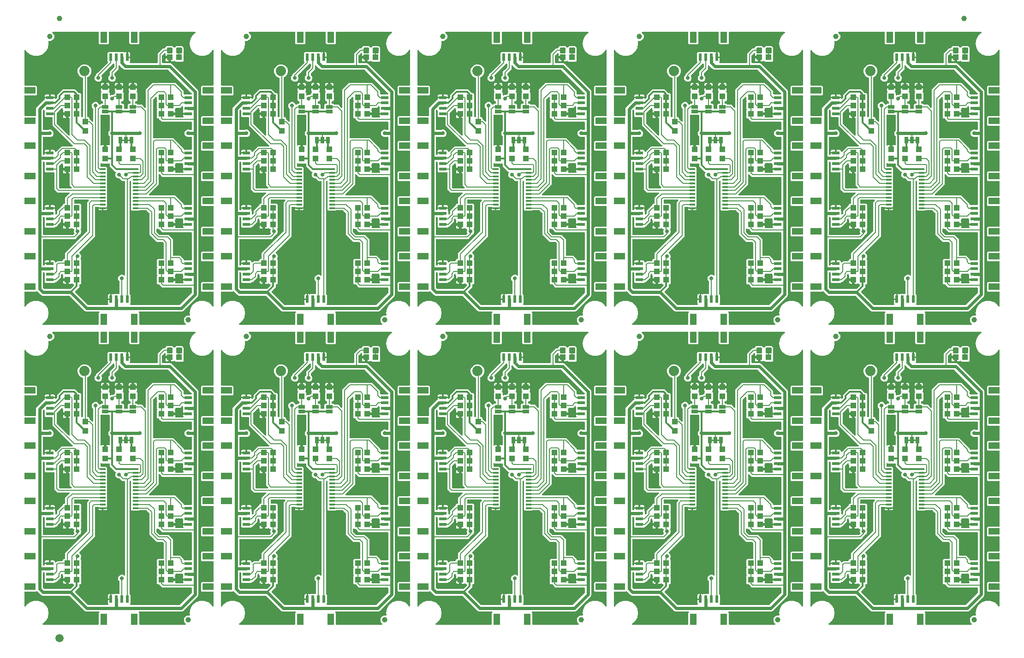
<source format=gtl>
G04 EAGLE Gerber RS-274X export*
G75*
%MOMM*%
%FSLAX34Y34*%
%LPD*%
%INTop Copper*%
%IPPOS*%
%AMOC8*
5,1,8,0,0,1.08239X$1,22.5*%
G01*
%ADD10R,1.000000X1.100000*%
%ADD11C,1.000000*%
%ADD12R,2.000000X1.200000*%
%ADD13R,1.350000X0.600000*%
%ADD14R,1.000000X0.300000*%
%ADD15R,1.100000X1.000000*%
%ADD16R,1.270000X0.635000*%
%ADD17C,1.879600*%
%ADD18R,1.200000X2.000000*%
%ADD19R,0.600000X1.350000*%
%ADD20C,0.300000*%
%ADD21R,0.660400X1.270000*%
%ADD22C,1.500000*%
%ADD23C,0.736600*%
%ADD24C,0.304800*%
%ADD25C,0.254000*%
%ADD26C,0.177800*%
%ADD27C,0.609600*%

G36*
X659806Y555262D02*
X659806Y555262D01*
X659945Y555275D01*
X659964Y555282D01*
X659984Y555285D01*
X660113Y555336D01*
X660244Y555383D01*
X660261Y555394D01*
X660280Y555402D01*
X660392Y555483D01*
X660507Y555561D01*
X660521Y555577D01*
X660537Y555588D01*
X660626Y555696D01*
X660718Y555800D01*
X660727Y555818D01*
X660740Y555833D01*
X660799Y555959D01*
X660862Y556083D01*
X660867Y556103D01*
X660875Y556121D01*
X660901Y556257D01*
X660932Y556393D01*
X660931Y556414D01*
X660935Y556433D01*
X660926Y556572D01*
X660922Y556711D01*
X660917Y556731D01*
X660915Y556751D01*
X660873Y556883D01*
X660834Y557017D01*
X660824Y557034D01*
X660817Y557053D01*
X660743Y557171D01*
X660672Y557291D01*
X660654Y557312D01*
X660647Y557322D01*
X660632Y557336D01*
X660566Y557411D01*
X658657Y559321D01*
X657431Y562279D01*
X657431Y565481D01*
X658657Y568439D01*
X660921Y570703D01*
X663879Y571929D01*
X667232Y571929D01*
X667302Y571938D01*
X667373Y571937D01*
X667459Y571957D01*
X667548Y571969D01*
X667613Y571995D01*
X667682Y572011D01*
X667761Y572053D01*
X667843Y572086D01*
X667900Y572127D01*
X667963Y572160D01*
X668029Y572220D01*
X668101Y572272D01*
X668146Y572327D01*
X668198Y572374D01*
X668247Y572449D01*
X668303Y572517D01*
X668334Y572581D01*
X668372Y572640D01*
X668401Y572725D01*
X668439Y572805D01*
X668452Y572874D01*
X668475Y572941D01*
X668482Y573030D01*
X668499Y573117D01*
X668494Y573188D01*
X668500Y573258D01*
X668482Y573418D01*
X667925Y576580D01*
X669309Y584431D01*
X673295Y591335D01*
X679402Y596460D01*
X686894Y599187D01*
X694866Y599187D01*
X702358Y596460D01*
X708465Y591335D01*
X709847Y588942D01*
X709935Y588826D01*
X710020Y588708D01*
X710031Y588699D01*
X710039Y588689D01*
X710153Y588598D01*
X710265Y588505D01*
X710278Y588499D01*
X710288Y588491D01*
X710422Y588431D01*
X710553Y588370D01*
X710566Y588367D01*
X710579Y588362D01*
X710723Y588337D01*
X710866Y588310D01*
X710879Y588311D01*
X710892Y588308D01*
X711038Y588321D01*
X711183Y588330D01*
X711196Y588334D01*
X711209Y588335D01*
X711347Y588383D01*
X711485Y588428D01*
X711497Y588435D01*
X711510Y588439D01*
X711631Y588520D01*
X711754Y588598D01*
X711763Y588608D01*
X711775Y588615D01*
X711872Y588723D01*
X711972Y588829D01*
X711979Y588841D01*
X711988Y588851D01*
X712055Y588981D01*
X712126Y589108D01*
X712129Y589121D01*
X712135Y589133D01*
X712169Y589275D01*
X712205Y589416D01*
X712206Y589434D01*
X712208Y589443D01*
X712208Y589460D01*
X712215Y589577D01*
X712215Y614461D01*
X712200Y614579D01*
X712193Y614698D01*
X712180Y614736D01*
X712175Y614776D01*
X712132Y614887D01*
X712095Y615000D01*
X712073Y615034D01*
X712058Y615072D01*
X711989Y615168D01*
X711925Y615269D01*
X711895Y615297D01*
X711872Y615329D01*
X711780Y615405D01*
X711693Y615487D01*
X711658Y615506D01*
X711627Y615532D01*
X711519Y615583D01*
X711415Y615640D01*
X711375Y615651D01*
X711339Y615668D01*
X711222Y615690D01*
X711107Y615720D01*
X711047Y615724D01*
X711027Y615728D01*
X711006Y615726D01*
X710946Y615730D01*
X690959Y615730D01*
X689173Y617516D01*
X689173Y632042D01*
X690959Y633828D01*
X710946Y633828D01*
X711064Y633842D01*
X711183Y633850D01*
X711221Y633862D01*
X711262Y633867D01*
X711372Y633911D01*
X711485Y633948D01*
X711520Y633970D01*
X711557Y633984D01*
X711653Y634054D01*
X711754Y634118D01*
X711782Y634148D01*
X711815Y634171D01*
X711891Y634263D01*
X711972Y634350D01*
X711992Y634385D01*
X712017Y634416D01*
X712068Y634524D01*
X712126Y634628D01*
X712136Y634667D01*
X712153Y634704D01*
X712175Y634821D01*
X712205Y634936D01*
X712209Y634996D01*
X712213Y635016D01*
X712211Y635037D01*
X712215Y635097D01*
X712215Y670461D01*
X712200Y670579D01*
X712193Y670698D01*
X712180Y670736D01*
X712175Y670776D01*
X712132Y670887D01*
X712095Y671000D01*
X712073Y671034D01*
X712058Y671072D01*
X711989Y671168D01*
X711925Y671269D01*
X711895Y671297D01*
X711872Y671329D01*
X711780Y671405D01*
X711693Y671487D01*
X711658Y671506D01*
X711627Y671532D01*
X711519Y671583D01*
X711415Y671640D01*
X711375Y671651D01*
X711339Y671668D01*
X711222Y671690D01*
X711107Y671720D01*
X711047Y671724D01*
X711027Y671728D01*
X711006Y671726D01*
X710946Y671730D01*
X690959Y671730D01*
X689173Y673516D01*
X689173Y688042D01*
X690959Y689828D01*
X710946Y689828D01*
X711064Y689842D01*
X711183Y689850D01*
X711221Y689862D01*
X711262Y689867D01*
X711372Y689911D01*
X711485Y689948D01*
X711520Y689970D01*
X711557Y689984D01*
X711653Y690054D01*
X711754Y690118D01*
X711782Y690148D01*
X711815Y690171D01*
X711891Y690263D01*
X711972Y690350D01*
X711992Y690385D01*
X712017Y690416D01*
X712068Y690524D01*
X712126Y690628D01*
X712136Y690667D01*
X712153Y690704D01*
X712175Y690821D01*
X712205Y690936D01*
X712209Y690996D01*
X712213Y691016D01*
X712211Y691037D01*
X712215Y691097D01*
X712215Y716061D01*
X712200Y716179D01*
X712193Y716298D01*
X712180Y716336D01*
X712175Y716376D01*
X712132Y716487D01*
X712095Y716600D01*
X712073Y716634D01*
X712058Y716672D01*
X711989Y716768D01*
X711925Y716869D01*
X711895Y716897D01*
X711872Y716929D01*
X711780Y717005D01*
X711693Y717087D01*
X711658Y717106D01*
X711627Y717132D01*
X711519Y717183D01*
X711415Y717240D01*
X711375Y717251D01*
X711339Y717268D01*
X711222Y717290D01*
X711107Y717320D01*
X711047Y717324D01*
X711027Y717328D01*
X711006Y717326D01*
X710946Y717330D01*
X690959Y717330D01*
X689173Y719116D01*
X689173Y733642D01*
X690959Y735428D01*
X710946Y735428D01*
X711064Y735442D01*
X711183Y735450D01*
X711221Y735462D01*
X711262Y735467D01*
X711372Y735511D01*
X711485Y735548D01*
X711520Y735570D01*
X711557Y735584D01*
X711653Y735654D01*
X711754Y735718D01*
X711782Y735748D01*
X711815Y735771D01*
X711891Y735863D01*
X711972Y735950D01*
X711992Y735985D01*
X712017Y736016D01*
X712068Y736124D01*
X712126Y736228D01*
X712136Y736267D01*
X712153Y736304D01*
X712175Y736421D01*
X712205Y736536D01*
X712209Y736596D01*
X712213Y736616D01*
X712211Y736637D01*
X712215Y736697D01*
X712215Y772061D01*
X712200Y772179D01*
X712193Y772298D01*
X712180Y772336D01*
X712175Y772376D01*
X712132Y772487D01*
X712095Y772600D01*
X712073Y772634D01*
X712058Y772672D01*
X711989Y772768D01*
X711925Y772869D01*
X711895Y772897D01*
X711872Y772929D01*
X711780Y773005D01*
X711693Y773087D01*
X711658Y773106D01*
X711627Y773132D01*
X711519Y773183D01*
X711415Y773240D01*
X711375Y773251D01*
X711339Y773268D01*
X711222Y773290D01*
X711107Y773320D01*
X711047Y773324D01*
X711027Y773328D01*
X711006Y773326D01*
X710946Y773330D01*
X690959Y773330D01*
X689173Y775116D01*
X689173Y789642D01*
X690959Y791428D01*
X710946Y791428D01*
X711064Y791442D01*
X711183Y791450D01*
X711221Y791462D01*
X711262Y791467D01*
X711372Y791511D01*
X711485Y791548D01*
X711520Y791570D01*
X711557Y791584D01*
X711653Y791654D01*
X711754Y791718D01*
X711782Y791748D01*
X711815Y791771D01*
X711891Y791863D01*
X711972Y791950D01*
X711992Y791985D01*
X712017Y792016D01*
X712068Y792124D01*
X712126Y792228D01*
X712136Y792267D01*
X712153Y792304D01*
X712175Y792421D01*
X712205Y792536D01*
X712209Y792596D01*
X712213Y792616D01*
X712211Y792637D01*
X712215Y792697D01*
X712215Y817661D01*
X712200Y817779D01*
X712193Y817898D01*
X712180Y817936D01*
X712175Y817976D01*
X712132Y818087D01*
X712095Y818200D01*
X712073Y818234D01*
X712058Y818272D01*
X711989Y818368D01*
X711925Y818469D01*
X711895Y818497D01*
X711872Y818529D01*
X711780Y818605D01*
X711693Y818687D01*
X711658Y818706D01*
X711627Y818732D01*
X711519Y818783D01*
X711415Y818840D01*
X711375Y818851D01*
X711339Y818868D01*
X711222Y818890D01*
X711107Y818920D01*
X711047Y818924D01*
X711027Y818928D01*
X711006Y818926D01*
X710946Y818930D01*
X690959Y818930D01*
X689173Y820716D01*
X689173Y835242D01*
X690959Y837028D01*
X710946Y837028D01*
X711064Y837042D01*
X711183Y837050D01*
X711221Y837062D01*
X711262Y837067D01*
X711372Y837111D01*
X711485Y837148D01*
X711520Y837170D01*
X711557Y837184D01*
X711653Y837254D01*
X711754Y837318D01*
X711782Y837348D01*
X711815Y837371D01*
X711891Y837463D01*
X711972Y837550D01*
X711992Y837585D01*
X712017Y837616D01*
X712068Y837724D01*
X712126Y837828D01*
X712136Y837867D01*
X712153Y837904D01*
X712175Y838021D01*
X712205Y838136D01*
X712209Y838196D01*
X712213Y838216D01*
X712211Y838237D01*
X712215Y838297D01*
X712215Y873661D01*
X712200Y873779D01*
X712193Y873898D01*
X712180Y873936D01*
X712175Y873976D01*
X712132Y874087D01*
X712095Y874200D01*
X712073Y874234D01*
X712058Y874272D01*
X711989Y874368D01*
X711925Y874469D01*
X711895Y874497D01*
X711872Y874529D01*
X711780Y874605D01*
X711693Y874687D01*
X711658Y874706D01*
X711627Y874732D01*
X711519Y874783D01*
X711415Y874840D01*
X711375Y874851D01*
X711339Y874868D01*
X711222Y874890D01*
X711107Y874920D01*
X711047Y874924D01*
X711027Y874928D01*
X711006Y874926D01*
X710946Y874930D01*
X690959Y874930D01*
X689173Y876716D01*
X689173Y891242D01*
X690959Y893028D01*
X710946Y893028D01*
X711064Y893042D01*
X711183Y893050D01*
X711221Y893062D01*
X711262Y893067D01*
X711372Y893111D01*
X711485Y893148D01*
X711520Y893170D01*
X711557Y893184D01*
X711653Y893254D01*
X711754Y893318D01*
X711782Y893348D01*
X711815Y893371D01*
X711891Y893463D01*
X711972Y893550D01*
X711992Y893585D01*
X712017Y893616D01*
X712068Y893724D01*
X712126Y893828D01*
X712136Y893867D01*
X712153Y893904D01*
X712175Y894021D01*
X712205Y894136D01*
X712209Y894196D01*
X712213Y894216D01*
X712211Y894237D01*
X712215Y894297D01*
X712215Y919261D01*
X712200Y919379D01*
X712193Y919498D01*
X712180Y919536D01*
X712175Y919576D01*
X712132Y919687D01*
X712095Y919800D01*
X712073Y919834D01*
X712058Y919872D01*
X711989Y919968D01*
X711925Y920069D01*
X711895Y920097D01*
X711872Y920129D01*
X711780Y920205D01*
X711693Y920287D01*
X711658Y920306D01*
X711627Y920332D01*
X711519Y920383D01*
X711415Y920440D01*
X711375Y920451D01*
X711339Y920468D01*
X711222Y920490D01*
X711107Y920520D01*
X711047Y920524D01*
X711027Y920528D01*
X711006Y920526D01*
X710946Y920530D01*
X690959Y920530D01*
X689173Y922316D01*
X689173Y936842D01*
X690959Y938628D01*
X710946Y938628D01*
X711064Y938642D01*
X711183Y938650D01*
X711221Y938662D01*
X711262Y938667D01*
X711372Y938711D01*
X711485Y938748D01*
X711520Y938770D01*
X711557Y938784D01*
X711653Y938854D01*
X711754Y938918D01*
X711782Y938948D01*
X711815Y938971D01*
X711891Y939063D01*
X711972Y939150D01*
X711992Y939185D01*
X712017Y939216D01*
X712068Y939324D01*
X712126Y939428D01*
X712136Y939467D01*
X712153Y939504D01*
X712175Y939621D01*
X712205Y939736D01*
X712209Y939796D01*
X712213Y939816D01*
X712211Y939837D01*
X712215Y939897D01*
X712215Y975261D01*
X712200Y975379D01*
X712193Y975498D01*
X712180Y975536D01*
X712175Y975576D01*
X712132Y975687D01*
X712095Y975800D01*
X712073Y975834D01*
X712058Y975872D01*
X711989Y975968D01*
X711925Y976069D01*
X711895Y976097D01*
X711872Y976129D01*
X711780Y976205D01*
X711693Y976287D01*
X711658Y976306D01*
X711627Y976332D01*
X711519Y976383D01*
X711415Y976440D01*
X711375Y976451D01*
X711339Y976468D01*
X711222Y976490D01*
X711107Y976520D01*
X711047Y976524D01*
X711027Y976528D01*
X711006Y976526D01*
X710946Y976530D01*
X690959Y976530D01*
X689173Y978316D01*
X689173Y992842D01*
X690959Y994628D01*
X710946Y994628D01*
X711064Y994642D01*
X711183Y994650D01*
X711221Y994662D01*
X711262Y994667D01*
X711372Y994711D01*
X711485Y994748D01*
X711520Y994770D01*
X711557Y994784D01*
X711653Y994854D01*
X711754Y994918D01*
X711782Y994948D01*
X711815Y994971D01*
X711891Y995063D01*
X711972Y995150D01*
X711992Y995185D01*
X712017Y995216D01*
X712068Y995324D01*
X712126Y995428D01*
X712136Y995467D01*
X712153Y995504D01*
X712175Y995621D01*
X712205Y995736D01*
X712209Y995796D01*
X712213Y995816D01*
X712211Y995837D01*
X712215Y995897D01*
X712215Y1058883D01*
X712197Y1059028D01*
X712182Y1059173D01*
X712177Y1059186D01*
X712175Y1059199D01*
X712122Y1059334D01*
X712071Y1059471D01*
X712063Y1059482D01*
X712058Y1059495D01*
X711973Y1059612D01*
X711890Y1059732D01*
X711879Y1059741D01*
X711872Y1059752D01*
X711760Y1059845D01*
X711649Y1059940D01*
X711637Y1059946D01*
X711627Y1059955D01*
X711495Y1060017D01*
X711364Y1060082D01*
X711351Y1060085D01*
X711339Y1060090D01*
X711197Y1060118D01*
X711053Y1060148D01*
X711040Y1060148D01*
X711027Y1060150D01*
X710882Y1060141D01*
X710736Y1060135D01*
X710722Y1060131D01*
X710709Y1060130D01*
X710571Y1060086D01*
X710431Y1060043D01*
X710419Y1060036D01*
X710407Y1060032D01*
X710284Y1059955D01*
X710159Y1059879D01*
X710149Y1059869D01*
X710138Y1059862D01*
X710038Y1059756D01*
X709936Y1059652D01*
X709926Y1059637D01*
X709920Y1059631D01*
X709912Y1059616D01*
X709847Y1059518D01*
X708465Y1057125D01*
X702358Y1052000D01*
X694866Y1049273D01*
X686894Y1049273D01*
X679402Y1052000D01*
X673295Y1057124D01*
X669309Y1064029D01*
X667925Y1071880D01*
X669309Y1079731D01*
X673295Y1086635D01*
X678465Y1090974D01*
X678489Y1091000D01*
X678518Y1091020D01*
X678597Y1091116D01*
X678681Y1091207D01*
X678698Y1091238D01*
X678721Y1091265D01*
X678774Y1091378D01*
X678833Y1091487D01*
X678841Y1091521D01*
X678856Y1091553D01*
X678879Y1091675D01*
X678910Y1091795D01*
X678909Y1091831D01*
X678916Y1091866D01*
X678908Y1091989D01*
X678907Y1092113D01*
X678898Y1092148D01*
X678896Y1092183D01*
X678858Y1092301D01*
X678826Y1092421D01*
X678809Y1092452D01*
X678798Y1092485D01*
X678732Y1092590D01*
X678671Y1092699D01*
X678647Y1092724D01*
X678628Y1092754D01*
X678538Y1092839D01*
X678452Y1092929D01*
X678422Y1092948D01*
X678396Y1092972D01*
X678288Y1093032D01*
X678183Y1093098D01*
X678149Y1093109D01*
X678118Y1093126D01*
X677998Y1093157D01*
X677880Y1093194D01*
X677844Y1093196D01*
X677810Y1093205D01*
X677649Y1093215D01*
X576798Y1093215D01*
X576680Y1093200D01*
X576561Y1093193D01*
X576523Y1093180D01*
X576482Y1093175D01*
X576372Y1093132D01*
X576259Y1093095D01*
X576224Y1093073D01*
X576187Y1093058D01*
X576091Y1092989D01*
X575990Y1092925D01*
X575962Y1092895D01*
X575929Y1092872D01*
X575853Y1092780D01*
X575772Y1092693D01*
X575752Y1092658D01*
X575727Y1092627D01*
X575676Y1092519D01*
X575618Y1092415D01*
X575608Y1092375D01*
X575591Y1092339D01*
X575569Y1092222D01*
X575539Y1092107D01*
X575535Y1092047D01*
X575531Y1092027D01*
X575533Y1092006D01*
X575529Y1091946D01*
X575529Y1071967D01*
X573743Y1070181D01*
X559217Y1070181D01*
X557431Y1071967D01*
X557431Y1091946D01*
X557416Y1092064D01*
X557409Y1092183D01*
X557396Y1092221D01*
X557391Y1092262D01*
X557348Y1092372D01*
X557311Y1092485D01*
X557289Y1092520D01*
X557274Y1092557D01*
X557205Y1092653D01*
X557141Y1092754D01*
X557111Y1092782D01*
X557088Y1092815D01*
X556996Y1092891D01*
X556909Y1092972D01*
X556874Y1092992D01*
X556843Y1093017D01*
X556735Y1093068D01*
X556631Y1093126D01*
X556591Y1093136D01*
X556555Y1093153D01*
X556438Y1093175D01*
X556323Y1093205D01*
X556263Y1093209D01*
X556243Y1093213D01*
X556222Y1093211D01*
X556162Y1093215D01*
X520798Y1093215D01*
X520680Y1093200D01*
X520561Y1093193D01*
X520523Y1093180D01*
X520482Y1093175D01*
X520372Y1093132D01*
X520259Y1093095D01*
X520224Y1093073D01*
X520187Y1093058D01*
X520091Y1092989D01*
X519990Y1092925D01*
X519962Y1092895D01*
X519929Y1092872D01*
X519853Y1092780D01*
X519772Y1092693D01*
X519752Y1092658D01*
X519727Y1092627D01*
X519676Y1092519D01*
X519618Y1092415D01*
X519608Y1092375D01*
X519591Y1092339D01*
X519569Y1092222D01*
X519539Y1092107D01*
X519535Y1092047D01*
X519531Y1092027D01*
X519533Y1092006D01*
X519529Y1091946D01*
X519529Y1071967D01*
X517743Y1070181D01*
X503217Y1070181D01*
X501431Y1071967D01*
X501431Y1091946D01*
X501416Y1092064D01*
X501409Y1092183D01*
X501396Y1092221D01*
X501391Y1092262D01*
X501348Y1092372D01*
X501311Y1092485D01*
X501289Y1092520D01*
X501274Y1092557D01*
X501205Y1092653D01*
X501141Y1092754D01*
X501111Y1092782D01*
X501088Y1092815D01*
X500996Y1092891D01*
X500909Y1092972D01*
X500874Y1092992D01*
X500843Y1093017D01*
X500735Y1093068D01*
X500631Y1093126D01*
X500591Y1093136D01*
X500555Y1093153D01*
X500438Y1093175D01*
X500323Y1093205D01*
X500263Y1093209D01*
X500243Y1093213D01*
X500222Y1093211D01*
X500162Y1093215D01*
X417292Y1093215D01*
X417154Y1093198D01*
X417015Y1093185D01*
X416996Y1093178D01*
X416976Y1093175D01*
X416847Y1093124D01*
X416716Y1093077D01*
X416699Y1093066D01*
X416680Y1093058D01*
X416568Y1092977D01*
X416453Y1092899D01*
X416439Y1092883D01*
X416423Y1092872D01*
X416334Y1092764D01*
X416242Y1092660D01*
X416233Y1092642D01*
X416220Y1092627D01*
X416161Y1092501D01*
X416098Y1092377D01*
X416093Y1092357D01*
X416085Y1092339D01*
X416059Y1092203D01*
X416028Y1092067D01*
X416029Y1092046D01*
X416025Y1092027D01*
X416034Y1091888D01*
X416038Y1091749D01*
X416043Y1091729D01*
X416045Y1091709D01*
X416087Y1091577D01*
X416126Y1091443D01*
X416136Y1091426D01*
X416143Y1091407D01*
X416217Y1091289D01*
X416288Y1091169D01*
X416306Y1091148D01*
X416313Y1091138D01*
X416328Y1091124D01*
X416394Y1091049D01*
X418303Y1089139D01*
X419529Y1086181D01*
X419529Y1082979D01*
X418303Y1080021D01*
X416039Y1077757D01*
X413081Y1076531D01*
X409728Y1076531D01*
X409658Y1076522D01*
X409587Y1076523D01*
X409501Y1076503D01*
X409412Y1076491D01*
X409347Y1076465D01*
X409278Y1076449D01*
X409199Y1076407D01*
X409117Y1076374D01*
X409060Y1076333D01*
X408997Y1076300D01*
X408931Y1076240D01*
X408859Y1076188D01*
X408814Y1076133D01*
X408762Y1076086D01*
X408713Y1076011D01*
X408657Y1075943D01*
X408626Y1075879D01*
X408588Y1075820D01*
X408559Y1075735D01*
X408521Y1075655D01*
X408508Y1075586D01*
X408485Y1075519D01*
X408478Y1075430D01*
X408461Y1075343D01*
X408466Y1075272D01*
X408460Y1075202D01*
X408478Y1075042D01*
X409035Y1071880D01*
X407651Y1064029D01*
X403665Y1057125D01*
X397558Y1052000D01*
X390066Y1049273D01*
X382094Y1049273D01*
X374602Y1052000D01*
X368495Y1057124D01*
X367113Y1059518D01*
X367025Y1059634D01*
X366940Y1059752D01*
X366929Y1059761D01*
X366921Y1059771D01*
X366807Y1059862D01*
X366695Y1059955D01*
X366682Y1059961D01*
X366672Y1059969D01*
X366538Y1060029D01*
X366407Y1060090D01*
X366394Y1060093D01*
X366381Y1060098D01*
X366237Y1060123D01*
X366094Y1060150D01*
X366081Y1060149D01*
X366068Y1060152D01*
X365922Y1060139D01*
X365777Y1060130D01*
X365764Y1060126D01*
X365751Y1060125D01*
X365613Y1060077D01*
X365475Y1060032D01*
X365463Y1060025D01*
X365450Y1060021D01*
X365329Y1059940D01*
X365206Y1059862D01*
X365197Y1059852D01*
X365185Y1059845D01*
X365088Y1059737D01*
X364988Y1059631D01*
X364981Y1059619D01*
X364972Y1059609D01*
X364905Y1059479D01*
X364834Y1059352D01*
X364831Y1059339D01*
X364825Y1059327D01*
X364791Y1059185D01*
X364755Y1059044D01*
X364754Y1059026D01*
X364752Y1059017D01*
X364752Y1059000D01*
X364745Y1058883D01*
X364745Y995890D01*
X364760Y995772D01*
X364767Y995653D01*
X364780Y995615D01*
X364785Y995575D01*
X364828Y995464D01*
X364865Y995351D01*
X364887Y995317D01*
X364902Y995279D01*
X364971Y995183D01*
X365035Y995082D01*
X365065Y995054D01*
X365088Y995022D01*
X365180Y994946D01*
X365267Y994864D01*
X365302Y994845D01*
X365333Y994819D01*
X365441Y994768D01*
X365545Y994711D01*
X365585Y994700D01*
X365621Y994683D01*
X365738Y994661D01*
X365853Y994631D01*
X365913Y994627D01*
X365933Y994623D01*
X365954Y994625D01*
X366014Y994621D01*
X385994Y994621D01*
X387780Y992835D01*
X387780Y978309D01*
X385994Y976523D01*
X366014Y976523D01*
X365896Y976509D01*
X365777Y976501D01*
X365739Y976489D01*
X365698Y976484D01*
X365588Y976440D01*
X365475Y976403D01*
X365440Y976381D01*
X365403Y976367D01*
X365307Y976297D01*
X365206Y976233D01*
X365178Y976203D01*
X365145Y976180D01*
X365069Y976088D01*
X364988Y976001D01*
X364968Y975966D01*
X364943Y975935D01*
X364892Y975827D01*
X364834Y975723D01*
X364824Y975684D01*
X364807Y975647D01*
X364785Y975530D01*
X364755Y975415D01*
X364751Y975355D01*
X364747Y975335D01*
X364749Y975314D01*
X364745Y975254D01*
X364745Y939890D01*
X364760Y939772D01*
X364767Y939653D01*
X364780Y939615D01*
X364785Y939575D01*
X364828Y939464D01*
X364865Y939351D01*
X364887Y939317D01*
X364902Y939279D01*
X364971Y939183D01*
X365035Y939082D01*
X365065Y939054D01*
X365088Y939022D01*
X365180Y938946D01*
X365267Y938864D01*
X365302Y938845D01*
X365333Y938819D01*
X365441Y938768D01*
X365545Y938711D01*
X365585Y938700D01*
X365621Y938683D01*
X365738Y938661D01*
X365853Y938631D01*
X365913Y938627D01*
X365933Y938623D01*
X365954Y938625D01*
X366014Y938621D01*
X385064Y938621D01*
X385182Y938636D01*
X385301Y938643D01*
X385339Y938656D01*
X385380Y938661D01*
X385490Y938705D01*
X385603Y938741D01*
X385638Y938763D01*
X385675Y938778D01*
X385771Y938848D01*
X385872Y938911D01*
X385900Y938941D01*
X385933Y938965D01*
X386009Y939056D01*
X386090Y939143D01*
X386110Y939178D01*
X386135Y939210D01*
X386186Y939317D01*
X386244Y939422D01*
X386254Y939461D01*
X386271Y939497D01*
X386293Y939614D01*
X386323Y939729D01*
X386327Y939790D01*
X386331Y939810D01*
X386329Y939830D01*
X386333Y939890D01*
X386333Y952443D01*
X387261Y954684D01*
X400319Y967741D01*
X401407Y968192D01*
X401433Y968206D01*
X401461Y968215D01*
X401571Y968285D01*
X401683Y968349D01*
X401704Y968370D01*
X401729Y968385D01*
X401819Y968480D01*
X401912Y968570D01*
X401927Y968596D01*
X401947Y968617D01*
X402010Y968731D01*
X402078Y968841D01*
X402087Y968870D01*
X402101Y968896D01*
X402133Y969021D01*
X402171Y969145D01*
X402173Y969175D01*
X402180Y969203D01*
X402190Y969364D01*
X402190Y971073D01*
X411251Y971073D01*
X411369Y971088D01*
X411488Y971095D01*
X411495Y971097D01*
X411551Y971083D01*
X411611Y971079D01*
X411631Y971075D01*
X411651Y971077D01*
X411711Y971073D01*
X420800Y971073D01*
X420802Y971047D01*
X420809Y971028D01*
X420812Y971007D01*
X420863Y970878D01*
X420910Y970747D01*
X420921Y970730D01*
X420929Y970712D01*
X421010Y970599D01*
X421089Y970484D01*
X421104Y970471D01*
X421116Y970454D01*
X421223Y970366D01*
X421327Y970274D01*
X421345Y970265D01*
X421361Y970252D01*
X421486Y970192D01*
X421610Y970129D01*
X421630Y970125D01*
X421648Y970116D01*
X421785Y970090D01*
X421921Y970059D01*
X421941Y970060D01*
X421961Y970056D01*
X422099Y970065D01*
X422238Y970069D01*
X422258Y970075D01*
X422278Y970076D01*
X422410Y970119D01*
X422544Y970158D01*
X422561Y970168D01*
X422581Y970174D01*
X422698Y970249D01*
X422818Y970319D01*
X422839Y970338D01*
X422849Y970344D01*
X422863Y970359D01*
X422939Y970425D01*
X424316Y971802D01*
X424376Y971881D01*
X424444Y971953D01*
X424473Y972006D01*
X424510Y972054D01*
X424550Y972145D01*
X424598Y972231D01*
X424613Y972290D01*
X424637Y972345D01*
X424652Y972443D01*
X424677Y972539D01*
X424683Y972639D01*
X424687Y972660D01*
X424685Y972672D01*
X424687Y972700D01*
X424687Y977254D01*
X434986Y987553D01*
X457824Y987553D01*
X464144Y981233D01*
X464222Y981172D01*
X464294Y981104D01*
X464347Y981075D01*
X464395Y981038D01*
X464486Y980998D01*
X464573Y980951D01*
X464632Y980935D01*
X464687Y980911D01*
X464785Y980896D01*
X464881Y980871D01*
X464981Y980865D01*
X465001Y980862D01*
X465014Y980863D01*
X465042Y980861D01*
X467384Y980861D01*
X469170Y979075D01*
X469170Y966549D01*
X468710Y966090D01*
X468637Y965996D01*
X468558Y965906D01*
X468540Y965870D01*
X468515Y965838D01*
X468468Y965729D01*
X468414Y965623D01*
X468405Y965584D01*
X468389Y965547D01*
X468370Y965429D01*
X468344Y965313D01*
X468345Y965273D01*
X468339Y965232D01*
X468350Y965114D01*
X468354Y964995D01*
X468365Y964956D01*
X468369Y964916D01*
X468409Y964804D01*
X468442Y964689D01*
X468463Y964655D01*
X468477Y964617D01*
X468543Y964518D01*
X468604Y964416D01*
X468644Y964370D01*
X468655Y964353D01*
X468670Y964340D01*
X468710Y964295D01*
X469170Y963835D01*
X469170Y951309D01*
X468710Y950850D01*
X468637Y950755D01*
X468558Y950666D01*
X468540Y950630D01*
X468515Y950598D01*
X468468Y950489D01*
X468414Y950383D01*
X468405Y950344D01*
X468389Y950307D01*
X468370Y950189D01*
X468344Y950073D01*
X468345Y950032D01*
X468339Y949992D01*
X468350Y949874D01*
X468354Y949755D01*
X468365Y949716D01*
X468369Y949676D01*
X468409Y949564D01*
X468442Y949449D01*
X468463Y949415D01*
X468477Y949377D01*
X468543Y949278D01*
X468604Y949175D01*
X468644Y949130D01*
X468655Y949113D01*
X468670Y949100D01*
X468710Y949055D01*
X469170Y948595D01*
X469170Y937790D01*
X469185Y937672D01*
X469192Y937553D01*
X469205Y937515D01*
X469210Y937475D01*
X469254Y937364D01*
X469290Y937251D01*
X469312Y937217D01*
X469327Y937179D01*
X469397Y937083D01*
X469460Y936982D01*
X469490Y936954D01*
X469514Y936922D01*
X469605Y936846D01*
X469692Y936764D01*
X469727Y936745D01*
X469759Y936719D01*
X469866Y936668D01*
X469971Y936611D01*
X470010Y936600D01*
X470046Y936583D01*
X470163Y936561D01*
X470278Y936531D01*
X470339Y936527D01*
X470359Y936523D01*
X470379Y936525D01*
X470439Y936521D01*
X471044Y936521D01*
X471162Y936536D01*
X471281Y936543D01*
X471320Y936556D01*
X471360Y936561D01*
X471470Y936605D01*
X471584Y936641D01*
X471618Y936663D01*
X471655Y936678D01*
X471752Y936748D01*
X471852Y936811D01*
X471880Y936841D01*
X471913Y936865D01*
X471989Y936956D01*
X472070Y937043D01*
X472090Y937078D01*
X472116Y937110D01*
X472166Y937217D01*
X472224Y937322D01*
X472234Y937361D01*
X472251Y937397D01*
X472273Y937514D01*
X472303Y937629D01*
X472307Y937690D01*
X472311Y937710D01*
X472310Y937730D01*
X472313Y937790D01*
X472313Y1007857D01*
X472310Y1007886D01*
X472312Y1007916D01*
X472290Y1008044D01*
X472274Y1008172D01*
X472263Y1008200D01*
X472258Y1008229D01*
X472204Y1008347D01*
X472157Y1008468D01*
X472139Y1008492D01*
X472127Y1008519D01*
X472046Y1008620D01*
X471970Y1008725D01*
X471947Y1008744D01*
X471929Y1008767D01*
X471825Y1008845D01*
X471725Y1008928D01*
X471698Y1008941D01*
X471674Y1008959D01*
X471530Y1009029D01*
X467931Y1010520D01*
X464429Y1014022D01*
X462534Y1018596D01*
X462534Y1023548D01*
X464429Y1028123D01*
X467931Y1031624D01*
X472505Y1033519D01*
X477457Y1033519D01*
X482032Y1031624D01*
X485533Y1028123D01*
X487428Y1023548D01*
X487428Y1018596D01*
X485533Y1014022D01*
X482032Y1010520D01*
X480972Y1010082D01*
X480947Y1010067D01*
X480919Y1010058D01*
X480809Y1009988D01*
X480696Y1009924D01*
X480675Y1009904D01*
X480650Y1009888D01*
X480561Y1009793D01*
X480468Y1009703D01*
X480452Y1009678D01*
X480432Y1009656D01*
X480369Y1009542D01*
X480302Y1009432D01*
X480293Y1009403D01*
X480279Y1009378D01*
X480246Y1009252D01*
X480208Y1009128D01*
X480207Y1009098D01*
X480199Y1009070D01*
X480189Y1008909D01*
X480189Y937790D01*
X480204Y937672D01*
X480211Y937553D01*
X480224Y937515D01*
X480229Y937475D01*
X480273Y937364D01*
X480309Y937251D01*
X480331Y937217D01*
X480346Y937179D01*
X480416Y937083D01*
X480479Y936982D01*
X480509Y936954D01*
X480533Y936922D01*
X480624Y936846D01*
X480711Y936764D01*
X480746Y936745D01*
X480778Y936719D01*
X480885Y936668D01*
X480990Y936611D01*
X481029Y936600D01*
X481065Y936583D01*
X481182Y936561D01*
X481297Y936531D01*
X481358Y936527D01*
X481378Y936523D01*
X481398Y936525D01*
X481458Y936521D01*
X482514Y936521D01*
X484300Y934735D01*
X484300Y933179D01*
X484315Y933061D01*
X484322Y932942D01*
X484335Y932904D01*
X484340Y932864D01*
X484384Y932753D01*
X484420Y932640D01*
X484442Y932606D01*
X484457Y932568D01*
X484527Y932472D01*
X484590Y932371D01*
X484620Y932343D01*
X484644Y932311D01*
X484735Y932235D01*
X484822Y932153D01*
X484857Y932134D01*
X484889Y932108D01*
X484996Y932057D01*
X485101Y932000D01*
X485140Y931989D01*
X485176Y931972D01*
X485293Y931950D01*
X485408Y931920D01*
X485469Y931916D01*
X485489Y931912D01*
X485509Y931914D01*
X485569Y931910D01*
X485892Y931910D01*
X488571Y929232D01*
X489197Y928605D01*
X489306Y928520D01*
X489414Y928432D01*
X489432Y928423D01*
X489448Y928411D01*
X489576Y928355D01*
X489701Y928296D01*
X489721Y928292D01*
X489740Y928284D01*
X489878Y928262D01*
X490014Y928236D01*
X490034Y928238D01*
X490054Y928234D01*
X490193Y928247D01*
X490331Y928256D01*
X490350Y928262D01*
X490371Y928264D01*
X490501Y928311D01*
X490634Y928354D01*
X490651Y928365D01*
X490670Y928372D01*
X490785Y928450D01*
X490902Y928524D01*
X490916Y928539D01*
X490933Y928550D01*
X491025Y928654D01*
X491120Y928756D01*
X491130Y928774D01*
X491143Y928789D01*
X491207Y928912D01*
X491274Y929034D01*
X491279Y929054D01*
X491288Y929072D01*
X491319Y929208D01*
X491353Y929342D01*
X491355Y929370D01*
X491358Y929382D01*
X491357Y929403D01*
X491363Y929503D01*
X491363Y951464D01*
X491351Y951562D01*
X491348Y951661D01*
X491331Y951719D01*
X491324Y951780D01*
X491287Y951872D01*
X491260Y951967D01*
X491229Y952019D01*
X491207Y952075D01*
X491148Y952155D01*
X491098Y952241D01*
X491032Y952316D01*
X491020Y952333D01*
X491010Y952340D01*
X490992Y952362D01*
X489594Y953759D01*
X488569Y956233D01*
X488569Y958911D01*
X489594Y961385D01*
X491488Y963279D01*
X493962Y964304D01*
X496640Y964304D01*
X499114Y963279D01*
X501008Y961385D01*
X501551Y960075D01*
X501576Y960031D01*
X501592Y959985D01*
X501654Y959894D01*
X501709Y959798D01*
X501743Y959763D01*
X501771Y959721D01*
X501853Y959649D01*
X501930Y959570D01*
X501972Y959544D01*
X502010Y959511D01*
X502107Y959461D01*
X502201Y959404D01*
X502249Y959389D01*
X502293Y959366D01*
X502400Y959342D01*
X502505Y959310D01*
X502555Y959308D01*
X502603Y959297D01*
X502713Y959300D01*
X502823Y959295D01*
X502871Y959305D01*
X502921Y959306D01*
X503026Y959337D01*
X503134Y959359D01*
X503179Y959381D01*
X503226Y959395D01*
X503321Y959450D01*
X503420Y959499D01*
X503458Y959531D01*
X503500Y959556D01*
X503621Y959663D01*
X505468Y961510D01*
X507874Y961510D01*
X507992Y961525D01*
X508111Y961532D01*
X508150Y961545D01*
X508190Y961550D01*
X508300Y961594D01*
X508414Y961630D01*
X508448Y961652D01*
X508485Y961667D01*
X508582Y961737D01*
X508682Y961800D01*
X508710Y961830D01*
X508743Y961854D01*
X508819Y961945D01*
X508900Y962032D01*
X508920Y962067D01*
X508946Y962099D01*
X508996Y962206D01*
X509054Y962311D01*
X509064Y962350D01*
X509081Y962386D01*
X509103Y962503D01*
X509133Y962618D01*
X509137Y962679D01*
X509141Y962699D01*
X509140Y962719D01*
X509143Y962779D01*
X509143Y964654D01*
X509129Y964772D01*
X509121Y964891D01*
X509109Y964930D01*
X509104Y964970D01*
X509060Y965080D01*
X509023Y965194D01*
X509001Y965228D01*
X508987Y965265D01*
X508917Y965362D01*
X508853Y965462D01*
X508823Y965490D01*
X508800Y965523D01*
X508708Y965599D01*
X508621Y965680D01*
X508586Y965700D01*
X508555Y965726D01*
X508447Y965776D01*
X508343Y965834D01*
X508304Y965844D01*
X508267Y965861D01*
X508150Y965883D01*
X508035Y965913D01*
X507975Y965917D01*
X507955Y965921D01*
X507934Y965920D01*
X507874Y965923D01*
X506818Y965923D01*
X505032Y967709D01*
X505032Y981235D01*
X506231Y982434D01*
X506304Y982528D01*
X506383Y982617D01*
X506401Y982653D01*
X506426Y982685D01*
X506474Y982795D01*
X506528Y982900D01*
X506537Y982940D01*
X506553Y982977D01*
X506571Y983095D01*
X506597Y983211D01*
X506596Y983251D01*
X506602Y983291D01*
X506591Y983410D01*
X506588Y983529D01*
X506576Y983567D01*
X506573Y983608D01*
X506532Y983720D01*
X506499Y983834D01*
X506479Y983869D01*
X506465Y983907D01*
X506398Y984005D01*
X506338Y984108D01*
X506298Y984153D01*
X506286Y984170D01*
X506271Y984184D01*
X506231Y984229D01*
X506048Y984412D01*
X505714Y984991D01*
X505540Y985638D01*
X505540Y988973D01*
X511851Y988973D01*
X511969Y988988D01*
X512088Y988995D01*
X512126Y989008D01*
X512167Y989013D01*
X512277Y989057D01*
X512390Y989093D01*
X512425Y989115D01*
X512462Y989130D01*
X512558Y989200D01*
X512659Y989263D01*
X512687Y989293D01*
X512720Y989317D01*
X512795Y989408D01*
X512877Y989495D01*
X512897Y989530D01*
X512922Y989562D01*
X512973Y989669D01*
X513031Y989774D01*
X513041Y989813D01*
X513058Y989849D01*
X513078Y989956D01*
X513082Y989927D01*
X513126Y989816D01*
X513162Y989703D01*
X513184Y989669D01*
X513199Y989631D01*
X513269Y989535D01*
X513333Y989434D01*
X513362Y989406D01*
X513386Y989374D01*
X513478Y989298D01*
X513564Y989216D01*
X513600Y989197D01*
X513631Y989171D01*
X513738Y989120D01*
X513843Y989063D01*
X513882Y989052D01*
X513919Y989035D01*
X514035Y989013D01*
X514151Y988983D01*
X514211Y988979D01*
X514231Y988975D01*
X514251Y988977D01*
X514311Y988973D01*
X520622Y988973D01*
X520622Y985638D01*
X520449Y984991D01*
X520114Y984412D01*
X519931Y984229D01*
X519858Y984135D01*
X519779Y984046D01*
X519761Y984010D01*
X519736Y983978D01*
X519689Y983868D01*
X519635Y983762D01*
X519626Y983723D01*
X519610Y983686D01*
X519591Y983568D01*
X519565Y983452D01*
X519566Y983412D01*
X519560Y983372D01*
X519571Y983253D01*
X519575Y983134D01*
X519586Y983095D01*
X519590Y983055D01*
X519630Y982943D01*
X519663Y982829D01*
X519684Y982794D01*
X519697Y982756D01*
X519764Y982657D01*
X519825Y982555D01*
X519864Y982510D01*
X519876Y982493D01*
X519891Y982479D01*
X519931Y982434D01*
X521130Y981235D01*
X521130Y977532D01*
X521136Y977482D01*
X521134Y977433D01*
X521156Y977325D01*
X521170Y977216D01*
X521188Y977170D01*
X521198Y977121D01*
X521246Y977022D01*
X521287Y976920D01*
X521316Y976880D01*
X521338Y976835D01*
X521409Y976752D01*
X521474Y976663D01*
X521512Y976631D01*
X521544Y976593D01*
X521634Y976530D01*
X521719Y976460D01*
X521764Y976439D01*
X521804Y976410D01*
X521907Y976371D01*
X522006Y976325D01*
X522055Y976315D01*
X522102Y976298D01*
X522211Y976285D01*
X522319Y976265D01*
X522368Y976268D01*
X522418Y976262D01*
X522527Y976278D01*
X522636Y976285D01*
X522683Y976300D01*
X522733Y976307D01*
X522885Y976359D01*
X524442Y977004D01*
X526418Y977004D01*
X526517Y977016D01*
X526616Y977019D01*
X526674Y977036D01*
X526734Y977044D01*
X526826Y977080D01*
X526921Y977108D01*
X526973Y977139D01*
X527030Y977161D01*
X527110Y977219D01*
X527195Y977269D01*
X527270Y977336D01*
X527287Y977348D01*
X527295Y977357D01*
X527316Y977376D01*
X528350Y978410D01*
X529163Y978410D01*
X529281Y978425D01*
X529400Y978432D01*
X529439Y978445D01*
X529479Y978450D01*
X529589Y978494D01*
X529703Y978530D01*
X529737Y978552D01*
X529774Y978567D01*
X529871Y978637D01*
X529971Y978700D01*
X529999Y978730D01*
X530032Y978754D01*
X530108Y978845D01*
X530189Y978932D01*
X530209Y978967D01*
X530235Y978999D01*
X530285Y979106D01*
X530343Y979211D01*
X530353Y979250D01*
X530370Y979286D01*
X530392Y979403D01*
X530422Y979518D01*
X530426Y979579D01*
X530430Y979599D01*
X530429Y979619D01*
X530432Y979679D01*
X530432Y981235D01*
X531631Y982434D01*
X531704Y982528D01*
X531783Y982617D01*
X531802Y982653D01*
X531826Y982685D01*
X531874Y982794D01*
X531928Y982901D01*
X531937Y982940D01*
X531953Y982977D01*
X531971Y983095D01*
X531997Y983211D01*
X531996Y983251D01*
X532002Y983291D01*
X531991Y983410D01*
X531988Y983529D01*
X531976Y983567D01*
X531973Y983608D01*
X531932Y983720D01*
X531899Y983834D01*
X531879Y983869D01*
X531865Y983907D01*
X531798Y984006D01*
X531738Y984108D01*
X531698Y984153D01*
X531686Y984170D01*
X531671Y984184D01*
X531631Y984229D01*
X531448Y984412D01*
X531114Y984991D01*
X530940Y985638D01*
X530940Y988973D01*
X537251Y988973D01*
X537369Y988988D01*
X537488Y988995D01*
X537526Y989008D01*
X537567Y989013D01*
X537677Y989057D01*
X537790Y989093D01*
X537825Y989115D01*
X537862Y989130D01*
X537958Y989200D01*
X538059Y989263D01*
X538087Y989293D01*
X538120Y989317D01*
X538195Y989408D01*
X538277Y989495D01*
X538297Y989530D01*
X538322Y989562D01*
X538373Y989669D01*
X538431Y989774D01*
X538441Y989813D01*
X538458Y989849D01*
X538478Y989956D01*
X538482Y989927D01*
X538526Y989816D01*
X538562Y989703D01*
X538584Y989669D01*
X538599Y989631D01*
X538669Y989535D01*
X538733Y989434D01*
X538762Y989406D01*
X538786Y989374D01*
X538878Y989298D01*
X538964Y989216D01*
X539000Y989197D01*
X539031Y989171D01*
X539138Y989120D01*
X539243Y989063D01*
X539282Y989052D01*
X539319Y989035D01*
X539435Y989013D01*
X539551Y988983D01*
X539611Y988979D01*
X539631Y988975D01*
X539651Y988977D01*
X539711Y988973D01*
X546022Y988973D01*
X546022Y985638D01*
X545849Y984991D01*
X545514Y984412D01*
X545331Y984229D01*
X545258Y984135D01*
X545179Y984046D01*
X545161Y984010D01*
X545136Y983978D01*
X545089Y983868D01*
X545035Y983762D01*
X545026Y983723D01*
X545010Y983686D01*
X544991Y983568D01*
X544965Y983452D01*
X544966Y983412D01*
X544960Y983372D01*
X544971Y983253D01*
X544975Y983134D01*
X544986Y983095D01*
X544990Y983055D01*
X545030Y982943D01*
X545063Y982829D01*
X545084Y982794D01*
X545097Y982756D01*
X545164Y982657D01*
X545225Y982555D01*
X545264Y982510D01*
X545276Y982493D01*
X545291Y982479D01*
X545331Y982434D01*
X546530Y981235D01*
X546530Y967709D01*
X544744Y965923D01*
X543688Y965923D01*
X543570Y965909D01*
X543451Y965901D01*
X543413Y965889D01*
X543373Y965884D01*
X543262Y965840D01*
X543149Y965803D01*
X543115Y965781D01*
X543077Y965767D01*
X542981Y965697D01*
X542880Y965633D01*
X542852Y965603D01*
X542820Y965580D01*
X542744Y965488D01*
X542662Y965401D01*
X542643Y965366D01*
X542617Y965335D01*
X542566Y965227D01*
X542509Y965123D01*
X542498Y965084D01*
X542481Y965047D01*
X542459Y964930D01*
X542429Y964815D01*
X542425Y964755D01*
X542421Y964735D01*
X542423Y964714D01*
X542419Y964654D01*
X542419Y962779D01*
X542434Y962661D01*
X542441Y962542D01*
X542454Y962504D01*
X542459Y962464D01*
X542503Y962353D01*
X542539Y962240D01*
X542561Y962206D01*
X542576Y962168D01*
X542646Y962072D01*
X542709Y961971D01*
X542739Y961943D01*
X542763Y961911D01*
X542854Y961835D01*
X542941Y961753D01*
X542976Y961734D01*
X543008Y961708D01*
X543115Y961657D01*
X543220Y961600D01*
X543259Y961589D01*
X543295Y961572D01*
X543412Y961550D01*
X543527Y961520D01*
X543588Y961516D01*
X543608Y961512D01*
X543628Y961514D01*
X543688Y961510D01*
X546094Y961510D01*
X547880Y959724D01*
X547880Y953000D01*
X547895Y952882D01*
X547902Y952763D01*
X547915Y952725D01*
X547920Y952685D01*
X547964Y952574D01*
X548000Y952461D01*
X548022Y952427D01*
X548037Y952389D01*
X548107Y952293D01*
X548170Y952192D01*
X548200Y952164D01*
X548224Y952132D01*
X548315Y952056D01*
X548402Y951974D01*
X548437Y951955D01*
X548469Y951929D01*
X548576Y951878D01*
X548681Y951821D01*
X548720Y951810D01*
X548756Y951793D01*
X548873Y951771D01*
X548988Y951741D01*
X549049Y951737D01*
X549069Y951733D01*
X549089Y951735D01*
X549149Y951731D01*
X553213Y951731D01*
X553331Y951746D01*
X553450Y951753D01*
X553489Y951766D01*
X553529Y951771D01*
X553639Y951815D01*
X553753Y951851D01*
X553787Y951873D01*
X553824Y951888D01*
X553921Y951958D01*
X554021Y952021D01*
X554049Y952051D01*
X554082Y952075D01*
X554158Y952166D01*
X554239Y952253D01*
X554259Y952288D01*
X554285Y952320D01*
X554335Y952427D01*
X554393Y952532D01*
X554403Y952571D01*
X554420Y952607D01*
X554442Y952724D01*
X554472Y952839D01*
X554476Y952900D01*
X554480Y952920D01*
X554479Y952940D01*
X554482Y953000D01*
X554482Y959724D01*
X556268Y961510D01*
X558674Y961510D01*
X558792Y961525D01*
X558911Y961532D01*
X558950Y961545D01*
X558990Y961550D01*
X559100Y961594D01*
X559214Y961630D01*
X559248Y961652D01*
X559285Y961667D01*
X559382Y961737D01*
X559482Y961800D01*
X559510Y961830D01*
X559543Y961854D01*
X559619Y961945D01*
X559700Y962032D01*
X559720Y962067D01*
X559746Y962099D01*
X559796Y962206D01*
X559854Y962311D01*
X559864Y962350D01*
X559881Y962386D01*
X559903Y962503D01*
X559933Y962618D01*
X559937Y962679D01*
X559941Y962699D01*
X559940Y962719D01*
X559943Y962779D01*
X559943Y964654D01*
X559929Y964772D01*
X559921Y964891D01*
X559909Y964930D01*
X559904Y964970D01*
X559860Y965080D01*
X559823Y965194D01*
X559801Y965228D01*
X559787Y965265D01*
X559717Y965362D01*
X559653Y965462D01*
X559623Y965490D01*
X559600Y965523D01*
X559508Y965599D01*
X559421Y965680D01*
X559386Y965700D01*
X559355Y965726D01*
X559247Y965776D01*
X559143Y965834D01*
X559104Y965844D01*
X559067Y965861D01*
X558950Y965883D01*
X558835Y965913D01*
X558775Y965917D01*
X558755Y965921D01*
X558734Y965920D01*
X558674Y965923D01*
X557618Y965923D01*
X555832Y967709D01*
X555832Y981235D01*
X557031Y982434D01*
X557104Y982528D01*
X557183Y982617D01*
X557202Y982653D01*
X557226Y982685D01*
X557274Y982794D01*
X557328Y982901D01*
X557337Y982940D01*
X557353Y982977D01*
X557371Y983095D01*
X557397Y983211D01*
X557396Y983251D01*
X557402Y983291D01*
X557391Y983410D01*
X557388Y983529D01*
X557376Y983567D01*
X557373Y983608D01*
X557332Y983720D01*
X557299Y983834D01*
X557279Y983869D01*
X557265Y983907D01*
X557198Y984006D01*
X557138Y984108D01*
X557098Y984153D01*
X557086Y984170D01*
X557071Y984184D01*
X557031Y984229D01*
X556848Y984412D01*
X556514Y984991D01*
X556340Y985638D01*
X556340Y988973D01*
X562651Y988973D01*
X562769Y988988D01*
X562888Y988995D01*
X562926Y989008D01*
X562967Y989013D01*
X563077Y989057D01*
X563190Y989093D01*
X563225Y989115D01*
X563262Y989130D01*
X563358Y989200D01*
X563459Y989263D01*
X563487Y989293D01*
X563520Y989317D01*
X563595Y989408D01*
X563677Y989495D01*
X563697Y989530D01*
X563722Y989562D01*
X563773Y989669D01*
X563831Y989774D01*
X563841Y989813D01*
X563858Y989849D01*
X563878Y989956D01*
X563882Y989927D01*
X563926Y989816D01*
X563962Y989703D01*
X563984Y989669D01*
X563999Y989631D01*
X564069Y989535D01*
X564133Y989434D01*
X564162Y989406D01*
X564186Y989374D01*
X564278Y989298D01*
X564364Y989216D01*
X564400Y989197D01*
X564431Y989171D01*
X564538Y989120D01*
X564643Y989063D01*
X564682Y989052D01*
X564719Y989035D01*
X564835Y989013D01*
X564951Y988983D01*
X565011Y988979D01*
X565031Y988975D01*
X565051Y988977D01*
X565111Y988973D01*
X571422Y988973D01*
X571422Y985638D01*
X571249Y984991D01*
X570914Y984412D01*
X570731Y984229D01*
X570658Y984135D01*
X570579Y984046D01*
X570561Y984010D01*
X570536Y983978D01*
X570489Y983868D01*
X570435Y983762D01*
X570426Y983723D01*
X570410Y983686D01*
X570391Y983568D01*
X570365Y983452D01*
X570366Y983412D01*
X570360Y983372D01*
X570371Y983253D01*
X570375Y983134D01*
X570386Y983095D01*
X570390Y983055D01*
X570430Y982943D01*
X570463Y982829D01*
X570484Y982794D01*
X570497Y982756D01*
X570564Y982657D01*
X570625Y982555D01*
X570664Y982510D01*
X570676Y982493D01*
X570691Y982479D01*
X570731Y982434D01*
X571930Y981235D01*
X571930Y967709D01*
X570144Y965923D01*
X569088Y965923D01*
X568970Y965909D01*
X568851Y965901D01*
X568813Y965889D01*
X568773Y965884D01*
X568662Y965840D01*
X568549Y965803D01*
X568515Y965781D01*
X568477Y965767D01*
X568381Y965697D01*
X568280Y965633D01*
X568252Y965603D01*
X568220Y965580D01*
X568144Y965488D01*
X568062Y965401D01*
X568043Y965366D01*
X568017Y965335D01*
X567966Y965227D01*
X567909Y965123D01*
X567898Y965084D01*
X567881Y965047D01*
X567859Y964930D01*
X567829Y964815D01*
X567825Y964755D01*
X567821Y964735D01*
X567823Y964714D01*
X567819Y964654D01*
X567819Y962779D01*
X567834Y962661D01*
X567841Y962542D01*
X567854Y962504D01*
X567859Y962464D01*
X567903Y962353D01*
X567939Y962240D01*
X567961Y962206D01*
X567976Y962168D01*
X568046Y962072D01*
X568109Y961971D01*
X568139Y961943D01*
X568163Y961911D01*
X568254Y961835D01*
X568341Y961753D01*
X568376Y961734D01*
X568408Y961708D01*
X568515Y961657D01*
X568620Y961600D01*
X568659Y961589D01*
X568695Y961572D01*
X568812Y961550D01*
X568927Y961520D01*
X568988Y961516D01*
X569008Y961512D01*
X569028Y961514D01*
X569088Y961510D01*
X571494Y961510D01*
X573408Y959596D01*
X573487Y959535D01*
X573559Y959467D01*
X573612Y959438D01*
X573660Y959401D01*
X573751Y959361D01*
X573837Y959314D01*
X573896Y959298D01*
X573951Y959274D01*
X574049Y959259D01*
X574145Y959234D01*
X574245Y959228D01*
X574265Y959225D01*
X574278Y959226D01*
X574306Y959224D01*
X580498Y959224D01*
X583177Y956546D01*
X585716Y954007D01*
X585825Y953921D01*
X585932Y953833D01*
X585951Y953824D01*
X585967Y953812D01*
X586095Y953756D01*
X586220Y953697D01*
X586240Y953693D01*
X586259Y953685D01*
X586397Y953663D01*
X586533Y953637D01*
X586553Y953639D01*
X586573Y953636D01*
X586712Y953649D01*
X586850Y953657D01*
X586869Y953663D01*
X586889Y953665D01*
X587021Y953713D01*
X587152Y953755D01*
X587170Y953766D01*
X587189Y953773D01*
X587304Y953851D01*
X587421Y953925D01*
X587435Y953940D01*
X587452Y953952D01*
X587544Y954056D01*
X587639Y954157D01*
X587649Y954175D01*
X587662Y954190D01*
X587726Y954314D01*
X587793Y954436D01*
X587798Y954455D01*
X587807Y954473D01*
X587837Y954609D01*
X587872Y954743D01*
X587874Y954772D01*
X587877Y954783D01*
X587876Y954804D01*
X587882Y954904D01*
X587882Y987151D01*
X600349Y999618D01*
X641711Y999618D01*
X656718Y984611D01*
X656718Y979897D01*
X656733Y979779D01*
X656740Y979660D01*
X656753Y979621D01*
X656758Y979581D01*
X656801Y979471D01*
X656838Y979357D01*
X656860Y979323D01*
X656875Y979286D01*
X656944Y979189D01*
X657008Y979089D01*
X657038Y979061D01*
X657061Y979028D01*
X657153Y978952D01*
X657240Y978871D01*
X657275Y978851D01*
X657306Y978825D01*
X657414Y978775D01*
X657518Y978717D01*
X657558Y978707D01*
X657594Y978690D01*
X657711Y978668D01*
X657826Y978638D01*
X657886Y978634D01*
X657906Y978630D01*
X657927Y978631D01*
X657987Y978628D01*
X670814Y978628D01*
X670932Y978642D01*
X671051Y978650D01*
X671089Y978662D01*
X671130Y978667D01*
X671240Y978711D01*
X671353Y978748D01*
X671388Y978770D01*
X671425Y978784D01*
X671521Y978854D01*
X671622Y978918D01*
X671650Y978948D01*
X671683Y978971D01*
X671759Y979063D01*
X671840Y979150D01*
X671860Y979185D01*
X671885Y979216D01*
X671936Y979324D01*
X671994Y979428D01*
X672004Y979467D01*
X672021Y979504D01*
X672043Y979621D01*
X672073Y979736D01*
X672077Y979796D01*
X672081Y979816D01*
X672079Y979837D01*
X672083Y979897D01*
X672083Y979929D01*
X672071Y980027D01*
X672068Y980126D01*
X672051Y980184D01*
X672043Y980244D01*
X672007Y980337D01*
X671979Y980432D01*
X671949Y980484D01*
X671926Y980540D01*
X671868Y980620D01*
X671818Y980706D01*
X671752Y980781D01*
X671740Y980797D01*
X671730Y980805D01*
X671712Y980826D01*
X629036Y1023502D01*
X628958Y1023562D01*
X628886Y1023630D01*
X628833Y1023659D01*
X628785Y1023696D01*
X628694Y1023736D01*
X628608Y1023784D01*
X628549Y1023799D01*
X628493Y1023823D01*
X628395Y1023838D01*
X628300Y1023863D01*
X628200Y1023869D01*
X628179Y1023873D01*
X628167Y1023871D01*
X628139Y1023873D01*
X548697Y1023873D01*
X546456Y1024801D01*
X544563Y1026695D01*
X539584Y1031673D01*
X539475Y1031759D01*
X539368Y1031847D01*
X539349Y1031856D01*
X539333Y1031868D01*
X539205Y1031924D01*
X539080Y1031983D01*
X539060Y1031987D01*
X539041Y1031995D01*
X538903Y1032017D01*
X538767Y1032043D01*
X538747Y1032041D01*
X538727Y1032045D01*
X538588Y1032031D01*
X538450Y1032023D01*
X538431Y1032017D01*
X538411Y1032015D01*
X538279Y1031968D01*
X538148Y1031925D01*
X538130Y1031914D01*
X538111Y1031907D01*
X537996Y1031829D01*
X537879Y1031755D01*
X537865Y1031740D01*
X537848Y1031729D01*
X537756Y1031624D01*
X537661Y1031523D01*
X537651Y1031505D01*
X537638Y1031490D01*
X537574Y1031366D01*
X537507Y1031245D01*
X537502Y1031225D01*
X537493Y1031207D01*
X537463Y1031071D01*
X537428Y1030937D01*
X537426Y1030909D01*
X537423Y1030897D01*
X537424Y1030876D01*
X537418Y1030776D01*
X537418Y1024609D01*
X530089Y1017281D01*
X530029Y1017202D01*
X529961Y1017130D01*
X529932Y1017077D01*
X529895Y1017029D01*
X529855Y1016938D01*
X529807Y1016852D01*
X529792Y1016793D01*
X529768Y1016738D01*
X529753Y1016640D01*
X529728Y1016544D01*
X529722Y1016444D01*
X529718Y1016423D01*
X529720Y1016411D01*
X529718Y1016383D01*
X529718Y1014488D01*
X529730Y1014390D01*
X529733Y1014291D01*
X529750Y1014233D01*
X529758Y1014173D01*
X529794Y1014081D01*
X529822Y1013985D01*
X529852Y1013933D01*
X529875Y1013877D01*
X529933Y1013797D01*
X529983Y1013711D01*
X530049Y1013636D01*
X530061Y1013620D01*
X530071Y1013612D01*
X530089Y1013591D01*
X531487Y1012193D01*
X532512Y1009719D01*
X532512Y1007041D01*
X531487Y1004567D01*
X529593Y1002673D01*
X527119Y1001648D01*
X524441Y1001648D01*
X521967Y1002673D01*
X520073Y1004567D01*
X519048Y1007041D01*
X519048Y1009719D01*
X520073Y1012193D01*
X521471Y1013591D01*
X521531Y1013669D01*
X521599Y1013741D01*
X521628Y1013794D01*
X521665Y1013842D01*
X521705Y1013933D01*
X521753Y1014020D01*
X521768Y1014078D01*
X521792Y1014134D01*
X521807Y1014232D01*
X521832Y1014327D01*
X521838Y1014427D01*
X521842Y1014448D01*
X521840Y1014460D01*
X521842Y1014488D01*
X521842Y1020171D01*
X524520Y1022849D01*
X524521Y1022849D01*
X529171Y1027499D01*
X529231Y1027578D01*
X529299Y1027650D01*
X529328Y1027703D01*
X529365Y1027751D01*
X529405Y1027842D01*
X529453Y1027928D01*
X529468Y1027987D01*
X529492Y1028042D01*
X529507Y1028140D01*
X529532Y1028236D01*
X529538Y1028336D01*
X529542Y1028357D01*
X529540Y1028369D01*
X529542Y1028397D01*
X529542Y1033989D01*
X529525Y1034127D01*
X529512Y1034266D01*
X529505Y1034285D01*
X529502Y1034305D01*
X529451Y1034434D01*
X529404Y1034565D01*
X529393Y1034582D01*
X529385Y1034600D01*
X529304Y1034713D01*
X529226Y1034828D01*
X529210Y1034841D01*
X529199Y1034858D01*
X529091Y1034946D01*
X528987Y1035038D01*
X528969Y1035048D01*
X528954Y1035061D01*
X528828Y1035120D01*
X528704Y1035183D01*
X528684Y1035188D01*
X528666Y1035196D01*
X528530Y1035222D01*
X528394Y1035253D01*
X528373Y1035252D01*
X528354Y1035256D01*
X528215Y1035247D01*
X528076Y1035243D01*
X528056Y1035237D01*
X528036Y1035236D01*
X527904Y1035193D01*
X527770Y1035155D01*
X527753Y1035144D01*
X527734Y1035138D01*
X527616Y1035064D01*
X527496Y1034993D01*
X527475Y1034975D01*
X527465Y1034968D01*
X527451Y1034953D01*
X527376Y1034887D01*
X506275Y1013786D01*
X506257Y1013763D01*
X506235Y1013744D01*
X506160Y1013638D01*
X506080Y1013535D01*
X506068Y1013508D01*
X506051Y1013484D01*
X506005Y1013362D01*
X505954Y1013243D01*
X505949Y1013214D01*
X505939Y1013186D01*
X505924Y1013057D01*
X505904Y1012929D01*
X505907Y1012900D01*
X505903Y1012870D01*
X505922Y1012742D01*
X505934Y1012612D01*
X505944Y1012585D01*
X505948Y1012555D01*
X506000Y1012403D01*
X507112Y1009719D01*
X507112Y1007041D01*
X506087Y1004567D01*
X504193Y1002673D01*
X501719Y1001648D01*
X499041Y1001648D01*
X496567Y1002673D01*
X494673Y1004567D01*
X493648Y1007041D01*
X493648Y1009719D01*
X494673Y1012193D01*
X496071Y1013591D01*
X496131Y1013669D01*
X496199Y1013741D01*
X496228Y1013794D01*
X496265Y1013842D01*
X496305Y1013933D01*
X496353Y1014020D01*
X496368Y1014078D01*
X496392Y1014134D01*
X496407Y1014232D01*
X496432Y1014327D01*
X496438Y1014427D01*
X496442Y1014448D01*
X496440Y1014460D01*
X496442Y1014488D01*
X496442Y1015091D01*
X499120Y1017769D01*
X499121Y1017769D01*
X517727Y1036376D01*
X517800Y1036470D01*
X517879Y1036559D01*
X517897Y1036595D01*
X517922Y1036627D01*
X517970Y1036737D01*
X518024Y1036843D01*
X518033Y1036882D01*
X518049Y1036919D01*
X518067Y1037037D01*
X518093Y1037153D01*
X518092Y1037193D01*
X518098Y1037233D01*
X518087Y1037352D01*
X518084Y1037471D01*
X518072Y1037510D01*
X518069Y1037550D01*
X518028Y1037662D01*
X517995Y1037776D01*
X517975Y1037811D01*
X517961Y1037849D01*
X517894Y1037948D01*
X517834Y1038050D01*
X517794Y1038096D01*
X517782Y1038112D01*
X517767Y1038126D01*
X517727Y1038171D01*
X517431Y1038467D01*
X517431Y1054493D01*
X519217Y1056279D01*
X527783Y1056279D01*
X527802Y1056269D01*
X527834Y1056244D01*
X527943Y1056197D01*
X528049Y1056143D01*
X528089Y1056134D01*
X528126Y1056118D01*
X528244Y1056099D01*
X528359Y1056073D01*
X528400Y1056074D01*
X528440Y1056068D01*
X528559Y1056079D01*
X528677Y1056083D01*
X528716Y1056094D01*
X528756Y1056098D01*
X528869Y1056138D01*
X528983Y1056171D01*
X529018Y1056192D01*
X529056Y1056205D01*
X529154Y1056272D01*
X529165Y1056279D01*
X537783Y1056279D01*
X537802Y1056269D01*
X537834Y1056244D01*
X537943Y1056197D01*
X538049Y1056143D01*
X538089Y1056134D01*
X538126Y1056118D01*
X538244Y1056099D01*
X538359Y1056073D01*
X538400Y1056074D01*
X538440Y1056068D01*
X538559Y1056079D01*
X538677Y1056083D01*
X538716Y1056094D01*
X538756Y1056098D01*
X538869Y1056138D01*
X538983Y1056171D01*
X539018Y1056192D01*
X539056Y1056205D01*
X539154Y1056272D01*
X539165Y1056279D01*
X547743Y1056279D01*
X548133Y1055889D01*
X548217Y1055824D01*
X548294Y1055752D01*
X548342Y1055727D01*
X548384Y1055694D01*
X548481Y1055652D01*
X548574Y1055602D01*
X548627Y1055589D01*
X548676Y1055567D01*
X548781Y1055551D01*
X548883Y1055525D01*
X548937Y1055526D01*
X548990Y1055517D01*
X549096Y1055527D01*
X549201Y1055528D01*
X549285Y1055545D01*
X549307Y1055547D01*
X549322Y1055552D01*
X549359Y1055560D01*
X550146Y1055771D01*
X551981Y1055771D01*
X551981Y1046710D01*
X551996Y1046592D01*
X552003Y1046473D01*
X552015Y1046435D01*
X552021Y1046395D01*
X552064Y1046284D01*
X552101Y1046171D01*
X552123Y1046137D01*
X552138Y1046099D01*
X552207Y1046003D01*
X552271Y1045902D01*
X552301Y1045874D01*
X552324Y1045842D01*
X552416Y1045766D01*
X552503Y1045684D01*
X552538Y1045665D01*
X552569Y1045639D01*
X552613Y1045619D01*
X552668Y1045542D01*
X552731Y1045442D01*
X552761Y1045414D01*
X552785Y1045381D01*
X552876Y1045305D01*
X552963Y1045224D01*
X552998Y1045204D01*
X553030Y1045179D01*
X553137Y1045128D01*
X553242Y1045070D01*
X553281Y1045060D01*
X553317Y1045043D01*
X553434Y1045021D01*
X553550Y1044991D01*
X553610Y1044987D01*
X553630Y1044983D01*
X553650Y1044985D01*
X553710Y1044981D01*
X559021Y1044981D01*
X559021Y1039396D01*
X558848Y1038749D01*
X558475Y1038104D01*
X558403Y1038017D01*
X558394Y1037998D01*
X558382Y1037983D01*
X558326Y1037854D01*
X558267Y1037729D01*
X558263Y1037709D01*
X558255Y1037691D01*
X558233Y1037553D01*
X558207Y1037416D01*
X558209Y1037396D01*
X558205Y1037377D01*
X558219Y1037237D01*
X558227Y1037099D01*
X558233Y1037080D01*
X558235Y1037060D01*
X558282Y1036929D01*
X558325Y1036797D01*
X558336Y1036780D01*
X558343Y1036761D01*
X558421Y1036646D01*
X558495Y1036528D01*
X558510Y1036514D01*
X558521Y1036497D01*
X558625Y1036405D01*
X558727Y1036310D01*
X558745Y1036300D01*
X558760Y1036287D01*
X558883Y1036224D01*
X559005Y1036156D01*
X559025Y1036151D01*
X559043Y1036142D01*
X559179Y1036112D01*
X559313Y1036077D01*
X559341Y1036075D01*
X559353Y1036073D01*
X559373Y1036073D01*
X559474Y1036067D01*
X608203Y1036067D01*
X608321Y1036082D01*
X608440Y1036089D01*
X608478Y1036102D01*
X608519Y1036107D01*
X608629Y1036150D01*
X608742Y1036187D01*
X608777Y1036209D01*
X608814Y1036224D01*
X608910Y1036293D01*
X609011Y1036357D01*
X609039Y1036387D01*
X609072Y1036410D01*
X609148Y1036502D01*
X609229Y1036589D01*
X609249Y1036624D01*
X609274Y1036655D01*
X609325Y1036763D01*
X609383Y1036867D01*
X609393Y1036907D01*
X609410Y1036943D01*
X609432Y1037060D01*
X609462Y1037175D01*
X609466Y1037235D01*
X609470Y1037255D01*
X609468Y1037276D01*
X609472Y1037336D01*
X609472Y1053191D01*
X619399Y1063118D01*
X621992Y1063118D01*
X622110Y1063133D01*
X622229Y1063140D01*
X622267Y1063153D01*
X622308Y1063158D01*
X622418Y1063201D01*
X622531Y1063238D01*
X622566Y1063260D01*
X622603Y1063275D01*
X622699Y1063344D01*
X622800Y1063408D01*
X622828Y1063438D01*
X622861Y1063461D01*
X622937Y1063553D01*
X623018Y1063640D01*
X623038Y1063675D01*
X623063Y1063706D01*
X623114Y1063814D01*
X623172Y1063918D01*
X623182Y1063958D01*
X623199Y1063994D01*
X623221Y1064111D01*
X623251Y1064226D01*
X623255Y1064286D01*
X623259Y1064306D01*
X623257Y1064327D01*
X623261Y1064387D01*
X623261Y1064564D01*
X625926Y1067229D01*
X636694Y1067229D01*
X639183Y1064740D01*
X639277Y1064667D01*
X639366Y1064589D01*
X639402Y1064570D01*
X639434Y1064545D01*
X639543Y1064498D01*
X639649Y1064444D01*
X639688Y1064435D01*
X639726Y1064419D01*
X639843Y1064400D01*
X639959Y1064374D01*
X640000Y1064376D01*
X640040Y1064369D01*
X640158Y1064380D01*
X640277Y1064384D01*
X640316Y1064395D01*
X640356Y1064399D01*
X640468Y1064439D01*
X640583Y1064472D01*
X640618Y1064493D01*
X640656Y1064507D01*
X640754Y1064574D01*
X640857Y1064634D01*
X640902Y1064674D01*
X640919Y1064685D01*
X640932Y1064701D01*
X640978Y1064740D01*
X643466Y1067229D01*
X654234Y1067229D01*
X656899Y1064564D01*
X656899Y1053499D01*
X656911Y1053400D01*
X656914Y1053301D01*
X656931Y1053243D01*
X656939Y1053183D01*
X656975Y1053091D01*
X657003Y1052996D01*
X657033Y1052944D01*
X657056Y1052887D01*
X657114Y1052807D01*
X657129Y1052782D01*
X657129Y1040217D01*
X655343Y1038431D01*
X641817Y1038431D01*
X640618Y1039630D01*
X640524Y1039703D01*
X640435Y1039782D01*
X640399Y1039800D01*
X640367Y1039825D01*
X640258Y1039872D01*
X640152Y1039927D01*
X640112Y1039935D01*
X640075Y1039951D01*
X639957Y1039970D01*
X639841Y1039996D01*
X639801Y1039995D01*
X639761Y1040001D01*
X639642Y1039990D01*
X639523Y1039986D01*
X639485Y1039975D01*
X639444Y1039971D01*
X639332Y1039931D01*
X639218Y1039898D01*
X639183Y1039878D01*
X639145Y1039864D01*
X639047Y1039797D01*
X638944Y1039737D01*
X638899Y1039697D01*
X638882Y1039685D01*
X638868Y1039670D01*
X638823Y1039630D01*
X638640Y1039447D01*
X638061Y1039112D01*
X637414Y1038939D01*
X634079Y1038939D01*
X634079Y1045250D01*
X634064Y1045368D01*
X634057Y1045487D01*
X634044Y1045525D01*
X634039Y1045565D01*
X633996Y1045676D01*
X633959Y1045789D01*
X633937Y1045823D01*
X633922Y1045861D01*
X633853Y1045957D01*
X633789Y1046058D01*
X633759Y1046086D01*
X633736Y1046118D01*
X633644Y1046194D01*
X633557Y1046276D01*
X633522Y1046295D01*
X633491Y1046321D01*
X633383Y1046372D01*
X633279Y1046429D01*
X633239Y1046439D01*
X633203Y1046457D01*
X633086Y1046479D01*
X632971Y1046509D01*
X632911Y1046513D01*
X632891Y1046516D01*
X632870Y1046515D01*
X632810Y1046519D01*
X631619Y1046519D01*
X631619Y1047710D01*
X631604Y1047828D01*
X631597Y1047947D01*
X631584Y1047985D01*
X631579Y1048026D01*
X631535Y1048136D01*
X631499Y1048249D01*
X631477Y1048284D01*
X631462Y1048321D01*
X631392Y1048417D01*
X631329Y1048518D01*
X631299Y1048546D01*
X631275Y1048579D01*
X631184Y1048655D01*
X631097Y1048736D01*
X631062Y1048756D01*
X631030Y1048781D01*
X630923Y1048832D01*
X630818Y1048890D01*
X630779Y1048900D01*
X630743Y1048917D01*
X630626Y1048939D01*
X630510Y1048969D01*
X630450Y1048973D01*
X630430Y1048977D01*
X630410Y1048975D01*
X630350Y1048979D01*
X623539Y1048979D01*
X623539Y1051814D01*
X623710Y1052450D01*
X623724Y1052555D01*
X623747Y1052658D01*
X623745Y1052712D01*
X623753Y1052765D01*
X623741Y1052870D01*
X623737Y1052976D01*
X623722Y1053028D01*
X623716Y1053081D01*
X623678Y1053180D01*
X623649Y1053281D01*
X623622Y1053328D01*
X623602Y1053378D01*
X623541Y1053464D01*
X623487Y1053555D01*
X623453Y1053594D01*
X623450Y1053599D01*
X623444Y1053605D01*
X623431Y1053620D01*
X623418Y1053637D01*
X623406Y1053647D01*
X623381Y1053676D01*
X623135Y1053922D01*
X623041Y1053995D01*
X622952Y1054073D01*
X622916Y1054092D01*
X622884Y1054117D01*
X622775Y1054164D01*
X622669Y1054218D01*
X622630Y1054227D01*
X622592Y1054243D01*
X622475Y1054262D01*
X622359Y1054288D01*
X622318Y1054286D01*
X622278Y1054293D01*
X622160Y1054282D01*
X622041Y1054278D01*
X622002Y1054267D01*
X621962Y1054263D01*
X621849Y1054223D01*
X621735Y1054190D01*
X621700Y1054169D01*
X621662Y1054155D01*
X621564Y1054089D01*
X621461Y1054028D01*
X621416Y1053988D01*
X621399Y1053977D01*
X621386Y1053962D01*
X621340Y1053922D01*
X617719Y1050301D01*
X617659Y1050222D01*
X617591Y1050150D01*
X617562Y1050097D01*
X617525Y1050049D01*
X617485Y1049958D01*
X617437Y1049872D01*
X617422Y1049813D01*
X617398Y1049758D01*
X617383Y1049660D01*
X617358Y1049564D01*
X617352Y1049464D01*
X617348Y1049443D01*
X617350Y1049431D01*
X617348Y1049403D01*
X617348Y1037336D01*
X617363Y1037218D01*
X617370Y1037099D01*
X617383Y1037061D01*
X617388Y1037020D01*
X617431Y1036910D01*
X617468Y1036797D01*
X617490Y1036762D01*
X617505Y1036725D01*
X617574Y1036629D01*
X617638Y1036528D01*
X617668Y1036500D01*
X617691Y1036467D01*
X617783Y1036391D01*
X617870Y1036310D01*
X617905Y1036290D01*
X617936Y1036265D01*
X618044Y1036214D01*
X618148Y1036156D01*
X618188Y1036146D01*
X618224Y1036129D01*
X618341Y1036107D01*
X618456Y1036077D01*
X618516Y1036073D01*
X618536Y1036069D01*
X618557Y1036071D01*
X618617Y1036067D01*
X632403Y1036067D01*
X634644Y1035139D01*
X683349Y986434D01*
X684277Y984193D01*
X684277Y609657D01*
X683349Y607416D01*
X681455Y605523D01*
X658127Y582195D01*
X656234Y580301D01*
X653993Y579373D01*
X575713Y579373D01*
X575575Y579356D01*
X575436Y579343D01*
X575417Y579336D01*
X575397Y579333D01*
X575268Y579282D01*
X575137Y579235D01*
X575120Y579224D01*
X575101Y579216D01*
X574989Y579135D01*
X574874Y579057D01*
X574860Y579041D01*
X574844Y579030D01*
X574755Y578922D01*
X574663Y578818D01*
X574654Y578800D01*
X574641Y578785D01*
X574582Y578659D01*
X574519Y578535D01*
X574514Y578515D01*
X574506Y578497D01*
X574480Y578360D01*
X574449Y578225D01*
X574450Y578204D01*
X574446Y578185D01*
X574454Y578046D01*
X574459Y577907D01*
X574464Y577887D01*
X574466Y577867D01*
X574508Y577735D01*
X574547Y577601D01*
X574557Y577584D01*
X574564Y577565D01*
X574638Y577447D01*
X574709Y577327D01*
X574727Y577306D01*
X574734Y577296D01*
X574745Y577285D01*
X574747Y577283D01*
X574752Y577278D01*
X574815Y577207D01*
X575529Y576493D01*
X575529Y556514D01*
X575544Y556396D01*
X575551Y556277D01*
X575564Y556239D01*
X575569Y556198D01*
X575612Y556088D01*
X575649Y555975D01*
X575671Y555940D01*
X575686Y555903D01*
X575755Y555807D01*
X575819Y555706D01*
X575849Y555678D01*
X575872Y555645D01*
X575964Y555569D01*
X576051Y555488D01*
X576086Y555468D01*
X576117Y555443D01*
X576225Y555392D01*
X576329Y555334D01*
X576369Y555324D01*
X576405Y555307D01*
X576522Y555285D01*
X576637Y555255D01*
X576697Y555251D01*
X576717Y555247D01*
X576738Y555249D01*
X576798Y555245D01*
X659668Y555245D01*
X659806Y555262D01*
G37*
G36*
X1020486Y555262D02*
X1020486Y555262D01*
X1020625Y555275D01*
X1020644Y555282D01*
X1020664Y555285D01*
X1020793Y555336D01*
X1020924Y555383D01*
X1020941Y555394D01*
X1020960Y555402D01*
X1021072Y555483D01*
X1021187Y555561D01*
X1021201Y555577D01*
X1021217Y555588D01*
X1021306Y555696D01*
X1021398Y555800D01*
X1021407Y555818D01*
X1021420Y555833D01*
X1021479Y555959D01*
X1021542Y556083D01*
X1021547Y556103D01*
X1021555Y556121D01*
X1021581Y556257D01*
X1021612Y556393D01*
X1021611Y556414D01*
X1021615Y556433D01*
X1021606Y556572D01*
X1021602Y556711D01*
X1021597Y556731D01*
X1021595Y556751D01*
X1021553Y556883D01*
X1021514Y557017D01*
X1021504Y557034D01*
X1021497Y557053D01*
X1021423Y557171D01*
X1021352Y557291D01*
X1021334Y557312D01*
X1021327Y557322D01*
X1021312Y557336D01*
X1021246Y557411D01*
X1019337Y559321D01*
X1018111Y562279D01*
X1018111Y565481D01*
X1019337Y568439D01*
X1021601Y570703D01*
X1024559Y571929D01*
X1027912Y571929D01*
X1027982Y571938D01*
X1028053Y571937D01*
X1028139Y571957D01*
X1028228Y571969D01*
X1028293Y571995D01*
X1028362Y572011D01*
X1028441Y572053D01*
X1028523Y572086D01*
X1028580Y572127D01*
X1028643Y572160D01*
X1028709Y572220D01*
X1028781Y572272D01*
X1028826Y572327D01*
X1028878Y572374D01*
X1028927Y572449D01*
X1028983Y572517D01*
X1029014Y572581D01*
X1029052Y572640D01*
X1029081Y572725D01*
X1029119Y572805D01*
X1029132Y572874D01*
X1029155Y572941D01*
X1029162Y573030D01*
X1029179Y573117D01*
X1029174Y573188D01*
X1029180Y573258D01*
X1029162Y573418D01*
X1028605Y576580D01*
X1029989Y584431D01*
X1033975Y591335D01*
X1040082Y596460D01*
X1047574Y599187D01*
X1055546Y599187D01*
X1063038Y596460D01*
X1069145Y591336D01*
X1070527Y588942D01*
X1070615Y588826D01*
X1070700Y588708D01*
X1070711Y588699D01*
X1070719Y588689D01*
X1070833Y588598D01*
X1070945Y588505D01*
X1070958Y588499D01*
X1070968Y588491D01*
X1071102Y588431D01*
X1071233Y588370D01*
X1071246Y588367D01*
X1071259Y588362D01*
X1071403Y588337D01*
X1071546Y588310D01*
X1071559Y588311D01*
X1071572Y588308D01*
X1071718Y588321D01*
X1071863Y588330D01*
X1071876Y588334D01*
X1071889Y588335D01*
X1072027Y588383D01*
X1072165Y588428D01*
X1072177Y588435D01*
X1072190Y588439D01*
X1072311Y588520D01*
X1072434Y588598D01*
X1072443Y588608D01*
X1072455Y588615D01*
X1072552Y588723D01*
X1072652Y588829D01*
X1072659Y588841D01*
X1072668Y588851D01*
X1072735Y588981D01*
X1072806Y589108D01*
X1072809Y589121D01*
X1072815Y589133D01*
X1072849Y589275D01*
X1072885Y589416D01*
X1072886Y589434D01*
X1072888Y589443D01*
X1072888Y589460D01*
X1072895Y589577D01*
X1072895Y614461D01*
X1072880Y614579D01*
X1072873Y614698D01*
X1072860Y614736D01*
X1072855Y614776D01*
X1072812Y614887D01*
X1072775Y615000D01*
X1072753Y615034D01*
X1072738Y615072D01*
X1072669Y615168D01*
X1072605Y615269D01*
X1072575Y615297D01*
X1072552Y615329D01*
X1072460Y615405D01*
X1072373Y615487D01*
X1072338Y615506D01*
X1072307Y615532D01*
X1072199Y615583D01*
X1072095Y615640D01*
X1072055Y615651D01*
X1072019Y615668D01*
X1071902Y615690D01*
X1071787Y615720D01*
X1071727Y615724D01*
X1071707Y615728D01*
X1071686Y615726D01*
X1071626Y615730D01*
X1051639Y615730D01*
X1049853Y617516D01*
X1049853Y632042D01*
X1051639Y633828D01*
X1071626Y633828D01*
X1071744Y633842D01*
X1071863Y633850D01*
X1071901Y633862D01*
X1071942Y633867D01*
X1072052Y633911D01*
X1072165Y633948D01*
X1072200Y633970D01*
X1072237Y633984D01*
X1072333Y634054D01*
X1072434Y634118D01*
X1072462Y634148D01*
X1072495Y634171D01*
X1072571Y634263D01*
X1072652Y634350D01*
X1072672Y634385D01*
X1072697Y634416D01*
X1072748Y634524D01*
X1072806Y634628D01*
X1072816Y634667D01*
X1072833Y634704D01*
X1072855Y634821D01*
X1072885Y634936D01*
X1072889Y634996D01*
X1072893Y635016D01*
X1072891Y635037D01*
X1072895Y635097D01*
X1072895Y670461D01*
X1072880Y670579D01*
X1072873Y670698D01*
X1072860Y670736D01*
X1072855Y670776D01*
X1072812Y670887D01*
X1072775Y671000D01*
X1072753Y671034D01*
X1072738Y671072D01*
X1072669Y671168D01*
X1072605Y671269D01*
X1072575Y671297D01*
X1072552Y671329D01*
X1072460Y671405D01*
X1072373Y671487D01*
X1072338Y671506D01*
X1072307Y671532D01*
X1072199Y671583D01*
X1072095Y671640D01*
X1072055Y671651D01*
X1072019Y671668D01*
X1071902Y671690D01*
X1071787Y671720D01*
X1071727Y671724D01*
X1071707Y671728D01*
X1071686Y671726D01*
X1071626Y671730D01*
X1051639Y671730D01*
X1049853Y673516D01*
X1049853Y688042D01*
X1051639Y689828D01*
X1071626Y689828D01*
X1071744Y689842D01*
X1071863Y689850D01*
X1071901Y689862D01*
X1071942Y689867D01*
X1072052Y689911D01*
X1072165Y689948D01*
X1072200Y689970D01*
X1072237Y689984D01*
X1072333Y690054D01*
X1072434Y690118D01*
X1072462Y690148D01*
X1072495Y690171D01*
X1072571Y690263D01*
X1072652Y690350D01*
X1072672Y690385D01*
X1072697Y690416D01*
X1072748Y690524D01*
X1072806Y690628D01*
X1072816Y690667D01*
X1072833Y690704D01*
X1072855Y690821D01*
X1072885Y690936D01*
X1072889Y690996D01*
X1072893Y691016D01*
X1072891Y691037D01*
X1072895Y691097D01*
X1072895Y716061D01*
X1072880Y716179D01*
X1072873Y716298D01*
X1072860Y716336D01*
X1072855Y716376D01*
X1072812Y716487D01*
X1072775Y716600D01*
X1072753Y716634D01*
X1072738Y716672D01*
X1072669Y716768D01*
X1072605Y716869D01*
X1072575Y716897D01*
X1072552Y716929D01*
X1072460Y717005D01*
X1072373Y717087D01*
X1072338Y717106D01*
X1072307Y717132D01*
X1072199Y717183D01*
X1072095Y717240D01*
X1072055Y717251D01*
X1072019Y717268D01*
X1071902Y717290D01*
X1071787Y717320D01*
X1071727Y717324D01*
X1071707Y717328D01*
X1071686Y717326D01*
X1071626Y717330D01*
X1051639Y717330D01*
X1049853Y719116D01*
X1049853Y733642D01*
X1051639Y735428D01*
X1071626Y735428D01*
X1071744Y735442D01*
X1071863Y735450D01*
X1071901Y735462D01*
X1071942Y735467D01*
X1072052Y735511D01*
X1072165Y735548D01*
X1072200Y735570D01*
X1072237Y735584D01*
X1072333Y735654D01*
X1072434Y735718D01*
X1072462Y735748D01*
X1072495Y735771D01*
X1072571Y735863D01*
X1072652Y735950D01*
X1072672Y735985D01*
X1072697Y736016D01*
X1072748Y736124D01*
X1072806Y736228D01*
X1072816Y736267D01*
X1072833Y736304D01*
X1072855Y736421D01*
X1072885Y736536D01*
X1072889Y736596D01*
X1072893Y736616D01*
X1072891Y736637D01*
X1072895Y736697D01*
X1072895Y772061D01*
X1072880Y772179D01*
X1072873Y772298D01*
X1072860Y772336D01*
X1072855Y772376D01*
X1072812Y772487D01*
X1072775Y772600D01*
X1072753Y772634D01*
X1072738Y772672D01*
X1072669Y772768D01*
X1072605Y772869D01*
X1072575Y772897D01*
X1072552Y772929D01*
X1072460Y773005D01*
X1072373Y773087D01*
X1072338Y773106D01*
X1072307Y773132D01*
X1072199Y773183D01*
X1072095Y773240D01*
X1072055Y773251D01*
X1072019Y773268D01*
X1071902Y773290D01*
X1071787Y773320D01*
X1071727Y773324D01*
X1071707Y773328D01*
X1071686Y773326D01*
X1071626Y773330D01*
X1051639Y773330D01*
X1049853Y775116D01*
X1049853Y789642D01*
X1051639Y791428D01*
X1071626Y791428D01*
X1071744Y791442D01*
X1071863Y791450D01*
X1071901Y791462D01*
X1071942Y791467D01*
X1072052Y791511D01*
X1072165Y791548D01*
X1072200Y791570D01*
X1072237Y791584D01*
X1072333Y791654D01*
X1072434Y791718D01*
X1072462Y791748D01*
X1072495Y791771D01*
X1072571Y791863D01*
X1072652Y791950D01*
X1072672Y791985D01*
X1072697Y792016D01*
X1072748Y792124D01*
X1072806Y792228D01*
X1072816Y792267D01*
X1072833Y792304D01*
X1072855Y792421D01*
X1072885Y792536D01*
X1072889Y792596D01*
X1072893Y792616D01*
X1072891Y792637D01*
X1072895Y792697D01*
X1072895Y817661D01*
X1072880Y817779D01*
X1072873Y817898D01*
X1072860Y817936D01*
X1072855Y817976D01*
X1072812Y818087D01*
X1072775Y818200D01*
X1072753Y818234D01*
X1072738Y818272D01*
X1072669Y818368D01*
X1072605Y818469D01*
X1072575Y818497D01*
X1072552Y818529D01*
X1072460Y818605D01*
X1072373Y818687D01*
X1072338Y818706D01*
X1072307Y818732D01*
X1072199Y818783D01*
X1072095Y818840D01*
X1072055Y818851D01*
X1072019Y818868D01*
X1071902Y818890D01*
X1071787Y818920D01*
X1071727Y818924D01*
X1071707Y818928D01*
X1071686Y818926D01*
X1071626Y818930D01*
X1051639Y818930D01*
X1049853Y820716D01*
X1049853Y835242D01*
X1051639Y837028D01*
X1071626Y837028D01*
X1071744Y837042D01*
X1071863Y837050D01*
X1071901Y837062D01*
X1071942Y837067D01*
X1072052Y837111D01*
X1072165Y837148D01*
X1072200Y837170D01*
X1072237Y837184D01*
X1072333Y837254D01*
X1072434Y837318D01*
X1072462Y837348D01*
X1072495Y837371D01*
X1072571Y837463D01*
X1072652Y837550D01*
X1072672Y837585D01*
X1072697Y837616D01*
X1072748Y837724D01*
X1072806Y837828D01*
X1072816Y837867D01*
X1072833Y837904D01*
X1072855Y838021D01*
X1072885Y838136D01*
X1072889Y838196D01*
X1072893Y838216D01*
X1072891Y838237D01*
X1072895Y838297D01*
X1072895Y873661D01*
X1072880Y873779D01*
X1072873Y873898D01*
X1072860Y873936D01*
X1072855Y873976D01*
X1072812Y874087D01*
X1072775Y874200D01*
X1072753Y874234D01*
X1072738Y874272D01*
X1072669Y874368D01*
X1072605Y874469D01*
X1072575Y874497D01*
X1072552Y874529D01*
X1072460Y874605D01*
X1072373Y874687D01*
X1072338Y874706D01*
X1072307Y874732D01*
X1072199Y874783D01*
X1072095Y874840D01*
X1072055Y874851D01*
X1072019Y874868D01*
X1071902Y874890D01*
X1071787Y874920D01*
X1071727Y874924D01*
X1071707Y874928D01*
X1071686Y874926D01*
X1071626Y874930D01*
X1051639Y874930D01*
X1049853Y876716D01*
X1049853Y891242D01*
X1051639Y893028D01*
X1071626Y893028D01*
X1071744Y893042D01*
X1071863Y893050D01*
X1071901Y893062D01*
X1071942Y893067D01*
X1072052Y893111D01*
X1072165Y893148D01*
X1072200Y893170D01*
X1072237Y893184D01*
X1072333Y893254D01*
X1072434Y893318D01*
X1072462Y893348D01*
X1072495Y893371D01*
X1072571Y893463D01*
X1072652Y893550D01*
X1072672Y893585D01*
X1072697Y893616D01*
X1072748Y893724D01*
X1072806Y893828D01*
X1072816Y893867D01*
X1072833Y893904D01*
X1072855Y894021D01*
X1072885Y894136D01*
X1072889Y894196D01*
X1072893Y894216D01*
X1072891Y894237D01*
X1072895Y894297D01*
X1072895Y919261D01*
X1072880Y919379D01*
X1072873Y919498D01*
X1072860Y919536D01*
X1072855Y919576D01*
X1072812Y919687D01*
X1072775Y919800D01*
X1072753Y919834D01*
X1072738Y919872D01*
X1072669Y919968D01*
X1072605Y920069D01*
X1072575Y920097D01*
X1072552Y920129D01*
X1072460Y920205D01*
X1072373Y920287D01*
X1072338Y920306D01*
X1072307Y920332D01*
X1072199Y920383D01*
X1072095Y920440D01*
X1072055Y920451D01*
X1072019Y920468D01*
X1071902Y920490D01*
X1071787Y920520D01*
X1071727Y920524D01*
X1071707Y920528D01*
X1071686Y920526D01*
X1071626Y920530D01*
X1051639Y920530D01*
X1049853Y922316D01*
X1049853Y936842D01*
X1051639Y938628D01*
X1071626Y938628D01*
X1071744Y938642D01*
X1071863Y938650D01*
X1071901Y938662D01*
X1071942Y938667D01*
X1072052Y938711D01*
X1072165Y938748D01*
X1072200Y938770D01*
X1072237Y938784D01*
X1072333Y938854D01*
X1072434Y938918D01*
X1072462Y938948D01*
X1072495Y938971D01*
X1072571Y939063D01*
X1072652Y939150D01*
X1072672Y939185D01*
X1072697Y939216D01*
X1072748Y939324D01*
X1072806Y939428D01*
X1072816Y939467D01*
X1072833Y939504D01*
X1072855Y939621D01*
X1072885Y939736D01*
X1072889Y939796D01*
X1072893Y939816D01*
X1072891Y939837D01*
X1072895Y939897D01*
X1072895Y975261D01*
X1072880Y975379D01*
X1072873Y975498D01*
X1072860Y975536D01*
X1072855Y975576D01*
X1072812Y975687D01*
X1072775Y975800D01*
X1072753Y975834D01*
X1072738Y975872D01*
X1072669Y975968D01*
X1072605Y976069D01*
X1072575Y976097D01*
X1072552Y976129D01*
X1072460Y976205D01*
X1072373Y976287D01*
X1072338Y976306D01*
X1072307Y976332D01*
X1072199Y976383D01*
X1072095Y976440D01*
X1072055Y976451D01*
X1072019Y976468D01*
X1071902Y976490D01*
X1071787Y976520D01*
X1071727Y976524D01*
X1071707Y976528D01*
X1071686Y976526D01*
X1071626Y976530D01*
X1051639Y976530D01*
X1049853Y978316D01*
X1049853Y992842D01*
X1051639Y994628D01*
X1071626Y994628D01*
X1071744Y994642D01*
X1071863Y994650D01*
X1071901Y994662D01*
X1071942Y994667D01*
X1072052Y994711D01*
X1072165Y994748D01*
X1072200Y994770D01*
X1072237Y994784D01*
X1072333Y994854D01*
X1072434Y994918D01*
X1072462Y994948D01*
X1072495Y994971D01*
X1072571Y995063D01*
X1072652Y995150D01*
X1072672Y995185D01*
X1072697Y995216D01*
X1072748Y995324D01*
X1072806Y995428D01*
X1072816Y995467D01*
X1072833Y995504D01*
X1072855Y995621D01*
X1072885Y995736D01*
X1072889Y995796D01*
X1072893Y995816D01*
X1072891Y995837D01*
X1072895Y995897D01*
X1072895Y1058883D01*
X1072877Y1059028D01*
X1072862Y1059173D01*
X1072857Y1059186D01*
X1072855Y1059199D01*
X1072802Y1059334D01*
X1072751Y1059471D01*
X1072743Y1059482D01*
X1072738Y1059495D01*
X1072653Y1059613D01*
X1072570Y1059732D01*
X1072560Y1059741D01*
X1072552Y1059752D01*
X1072439Y1059845D01*
X1072329Y1059940D01*
X1072317Y1059946D01*
X1072307Y1059955D01*
X1072175Y1060017D01*
X1072044Y1060082D01*
X1072031Y1060085D01*
X1072019Y1060090D01*
X1071877Y1060117D01*
X1071733Y1060148D01*
X1071720Y1060148D01*
X1071707Y1060150D01*
X1071562Y1060141D01*
X1071416Y1060135D01*
X1071403Y1060131D01*
X1071389Y1060130D01*
X1071251Y1060086D01*
X1071111Y1060043D01*
X1071099Y1060036D01*
X1071087Y1060032D01*
X1070964Y1059955D01*
X1070839Y1059879D01*
X1070829Y1059869D01*
X1070818Y1059862D01*
X1070718Y1059756D01*
X1070616Y1059652D01*
X1070606Y1059637D01*
X1070600Y1059631D01*
X1070592Y1059616D01*
X1070527Y1059518D01*
X1069145Y1057125D01*
X1063038Y1052000D01*
X1055546Y1049273D01*
X1047574Y1049273D01*
X1040082Y1052000D01*
X1033975Y1057124D01*
X1029989Y1064029D01*
X1028605Y1071880D01*
X1029989Y1079731D01*
X1033975Y1086635D01*
X1039145Y1090974D01*
X1039169Y1091000D01*
X1039198Y1091020D01*
X1039277Y1091116D01*
X1039361Y1091207D01*
X1039378Y1091238D01*
X1039401Y1091265D01*
X1039454Y1091378D01*
X1039513Y1091487D01*
X1039521Y1091521D01*
X1039536Y1091553D01*
X1039559Y1091675D01*
X1039590Y1091795D01*
X1039589Y1091831D01*
X1039596Y1091866D01*
X1039588Y1091989D01*
X1039587Y1092113D01*
X1039578Y1092148D01*
X1039576Y1092183D01*
X1039538Y1092301D01*
X1039506Y1092421D01*
X1039489Y1092452D01*
X1039478Y1092485D01*
X1039412Y1092590D01*
X1039351Y1092699D01*
X1039327Y1092724D01*
X1039308Y1092754D01*
X1039218Y1092839D01*
X1039132Y1092929D01*
X1039102Y1092948D01*
X1039076Y1092972D01*
X1038968Y1093032D01*
X1038863Y1093098D01*
X1038829Y1093109D01*
X1038798Y1093126D01*
X1038678Y1093157D01*
X1038560Y1093194D01*
X1038524Y1093196D01*
X1038490Y1093205D01*
X1038329Y1093215D01*
X937478Y1093215D01*
X937360Y1093200D01*
X937241Y1093193D01*
X937203Y1093180D01*
X937162Y1093175D01*
X937052Y1093132D01*
X936939Y1093095D01*
X936904Y1093073D01*
X936867Y1093058D01*
X936771Y1092989D01*
X936670Y1092925D01*
X936642Y1092895D01*
X936609Y1092872D01*
X936533Y1092780D01*
X936452Y1092693D01*
X936432Y1092658D01*
X936407Y1092627D01*
X936356Y1092519D01*
X936298Y1092415D01*
X936288Y1092375D01*
X936271Y1092339D01*
X936249Y1092222D01*
X936219Y1092107D01*
X936215Y1092047D01*
X936211Y1092027D01*
X936213Y1092006D01*
X936209Y1091946D01*
X936209Y1071967D01*
X934423Y1070181D01*
X919897Y1070181D01*
X918111Y1071967D01*
X918111Y1091946D01*
X918096Y1092064D01*
X918089Y1092183D01*
X918076Y1092221D01*
X918071Y1092262D01*
X918028Y1092372D01*
X917991Y1092485D01*
X917969Y1092520D01*
X917954Y1092557D01*
X917885Y1092653D01*
X917821Y1092754D01*
X917791Y1092782D01*
X917768Y1092815D01*
X917676Y1092891D01*
X917589Y1092972D01*
X917554Y1092992D01*
X917523Y1093017D01*
X917415Y1093068D01*
X917311Y1093126D01*
X917271Y1093136D01*
X917235Y1093153D01*
X917118Y1093175D01*
X917003Y1093205D01*
X916943Y1093209D01*
X916923Y1093213D01*
X916902Y1093211D01*
X916842Y1093215D01*
X881478Y1093215D01*
X881360Y1093200D01*
X881241Y1093193D01*
X881203Y1093180D01*
X881162Y1093175D01*
X881052Y1093132D01*
X880939Y1093095D01*
X880904Y1093073D01*
X880867Y1093058D01*
X880771Y1092989D01*
X880670Y1092925D01*
X880642Y1092895D01*
X880609Y1092872D01*
X880533Y1092780D01*
X880452Y1092693D01*
X880432Y1092658D01*
X880407Y1092627D01*
X880356Y1092519D01*
X880298Y1092415D01*
X880288Y1092375D01*
X880271Y1092339D01*
X880249Y1092222D01*
X880219Y1092107D01*
X880215Y1092047D01*
X880211Y1092027D01*
X880213Y1092006D01*
X880209Y1091946D01*
X880209Y1071967D01*
X878423Y1070181D01*
X863897Y1070181D01*
X862111Y1071967D01*
X862111Y1091946D01*
X862096Y1092064D01*
X862089Y1092183D01*
X862076Y1092221D01*
X862071Y1092262D01*
X862028Y1092372D01*
X861991Y1092485D01*
X861969Y1092520D01*
X861954Y1092557D01*
X861885Y1092653D01*
X861821Y1092754D01*
X861791Y1092782D01*
X861768Y1092815D01*
X861676Y1092891D01*
X861589Y1092972D01*
X861554Y1092992D01*
X861523Y1093017D01*
X861415Y1093068D01*
X861311Y1093126D01*
X861271Y1093136D01*
X861235Y1093153D01*
X861118Y1093175D01*
X861003Y1093205D01*
X860943Y1093209D01*
X860923Y1093213D01*
X860902Y1093211D01*
X860842Y1093215D01*
X777972Y1093215D01*
X777834Y1093198D01*
X777695Y1093185D01*
X777676Y1093178D01*
X777656Y1093175D01*
X777527Y1093124D01*
X777396Y1093077D01*
X777379Y1093066D01*
X777360Y1093058D01*
X777248Y1092977D01*
X777133Y1092899D01*
X777119Y1092883D01*
X777103Y1092872D01*
X777014Y1092764D01*
X776922Y1092660D01*
X776913Y1092642D01*
X776900Y1092627D01*
X776841Y1092501D01*
X776778Y1092377D01*
X776773Y1092357D01*
X776765Y1092339D01*
X776739Y1092203D01*
X776708Y1092067D01*
X776709Y1092046D01*
X776705Y1092027D01*
X776714Y1091888D01*
X776718Y1091749D01*
X776723Y1091729D01*
X776725Y1091709D01*
X776767Y1091577D01*
X776806Y1091443D01*
X776816Y1091426D01*
X776823Y1091407D01*
X776897Y1091289D01*
X776968Y1091169D01*
X776986Y1091148D01*
X776993Y1091138D01*
X777008Y1091124D01*
X777074Y1091049D01*
X778983Y1089139D01*
X780209Y1086181D01*
X780209Y1082979D01*
X778983Y1080021D01*
X776719Y1077757D01*
X773761Y1076531D01*
X770408Y1076531D01*
X770338Y1076522D01*
X770267Y1076523D01*
X770181Y1076503D01*
X770092Y1076491D01*
X770027Y1076465D01*
X769958Y1076449D01*
X769879Y1076407D01*
X769797Y1076374D01*
X769740Y1076333D01*
X769677Y1076300D01*
X769611Y1076240D01*
X769539Y1076188D01*
X769494Y1076133D01*
X769442Y1076086D01*
X769393Y1076011D01*
X769337Y1075943D01*
X769306Y1075879D01*
X769268Y1075820D01*
X769239Y1075735D01*
X769201Y1075655D01*
X769188Y1075586D01*
X769165Y1075519D01*
X769158Y1075430D01*
X769141Y1075343D01*
X769146Y1075272D01*
X769140Y1075202D01*
X769158Y1075042D01*
X769715Y1071880D01*
X768331Y1064029D01*
X764345Y1057125D01*
X758238Y1052000D01*
X750746Y1049273D01*
X742774Y1049273D01*
X735282Y1052000D01*
X729175Y1057124D01*
X727793Y1059518D01*
X727705Y1059634D01*
X727620Y1059752D01*
X727609Y1059761D01*
X727601Y1059771D01*
X727487Y1059862D01*
X727375Y1059955D01*
X727362Y1059961D01*
X727352Y1059969D01*
X727218Y1060029D01*
X727087Y1060090D01*
X727074Y1060093D01*
X727061Y1060098D01*
X726917Y1060123D01*
X726774Y1060150D01*
X726761Y1060149D01*
X726748Y1060152D01*
X726602Y1060139D01*
X726457Y1060130D01*
X726444Y1060126D01*
X726431Y1060125D01*
X726293Y1060077D01*
X726155Y1060032D01*
X726143Y1060025D01*
X726130Y1060021D01*
X726009Y1059940D01*
X725886Y1059862D01*
X725877Y1059852D01*
X725865Y1059845D01*
X725768Y1059737D01*
X725668Y1059631D01*
X725661Y1059619D01*
X725652Y1059609D01*
X725585Y1059479D01*
X725514Y1059352D01*
X725511Y1059339D01*
X725505Y1059327D01*
X725471Y1059185D01*
X725435Y1059044D01*
X725434Y1059026D01*
X725432Y1059017D01*
X725432Y1059000D01*
X725425Y1058883D01*
X725425Y995890D01*
X725440Y995772D01*
X725447Y995653D01*
X725460Y995615D01*
X725465Y995575D01*
X725508Y995464D01*
X725545Y995351D01*
X725567Y995317D01*
X725582Y995279D01*
X725651Y995183D01*
X725715Y995082D01*
X725745Y995054D01*
X725768Y995022D01*
X725860Y994946D01*
X725947Y994864D01*
X725982Y994845D01*
X726013Y994819D01*
X726121Y994768D01*
X726225Y994711D01*
X726265Y994700D01*
X726301Y994683D01*
X726418Y994661D01*
X726533Y994631D01*
X726593Y994627D01*
X726613Y994623D01*
X726634Y994625D01*
X726694Y994621D01*
X746674Y994621D01*
X748460Y992835D01*
X748460Y978309D01*
X746674Y976523D01*
X726694Y976523D01*
X726576Y976509D01*
X726457Y976501D01*
X726419Y976489D01*
X726378Y976484D01*
X726268Y976440D01*
X726155Y976403D01*
X726120Y976381D01*
X726083Y976367D01*
X725987Y976297D01*
X725886Y976233D01*
X725858Y976203D01*
X725825Y976180D01*
X725749Y976088D01*
X725668Y976001D01*
X725648Y975966D01*
X725623Y975935D01*
X725572Y975827D01*
X725514Y975723D01*
X725504Y975684D01*
X725487Y975647D01*
X725465Y975530D01*
X725435Y975415D01*
X725431Y975355D01*
X725427Y975335D01*
X725429Y975314D01*
X725425Y975254D01*
X725425Y939890D01*
X725440Y939772D01*
X725447Y939653D01*
X725460Y939615D01*
X725465Y939575D01*
X725508Y939464D01*
X725545Y939351D01*
X725567Y939317D01*
X725582Y939279D01*
X725651Y939183D01*
X725715Y939082D01*
X725745Y939054D01*
X725768Y939022D01*
X725860Y938946D01*
X725947Y938864D01*
X725982Y938845D01*
X726013Y938819D01*
X726121Y938768D01*
X726225Y938711D01*
X726265Y938700D01*
X726301Y938683D01*
X726418Y938661D01*
X726533Y938631D01*
X726593Y938627D01*
X726613Y938623D01*
X726634Y938625D01*
X726694Y938621D01*
X745744Y938621D01*
X745862Y938636D01*
X745981Y938643D01*
X746019Y938656D01*
X746060Y938661D01*
X746170Y938705D01*
X746283Y938741D01*
X746318Y938763D01*
X746355Y938778D01*
X746451Y938848D01*
X746552Y938911D01*
X746580Y938941D01*
X746613Y938965D01*
X746689Y939056D01*
X746770Y939143D01*
X746790Y939178D01*
X746815Y939210D01*
X746866Y939317D01*
X746924Y939422D01*
X746934Y939461D01*
X746951Y939497D01*
X746973Y939614D01*
X747003Y939729D01*
X747007Y939790D01*
X747011Y939810D01*
X747009Y939830D01*
X747013Y939890D01*
X747013Y952443D01*
X747941Y954684D01*
X760999Y967741D01*
X762087Y968191D01*
X762113Y968206D01*
X762141Y968215D01*
X762250Y968285D01*
X762363Y968349D01*
X762384Y968370D01*
X762409Y968385D01*
X762498Y968480D01*
X762592Y968570D01*
X762607Y968595D01*
X762627Y968617D01*
X762690Y968731D01*
X762758Y968841D01*
X762767Y968870D01*
X762781Y968896D01*
X762813Y969021D01*
X762851Y969145D01*
X762853Y969175D01*
X762860Y969203D01*
X762870Y969364D01*
X762870Y971073D01*
X771931Y971073D01*
X772049Y971088D01*
X772168Y971095D01*
X772175Y971097D01*
X772231Y971083D01*
X772291Y971079D01*
X772311Y971075D01*
X772331Y971077D01*
X772391Y971073D01*
X781480Y971073D01*
X781482Y971047D01*
X781489Y971028D01*
X781492Y971007D01*
X781543Y970878D01*
X781590Y970747D01*
X781601Y970730D01*
X781609Y970712D01*
X781690Y970599D01*
X781769Y970484D01*
X781784Y970471D01*
X781796Y970454D01*
X781903Y970366D01*
X782007Y970274D01*
X782025Y970265D01*
X782041Y970252D01*
X782166Y970192D01*
X782290Y970129D01*
X782310Y970125D01*
X782328Y970116D01*
X782465Y970090D01*
X782601Y970059D01*
X782621Y970060D01*
X782641Y970056D01*
X782779Y970065D01*
X782918Y970069D01*
X782938Y970075D01*
X782958Y970076D01*
X783090Y970119D01*
X783224Y970158D01*
X783241Y970168D01*
X783261Y970174D01*
X783378Y970249D01*
X783498Y970319D01*
X783519Y970338D01*
X783529Y970344D01*
X783543Y970359D01*
X783619Y970425D01*
X784996Y971802D01*
X785056Y971881D01*
X785124Y971953D01*
X785153Y972006D01*
X785190Y972054D01*
X785230Y972145D01*
X785278Y972231D01*
X785293Y972290D01*
X785317Y972345D01*
X785332Y972443D01*
X785357Y972539D01*
X785363Y972639D01*
X785367Y972660D01*
X785365Y972672D01*
X785367Y972700D01*
X785367Y977254D01*
X788417Y980304D01*
X788418Y980304D01*
X792616Y984502D01*
X795666Y987553D01*
X818504Y987553D01*
X824824Y981233D01*
X824902Y981172D01*
X824975Y981104D01*
X825028Y981075D01*
X825075Y981038D01*
X825166Y980998D01*
X825253Y980951D01*
X825312Y980935D01*
X825367Y980911D01*
X825465Y980896D01*
X825561Y980871D01*
X825661Y980865D01*
X825681Y980862D01*
X825694Y980863D01*
X825722Y980861D01*
X828064Y980861D01*
X829850Y979075D01*
X829850Y966549D01*
X829390Y966090D01*
X829317Y965996D01*
X829238Y965906D01*
X829220Y965870D01*
X829195Y965838D01*
X829148Y965729D01*
X829094Y965623D01*
X829085Y965584D01*
X829069Y965547D01*
X829050Y965429D01*
X829024Y965313D01*
X829025Y965273D01*
X829019Y965232D01*
X829030Y965114D01*
X829034Y964995D01*
X829045Y964956D01*
X829049Y964916D01*
X829089Y964804D01*
X829122Y964689D01*
X829143Y964655D01*
X829157Y964617D01*
X829223Y964518D01*
X829284Y964416D01*
X829324Y964370D01*
X829335Y964353D01*
X829350Y964340D01*
X829390Y964295D01*
X829850Y963835D01*
X829850Y951309D01*
X829390Y950850D01*
X829317Y950755D01*
X829238Y950666D01*
X829220Y950630D01*
X829195Y950598D01*
X829148Y950489D01*
X829094Y950383D01*
X829085Y950344D01*
X829069Y950307D01*
X829050Y950189D01*
X829024Y950073D01*
X829025Y950032D01*
X829019Y949992D01*
X829030Y949874D01*
X829034Y949755D01*
X829045Y949716D01*
X829049Y949676D01*
X829089Y949564D01*
X829122Y949449D01*
X829143Y949415D01*
X829157Y949377D01*
X829223Y949278D01*
X829284Y949175D01*
X829324Y949130D01*
X829335Y949113D01*
X829350Y949100D01*
X829390Y949055D01*
X829850Y948595D01*
X829850Y937790D01*
X829865Y937672D01*
X829872Y937553D01*
X829885Y937515D01*
X829890Y937475D01*
X829934Y937364D01*
X829970Y937251D01*
X829992Y937217D01*
X830007Y937179D01*
X830077Y937083D01*
X830140Y936982D01*
X830170Y936954D01*
X830194Y936922D01*
X830285Y936846D01*
X830372Y936764D01*
X830407Y936745D01*
X830439Y936719D01*
X830546Y936668D01*
X830651Y936611D01*
X830690Y936600D01*
X830726Y936583D01*
X830843Y936561D01*
X830958Y936531D01*
X831019Y936527D01*
X831039Y936523D01*
X831059Y936525D01*
X831119Y936521D01*
X831724Y936521D01*
X831842Y936536D01*
X831961Y936543D01*
X832000Y936556D01*
X832040Y936561D01*
X832150Y936605D01*
X832264Y936641D01*
X832298Y936663D01*
X832335Y936678D01*
X832432Y936748D01*
X832532Y936811D01*
X832560Y936841D01*
X832593Y936865D01*
X832669Y936956D01*
X832750Y937043D01*
X832770Y937078D01*
X832796Y937110D01*
X832846Y937217D01*
X832904Y937322D01*
X832914Y937361D01*
X832931Y937397D01*
X832953Y937514D01*
X832983Y937629D01*
X832987Y937690D01*
X832991Y937710D01*
X832990Y937730D01*
X832993Y937790D01*
X832993Y1007857D01*
X832990Y1007886D01*
X832992Y1007916D01*
X832970Y1008044D01*
X832954Y1008172D01*
X832943Y1008200D01*
X832938Y1008229D01*
X832884Y1008347D01*
X832837Y1008468D01*
X832819Y1008492D01*
X832807Y1008519D01*
X832726Y1008620D01*
X832650Y1008725D01*
X832627Y1008744D01*
X832609Y1008767D01*
X832505Y1008845D01*
X832405Y1008928D01*
X832378Y1008941D01*
X832354Y1008959D01*
X832210Y1009029D01*
X828611Y1010520D01*
X825109Y1014022D01*
X823214Y1018596D01*
X823214Y1023548D01*
X825109Y1028123D01*
X828611Y1031624D01*
X833185Y1033519D01*
X838137Y1033519D01*
X842712Y1031624D01*
X846213Y1028123D01*
X848108Y1023548D01*
X848108Y1018596D01*
X846213Y1014022D01*
X842712Y1010520D01*
X841652Y1010082D01*
X841627Y1010067D01*
X841599Y1010058D01*
X841489Y1009988D01*
X841376Y1009924D01*
X841355Y1009904D01*
X841330Y1009888D01*
X841241Y1009793D01*
X841148Y1009703D01*
X841132Y1009678D01*
X841112Y1009656D01*
X841049Y1009542D01*
X840982Y1009432D01*
X840973Y1009403D01*
X840959Y1009378D01*
X840926Y1009252D01*
X840888Y1009128D01*
X840887Y1009098D01*
X840879Y1009070D01*
X840869Y1008909D01*
X840869Y937790D01*
X840884Y937672D01*
X840891Y937553D01*
X840904Y937515D01*
X840909Y937475D01*
X840953Y937364D01*
X840989Y937251D01*
X841011Y937217D01*
X841026Y937179D01*
X841096Y937083D01*
X841159Y936982D01*
X841189Y936954D01*
X841213Y936922D01*
X841304Y936846D01*
X841391Y936764D01*
X841426Y936745D01*
X841458Y936719D01*
X841565Y936668D01*
X841670Y936611D01*
X841709Y936600D01*
X841745Y936583D01*
X841862Y936561D01*
X841977Y936531D01*
X842038Y936527D01*
X842058Y936523D01*
X842078Y936525D01*
X842138Y936521D01*
X843194Y936521D01*
X844980Y934735D01*
X844980Y933179D01*
X844995Y933061D01*
X845002Y932942D01*
X845015Y932904D01*
X845020Y932864D01*
X845064Y932753D01*
X845100Y932640D01*
X845122Y932606D01*
X845137Y932568D01*
X845207Y932472D01*
X845270Y932371D01*
X845300Y932343D01*
X845324Y932311D01*
X845415Y932235D01*
X845502Y932153D01*
X845537Y932134D01*
X845569Y932108D01*
X845676Y932057D01*
X845781Y932000D01*
X845820Y931989D01*
X845856Y931972D01*
X845973Y931950D01*
X846088Y931920D01*
X846149Y931916D01*
X846169Y931912D01*
X846189Y931914D01*
X846249Y931910D01*
X846572Y931910D01*
X849251Y929232D01*
X849877Y928605D01*
X849986Y928520D01*
X850094Y928432D01*
X850112Y928423D01*
X850128Y928411D01*
X850256Y928355D01*
X850381Y928296D01*
X850401Y928292D01*
X850420Y928284D01*
X850558Y928262D01*
X850694Y928236D01*
X850714Y928238D01*
X850734Y928234D01*
X850873Y928247D01*
X851011Y928256D01*
X851030Y928262D01*
X851051Y928264D01*
X851181Y928311D01*
X851314Y928354D01*
X851331Y928365D01*
X851350Y928372D01*
X851465Y928450D01*
X851582Y928524D01*
X851596Y928539D01*
X851613Y928550D01*
X851705Y928654D01*
X851800Y928756D01*
X851810Y928774D01*
X851823Y928789D01*
X851887Y928912D01*
X851954Y929034D01*
X851959Y929054D01*
X851968Y929072D01*
X851999Y929208D01*
X852033Y929342D01*
X852035Y929370D01*
X852038Y929382D01*
X852037Y929403D01*
X852043Y929503D01*
X852043Y951464D01*
X852031Y951562D01*
X852028Y951661D01*
X852011Y951720D01*
X852004Y951780D01*
X851967Y951872D01*
X851940Y951967D01*
X851909Y952019D01*
X851887Y952075D01*
X851828Y952155D01*
X851778Y952241D01*
X851712Y952316D01*
X851700Y952333D01*
X851690Y952340D01*
X851672Y952362D01*
X850274Y953759D01*
X849249Y956233D01*
X849249Y958911D01*
X850274Y961385D01*
X852168Y963279D01*
X854642Y964304D01*
X857320Y964304D01*
X859794Y963279D01*
X861688Y961385D01*
X862231Y960075D01*
X862256Y960031D01*
X862272Y959985D01*
X862334Y959894D01*
X862389Y959798D01*
X862423Y959763D01*
X862451Y959721D01*
X862533Y959649D01*
X862610Y959570D01*
X862652Y959544D01*
X862690Y959511D01*
X862787Y959461D01*
X862881Y959404D01*
X862929Y959389D01*
X862973Y959366D01*
X863080Y959342D01*
X863185Y959310D01*
X863235Y959308D01*
X863283Y959297D01*
X863393Y959300D01*
X863503Y959295D01*
X863551Y959305D01*
X863601Y959306D01*
X863706Y959337D01*
X863814Y959359D01*
X863859Y959381D01*
X863906Y959395D01*
X864001Y959450D01*
X864100Y959499D01*
X864138Y959531D01*
X864180Y959556D01*
X864301Y959663D01*
X866148Y961510D01*
X868554Y961510D01*
X868672Y961525D01*
X868791Y961532D01*
X868830Y961545D01*
X868870Y961550D01*
X868980Y961594D01*
X869094Y961630D01*
X869128Y961652D01*
X869165Y961667D01*
X869262Y961737D01*
X869362Y961800D01*
X869390Y961830D01*
X869423Y961854D01*
X869499Y961945D01*
X869580Y962032D01*
X869600Y962067D01*
X869626Y962099D01*
X869676Y962206D01*
X869734Y962311D01*
X869744Y962350D01*
X869761Y962386D01*
X869783Y962503D01*
X869813Y962618D01*
X869817Y962679D01*
X869821Y962699D01*
X869820Y962719D01*
X869823Y962779D01*
X869823Y964654D01*
X869809Y964772D01*
X869801Y964891D01*
X869789Y964930D01*
X869784Y964970D01*
X869740Y965080D01*
X869703Y965194D01*
X869681Y965228D01*
X869667Y965265D01*
X869597Y965362D01*
X869533Y965462D01*
X869503Y965490D01*
X869480Y965523D01*
X869388Y965599D01*
X869301Y965680D01*
X869266Y965700D01*
X869235Y965726D01*
X869127Y965776D01*
X869023Y965834D01*
X868984Y965844D01*
X868947Y965861D01*
X868830Y965883D01*
X868715Y965913D01*
X868655Y965917D01*
X868635Y965921D01*
X868614Y965920D01*
X868554Y965923D01*
X867498Y965923D01*
X865712Y967709D01*
X865712Y981235D01*
X866911Y982434D01*
X866984Y982528D01*
X867063Y982617D01*
X867082Y982653D01*
X867106Y982685D01*
X867154Y982794D01*
X867208Y982901D01*
X867217Y982940D01*
X867233Y982977D01*
X867251Y983095D01*
X867277Y983211D01*
X867276Y983251D01*
X867282Y983291D01*
X867271Y983410D01*
X867268Y983529D01*
X867256Y983567D01*
X867253Y983608D01*
X867212Y983720D01*
X867179Y983834D01*
X867159Y983869D01*
X867145Y983907D01*
X867078Y984006D01*
X867018Y984108D01*
X866978Y984153D01*
X866966Y984170D01*
X866951Y984184D01*
X866911Y984229D01*
X866728Y984412D01*
X866394Y984991D01*
X866220Y985638D01*
X866220Y988973D01*
X872531Y988973D01*
X872649Y988988D01*
X872768Y988995D01*
X872806Y989008D01*
X872847Y989013D01*
X872957Y989057D01*
X873070Y989093D01*
X873105Y989115D01*
X873142Y989130D01*
X873238Y989200D01*
X873339Y989263D01*
X873367Y989293D01*
X873400Y989317D01*
X873475Y989408D01*
X873557Y989495D01*
X873577Y989530D01*
X873602Y989562D01*
X873653Y989669D01*
X873711Y989774D01*
X873721Y989813D01*
X873738Y989849D01*
X873758Y989956D01*
X873762Y989927D01*
X873806Y989816D01*
X873842Y989703D01*
X873864Y989669D01*
X873879Y989631D01*
X873949Y989535D01*
X874013Y989434D01*
X874042Y989406D01*
X874066Y989374D01*
X874158Y989298D01*
X874244Y989216D01*
X874280Y989197D01*
X874311Y989171D01*
X874418Y989120D01*
X874523Y989063D01*
X874562Y989052D01*
X874599Y989035D01*
X874715Y989013D01*
X874831Y988983D01*
X874891Y988979D01*
X874911Y988975D01*
X874931Y988977D01*
X874991Y988973D01*
X881302Y988973D01*
X881302Y985638D01*
X881129Y984991D01*
X880794Y984412D01*
X880611Y984229D01*
X880538Y984135D01*
X880459Y984046D01*
X880441Y984010D01*
X880416Y983978D01*
X880369Y983868D01*
X880315Y983762D01*
X880306Y983723D01*
X880290Y983686D01*
X880271Y983568D01*
X880245Y983452D01*
X880246Y983412D01*
X880240Y983372D01*
X880251Y983253D01*
X880255Y983134D01*
X880266Y983095D01*
X880270Y983055D01*
X880310Y982943D01*
X880343Y982829D01*
X880364Y982794D01*
X880377Y982756D01*
X880444Y982657D01*
X880505Y982555D01*
X880544Y982510D01*
X880556Y982493D01*
X880571Y982479D01*
X880611Y982434D01*
X881810Y981235D01*
X881810Y977532D01*
X881816Y977482D01*
X881814Y977433D01*
X881836Y977325D01*
X881850Y977216D01*
X881868Y977170D01*
X881878Y977121D01*
X881926Y977022D01*
X881967Y976920D01*
X881996Y976880D01*
X882018Y976835D01*
X882089Y976752D01*
X882154Y976663D01*
X882192Y976631D01*
X882224Y976593D01*
X882314Y976530D01*
X882399Y976460D01*
X882444Y976439D01*
X882484Y976410D01*
X882587Y976371D01*
X882686Y976325D01*
X882735Y976315D01*
X882782Y976298D01*
X882891Y976285D01*
X882999Y976265D01*
X883048Y976268D01*
X883098Y976262D01*
X883207Y976278D01*
X883316Y976285D01*
X883363Y976300D01*
X883413Y976307D01*
X883565Y976359D01*
X885122Y977004D01*
X887098Y977004D01*
X887197Y977016D01*
X887296Y977019D01*
X887354Y977036D01*
X887414Y977044D01*
X887506Y977080D01*
X887601Y977108D01*
X887653Y977139D01*
X887710Y977161D01*
X887790Y977219D01*
X887875Y977269D01*
X887950Y977336D01*
X887967Y977348D01*
X887975Y977357D01*
X887996Y977376D01*
X889030Y978410D01*
X889843Y978410D01*
X889961Y978425D01*
X890080Y978432D01*
X890119Y978445D01*
X890159Y978450D01*
X890269Y978494D01*
X890383Y978530D01*
X890417Y978552D01*
X890454Y978567D01*
X890551Y978637D01*
X890651Y978700D01*
X890679Y978730D01*
X890712Y978754D01*
X890788Y978845D01*
X890869Y978932D01*
X890889Y978967D01*
X890915Y978999D01*
X890965Y979106D01*
X891023Y979211D01*
X891033Y979250D01*
X891050Y979286D01*
X891072Y979403D01*
X891102Y979518D01*
X891106Y979579D01*
X891110Y979599D01*
X891109Y979619D01*
X891112Y979679D01*
X891112Y981235D01*
X892311Y982434D01*
X892384Y982528D01*
X892463Y982617D01*
X892482Y982653D01*
X892506Y982685D01*
X892554Y982794D01*
X892608Y982901D01*
X892617Y982940D01*
X892633Y982977D01*
X892651Y983095D01*
X892677Y983211D01*
X892676Y983251D01*
X892682Y983291D01*
X892671Y983410D01*
X892668Y983529D01*
X892656Y983567D01*
X892653Y983608D01*
X892612Y983720D01*
X892579Y983834D01*
X892559Y983869D01*
X892545Y983907D01*
X892478Y984006D01*
X892418Y984108D01*
X892378Y984153D01*
X892366Y984170D01*
X892351Y984184D01*
X892311Y984229D01*
X892128Y984412D01*
X891794Y984991D01*
X891620Y985638D01*
X891620Y988973D01*
X897931Y988973D01*
X898049Y988988D01*
X898168Y988995D01*
X898206Y989008D01*
X898247Y989013D01*
X898357Y989057D01*
X898470Y989093D01*
X898505Y989115D01*
X898542Y989130D01*
X898638Y989200D01*
X898739Y989263D01*
X898767Y989293D01*
X898800Y989317D01*
X898875Y989408D01*
X898957Y989495D01*
X898977Y989530D01*
X899002Y989562D01*
X899053Y989669D01*
X899111Y989774D01*
X899121Y989813D01*
X899138Y989849D01*
X899158Y989956D01*
X899162Y989927D01*
X899206Y989816D01*
X899242Y989703D01*
X899264Y989669D01*
X899279Y989631D01*
X899349Y989535D01*
X899413Y989434D01*
X899442Y989406D01*
X899466Y989374D01*
X899558Y989298D01*
X899644Y989216D01*
X899680Y989197D01*
X899711Y989171D01*
X899818Y989120D01*
X899923Y989063D01*
X899962Y989052D01*
X899999Y989035D01*
X900115Y989013D01*
X900231Y988983D01*
X900291Y988979D01*
X900311Y988975D01*
X900331Y988977D01*
X900391Y988973D01*
X906702Y988973D01*
X906702Y985638D01*
X906529Y984991D01*
X906194Y984412D01*
X906011Y984229D01*
X905938Y984135D01*
X905859Y984046D01*
X905841Y984010D01*
X905816Y983978D01*
X905769Y983868D01*
X905715Y983762D01*
X905706Y983723D01*
X905690Y983686D01*
X905671Y983568D01*
X905645Y983452D01*
X905646Y983412D01*
X905640Y983372D01*
X905651Y983253D01*
X905655Y983134D01*
X905666Y983095D01*
X905670Y983055D01*
X905710Y982943D01*
X905743Y982829D01*
X905764Y982794D01*
X905777Y982756D01*
X905844Y982657D01*
X905905Y982555D01*
X905944Y982510D01*
X905956Y982493D01*
X905971Y982479D01*
X906011Y982434D01*
X907210Y981235D01*
X907210Y967709D01*
X905424Y965923D01*
X904368Y965923D01*
X904250Y965909D01*
X904131Y965901D01*
X904093Y965889D01*
X904053Y965884D01*
X903942Y965840D01*
X903829Y965803D01*
X903795Y965781D01*
X903757Y965767D01*
X903661Y965697D01*
X903560Y965633D01*
X903532Y965603D01*
X903500Y965580D01*
X903424Y965488D01*
X903342Y965401D01*
X903323Y965366D01*
X903297Y965335D01*
X903246Y965227D01*
X903189Y965123D01*
X903178Y965084D01*
X903161Y965047D01*
X903139Y964930D01*
X903109Y964815D01*
X903105Y964755D01*
X903101Y964735D01*
X903103Y964714D01*
X903099Y964654D01*
X903099Y962779D01*
X903114Y962661D01*
X903121Y962542D01*
X903134Y962504D01*
X903139Y962464D01*
X903183Y962353D01*
X903219Y962240D01*
X903241Y962206D01*
X903256Y962168D01*
X903326Y962072D01*
X903389Y961971D01*
X903419Y961943D01*
X903443Y961911D01*
X903534Y961835D01*
X903621Y961753D01*
X903656Y961734D01*
X903688Y961708D01*
X903795Y961657D01*
X903900Y961600D01*
X903939Y961589D01*
X903975Y961572D01*
X904092Y961550D01*
X904207Y961520D01*
X904268Y961516D01*
X904288Y961512D01*
X904308Y961514D01*
X904368Y961510D01*
X906774Y961510D01*
X908560Y959724D01*
X908560Y953000D01*
X908575Y952882D01*
X908582Y952763D01*
X908595Y952725D01*
X908600Y952685D01*
X908644Y952574D01*
X908680Y952461D01*
X908702Y952427D01*
X908717Y952389D01*
X908787Y952293D01*
X908850Y952192D01*
X908880Y952164D01*
X908904Y952132D01*
X908995Y952056D01*
X909082Y951974D01*
X909117Y951955D01*
X909149Y951929D01*
X909256Y951878D01*
X909361Y951821D01*
X909400Y951810D01*
X909436Y951793D01*
X909553Y951771D01*
X909668Y951741D01*
X909729Y951737D01*
X909749Y951733D01*
X909769Y951735D01*
X909829Y951731D01*
X913893Y951731D01*
X914011Y951746D01*
X914130Y951753D01*
X914169Y951766D01*
X914209Y951771D01*
X914319Y951815D01*
X914433Y951851D01*
X914467Y951873D01*
X914504Y951888D01*
X914601Y951958D01*
X914701Y952021D01*
X914729Y952051D01*
X914762Y952075D01*
X914838Y952166D01*
X914919Y952253D01*
X914939Y952288D01*
X914965Y952320D01*
X915015Y952427D01*
X915073Y952532D01*
X915083Y952571D01*
X915100Y952607D01*
X915122Y952724D01*
X915152Y952839D01*
X915156Y952900D01*
X915160Y952920D01*
X915159Y952940D01*
X915162Y953000D01*
X915162Y959724D01*
X916948Y961510D01*
X919354Y961510D01*
X919472Y961525D01*
X919591Y961532D01*
X919630Y961545D01*
X919670Y961550D01*
X919780Y961594D01*
X919894Y961630D01*
X919928Y961652D01*
X919965Y961667D01*
X920062Y961737D01*
X920162Y961800D01*
X920190Y961830D01*
X920223Y961854D01*
X920299Y961945D01*
X920380Y962032D01*
X920400Y962067D01*
X920426Y962099D01*
X920476Y962206D01*
X920534Y962311D01*
X920544Y962350D01*
X920561Y962386D01*
X920583Y962503D01*
X920613Y962618D01*
X920617Y962679D01*
X920621Y962699D01*
X920620Y962719D01*
X920623Y962779D01*
X920623Y964654D01*
X920609Y964772D01*
X920601Y964891D01*
X920589Y964930D01*
X920584Y964970D01*
X920540Y965080D01*
X920503Y965194D01*
X920481Y965228D01*
X920467Y965265D01*
X920397Y965362D01*
X920333Y965462D01*
X920303Y965490D01*
X920280Y965523D01*
X920188Y965599D01*
X920101Y965680D01*
X920066Y965700D01*
X920035Y965726D01*
X919927Y965776D01*
X919823Y965834D01*
X919784Y965844D01*
X919747Y965861D01*
X919630Y965883D01*
X919515Y965913D01*
X919455Y965917D01*
X919435Y965921D01*
X919414Y965920D01*
X919354Y965923D01*
X918298Y965923D01*
X916512Y967709D01*
X916512Y981235D01*
X917711Y982434D01*
X917784Y982528D01*
X917863Y982617D01*
X917882Y982653D01*
X917906Y982685D01*
X917954Y982794D01*
X918008Y982901D01*
X918017Y982940D01*
X918033Y982977D01*
X918051Y983095D01*
X918077Y983211D01*
X918076Y983251D01*
X918082Y983291D01*
X918071Y983410D01*
X918068Y983529D01*
X918056Y983567D01*
X918053Y983608D01*
X918012Y983720D01*
X917979Y983834D01*
X917959Y983869D01*
X917945Y983907D01*
X917878Y984006D01*
X917818Y984108D01*
X917778Y984153D01*
X917766Y984170D01*
X917751Y984184D01*
X917711Y984229D01*
X917528Y984412D01*
X917194Y984991D01*
X917020Y985638D01*
X917020Y988973D01*
X923331Y988973D01*
X923449Y988988D01*
X923568Y988995D01*
X923606Y989008D01*
X923647Y989013D01*
X923757Y989057D01*
X923870Y989093D01*
X923905Y989115D01*
X923942Y989130D01*
X924038Y989200D01*
X924139Y989263D01*
X924167Y989293D01*
X924200Y989317D01*
X924275Y989408D01*
X924357Y989495D01*
X924377Y989530D01*
X924402Y989562D01*
X924453Y989669D01*
X924511Y989774D01*
X924521Y989813D01*
X924538Y989849D01*
X924558Y989956D01*
X924562Y989927D01*
X924606Y989816D01*
X924642Y989703D01*
X924664Y989669D01*
X924679Y989631D01*
X924749Y989535D01*
X924813Y989434D01*
X924842Y989406D01*
X924866Y989374D01*
X924958Y989298D01*
X925044Y989216D01*
X925080Y989197D01*
X925111Y989171D01*
X925218Y989120D01*
X925323Y989063D01*
X925362Y989052D01*
X925399Y989035D01*
X925515Y989013D01*
X925631Y988983D01*
X925691Y988979D01*
X925711Y988975D01*
X925731Y988977D01*
X925791Y988973D01*
X932102Y988973D01*
X932102Y985638D01*
X931929Y984991D01*
X931594Y984412D01*
X931411Y984229D01*
X931338Y984135D01*
X931259Y984046D01*
X931241Y984010D01*
X931216Y983978D01*
X931169Y983868D01*
X931115Y983762D01*
X931106Y983723D01*
X931090Y983686D01*
X931071Y983568D01*
X931045Y983452D01*
X931046Y983412D01*
X931040Y983372D01*
X931051Y983253D01*
X931055Y983134D01*
X931066Y983095D01*
X931070Y983055D01*
X931110Y982943D01*
X931143Y982829D01*
X931164Y982794D01*
X931177Y982756D01*
X931244Y982657D01*
X931305Y982555D01*
X931344Y982510D01*
X931356Y982493D01*
X931371Y982479D01*
X931411Y982434D01*
X932610Y981235D01*
X932610Y967709D01*
X930824Y965923D01*
X929768Y965923D01*
X929650Y965909D01*
X929531Y965901D01*
X929493Y965889D01*
X929453Y965884D01*
X929342Y965840D01*
X929229Y965803D01*
X929195Y965781D01*
X929157Y965767D01*
X929061Y965697D01*
X928960Y965633D01*
X928932Y965603D01*
X928900Y965580D01*
X928824Y965488D01*
X928742Y965401D01*
X928723Y965366D01*
X928697Y965335D01*
X928646Y965227D01*
X928589Y965123D01*
X928578Y965084D01*
X928561Y965047D01*
X928539Y964930D01*
X928509Y964815D01*
X928505Y964755D01*
X928501Y964735D01*
X928503Y964714D01*
X928499Y964654D01*
X928499Y962779D01*
X928514Y962661D01*
X928521Y962542D01*
X928534Y962504D01*
X928539Y962464D01*
X928583Y962353D01*
X928619Y962240D01*
X928641Y962206D01*
X928656Y962168D01*
X928726Y962072D01*
X928789Y961971D01*
X928819Y961943D01*
X928843Y961911D01*
X928934Y961835D01*
X929021Y961753D01*
X929056Y961734D01*
X929088Y961708D01*
X929195Y961657D01*
X929300Y961600D01*
X929339Y961589D01*
X929375Y961572D01*
X929492Y961550D01*
X929607Y961520D01*
X929668Y961516D01*
X929688Y961512D01*
X929708Y961514D01*
X929768Y961510D01*
X932174Y961510D01*
X934088Y959596D01*
X934167Y959535D01*
X934239Y959467D01*
X934292Y959438D01*
X934340Y959401D01*
X934431Y959361D01*
X934517Y959314D01*
X934576Y959298D01*
X934631Y959274D01*
X934729Y959259D01*
X934825Y959234D01*
X934925Y959228D01*
X934945Y959225D01*
X934958Y959226D01*
X934986Y959224D01*
X941178Y959224D01*
X943857Y956546D01*
X946396Y954007D01*
X946505Y953921D01*
X946612Y953833D01*
X946631Y953824D01*
X946647Y953812D01*
X946775Y953756D01*
X946900Y953697D01*
X946920Y953693D01*
X946939Y953685D01*
X947077Y953663D01*
X947213Y953637D01*
X947233Y953639D01*
X947253Y953636D01*
X947392Y953649D01*
X947530Y953657D01*
X947549Y953663D01*
X947569Y953665D01*
X947701Y953713D01*
X947832Y953755D01*
X947850Y953766D01*
X947869Y953773D01*
X947984Y953851D01*
X948101Y953925D01*
X948115Y953940D01*
X948132Y953952D01*
X948224Y954056D01*
X948319Y954157D01*
X948329Y954175D01*
X948342Y954190D01*
X948406Y954314D01*
X948473Y954436D01*
X948478Y954455D01*
X948487Y954473D01*
X948517Y954609D01*
X948552Y954743D01*
X948554Y954772D01*
X948557Y954783D01*
X948556Y954804D01*
X948562Y954904D01*
X948562Y987151D01*
X961029Y999618D01*
X1002391Y999618D01*
X1017398Y984611D01*
X1017398Y979897D01*
X1017413Y979779D01*
X1017420Y979660D01*
X1017433Y979621D01*
X1017438Y979581D01*
X1017481Y979471D01*
X1017518Y979357D01*
X1017540Y979323D01*
X1017555Y979286D01*
X1017624Y979189D01*
X1017688Y979089D01*
X1017718Y979061D01*
X1017741Y979028D01*
X1017833Y978952D01*
X1017920Y978871D01*
X1017955Y978851D01*
X1017986Y978825D01*
X1018094Y978775D01*
X1018198Y978717D01*
X1018238Y978707D01*
X1018274Y978690D01*
X1018391Y978668D01*
X1018506Y978638D01*
X1018566Y978634D01*
X1018586Y978630D01*
X1018607Y978631D01*
X1018667Y978628D01*
X1031494Y978628D01*
X1031612Y978642D01*
X1031731Y978650D01*
X1031769Y978662D01*
X1031810Y978667D01*
X1031920Y978711D01*
X1032033Y978748D01*
X1032068Y978770D01*
X1032105Y978784D01*
X1032201Y978854D01*
X1032302Y978918D01*
X1032330Y978948D01*
X1032363Y978971D01*
X1032439Y979063D01*
X1032520Y979150D01*
X1032540Y979185D01*
X1032565Y979216D01*
X1032616Y979324D01*
X1032674Y979428D01*
X1032684Y979467D01*
X1032701Y979504D01*
X1032723Y979621D01*
X1032753Y979736D01*
X1032757Y979796D01*
X1032761Y979816D01*
X1032759Y979837D01*
X1032763Y979897D01*
X1032763Y979929D01*
X1032751Y980027D01*
X1032748Y980126D01*
X1032731Y980184D01*
X1032723Y980244D01*
X1032687Y980337D01*
X1032659Y980432D01*
X1032629Y980484D01*
X1032606Y980540D01*
X1032548Y980620D01*
X1032498Y980706D01*
X1032432Y980781D01*
X1032420Y980797D01*
X1032410Y980805D01*
X1032392Y980826D01*
X989716Y1023502D01*
X989638Y1023562D01*
X989566Y1023630D01*
X989513Y1023659D01*
X989465Y1023696D01*
X989374Y1023736D01*
X989288Y1023784D01*
X989229Y1023799D01*
X989173Y1023823D01*
X989075Y1023838D01*
X988980Y1023863D01*
X988880Y1023869D01*
X988859Y1023873D01*
X988847Y1023871D01*
X988819Y1023873D01*
X909377Y1023873D01*
X907136Y1024801D01*
X905243Y1026695D01*
X900264Y1031673D01*
X900155Y1031759D01*
X900048Y1031847D01*
X900029Y1031856D01*
X900013Y1031868D01*
X899885Y1031924D01*
X899760Y1031983D01*
X899740Y1031987D01*
X899721Y1031995D01*
X899583Y1032017D01*
X899447Y1032043D01*
X899427Y1032041D01*
X899407Y1032045D01*
X899268Y1032031D01*
X899130Y1032023D01*
X899111Y1032017D01*
X899091Y1032015D01*
X898959Y1031968D01*
X898828Y1031925D01*
X898810Y1031914D01*
X898791Y1031907D01*
X898676Y1031829D01*
X898559Y1031755D01*
X898545Y1031740D01*
X898528Y1031729D01*
X898436Y1031624D01*
X898341Y1031523D01*
X898331Y1031505D01*
X898318Y1031490D01*
X898254Y1031366D01*
X898187Y1031245D01*
X898182Y1031225D01*
X898173Y1031207D01*
X898143Y1031071D01*
X898108Y1030937D01*
X898106Y1030909D01*
X898103Y1030897D01*
X898104Y1030876D01*
X898098Y1030776D01*
X898098Y1024609D01*
X890769Y1017281D01*
X890709Y1017202D01*
X890641Y1017130D01*
X890612Y1017077D01*
X890575Y1017029D01*
X890535Y1016938D01*
X890487Y1016852D01*
X890472Y1016793D01*
X890448Y1016738D01*
X890433Y1016640D01*
X890408Y1016544D01*
X890402Y1016444D01*
X890398Y1016423D01*
X890400Y1016411D01*
X890398Y1016383D01*
X890398Y1014488D01*
X890410Y1014390D01*
X890413Y1014291D01*
X890430Y1014233D01*
X890438Y1014173D01*
X890474Y1014081D01*
X890502Y1013985D01*
X890532Y1013933D01*
X890555Y1013877D01*
X890613Y1013797D01*
X890663Y1013711D01*
X890729Y1013636D01*
X890741Y1013620D01*
X890751Y1013612D01*
X890769Y1013591D01*
X892167Y1012193D01*
X893192Y1009719D01*
X893192Y1007041D01*
X892167Y1004567D01*
X890273Y1002673D01*
X887799Y1001648D01*
X885121Y1001648D01*
X882647Y1002673D01*
X880753Y1004567D01*
X879728Y1007041D01*
X879728Y1009719D01*
X880753Y1012193D01*
X882151Y1013591D01*
X882211Y1013669D01*
X882279Y1013741D01*
X882308Y1013794D01*
X882345Y1013842D01*
X882385Y1013933D01*
X882433Y1014020D01*
X882448Y1014078D01*
X882472Y1014134D01*
X882487Y1014232D01*
X882512Y1014327D01*
X882518Y1014427D01*
X882522Y1014448D01*
X882520Y1014460D01*
X882522Y1014488D01*
X882522Y1020171D01*
X885200Y1022849D01*
X885201Y1022849D01*
X889851Y1027499D01*
X889911Y1027578D01*
X889979Y1027650D01*
X890008Y1027703D01*
X890045Y1027751D01*
X890085Y1027842D01*
X890133Y1027928D01*
X890148Y1027987D01*
X890172Y1028042D01*
X890187Y1028140D01*
X890212Y1028236D01*
X890218Y1028336D01*
X890222Y1028357D01*
X890220Y1028369D01*
X890222Y1028397D01*
X890222Y1033989D01*
X890205Y1034127D01*
X890192Y1034266D01*
X890185Y1034285D01*
X890182Y1034305D01*
X890131Y1034434D01*
X890084Y1034565D01*
X890073Y1034582D01*
X890065Y1034600D01*
X889984Y1034713D01*
X889906Y1034828D01*
X889890Y1034841D01*
X889879Y1034858D01*
X889771Y1034946D01*
X889667Y1035038D01*
X889649Y1035048D01*
X889634Y1035061D01*
X889508Y1035120D01*
X889384Y1035183D01*
X889364Y1035188D01*
X889346Y1035196D01*
X889210Y1035222D01*
X889074Y1035253D01*
X889053Y1035252D01*
X889034Y1035256D01*
X888895Y1035247D01*
X888756Y1035243D01*
X888736Y1035237D01*
X888716Y1035236D01*
X888584Y1035193D01*
X888450Y1035155D01*
X888433Y1035144D01*
X888414Y1035138D01*
X888296Y1035064D01*
X888176Y1034993D01*
X888155Y1034975D01*
X888145Y1034968D01*
X888131Y1034953D01*
X888056Y1034887D01*
X866955Y1013786D01*
X866937Y1013763D01*
X866915Y1013744D01*
X866840Y1013638D01*
X866760Y1013535D01*
X866748Y1013508D01*
X866731Y1013484D01*
X866685Y1013362D01*
X866634Y1013243D01*
X866629Y1013214D01*
X866619Y1013186D01*
X866604Y1013057D01*
X866584Y1012929D01*
X866587Y1012900D01*
X866583Y1012870D01*
X866602Y1012742D01*
X866614Y1012612D01*
X866624Y1012585D01*
X866628Y1012555D01*
X866680Y1012403D01*
X867792Y1009719D01*
X867792Y1007041D01*
X866767Y1004567D01*
X864873Y1002673D01*
X862399Y1001648D01*
X859721Y1001648D01*
X857247Y1002673D01*
X855353Y1004567D01*
X854328Y1007041D01*
X854328Y1009719D01*
X855353Y1012193D01*
X856751Y1013591D01*
X856811Y1013669D01*
X856879Y1013741D01*
X856908Y1013794D01*
X856945Y1013842D01*
X856985Y1013933D01*
X857033Y1014020D01*
X857048Y1014078D01*
X857072Y1014134D01*
X857087Y1014232D01*
X857112Y1014327D01*
X857118Y1014427D01*
X857122Y1014448D01*
X857120Y1014460D01*
X857122Y1014488D01*
X857122Y1015091D01*
X859800Y1017769D01*
X859801Y1017769D01*
X878407Y1036376D01*
X878480Y1036470D01*
X878559Y1036559D01*
X878577Y1036595D01*
X878602Y1036627D01*
X878650Y1036737D01*
X878704Y1036843D01*
X878713Y1036882D01*
X878729Y1036919D01*
X878747Y1037037D01*
X878773Y1037153D01*
X878772Y1037193D01*
X878778Y1037233D01*
X878767Y1037352D01*
X878764Y1037471D01*
X878752Y1037510D01*
X878749Y1037550D01*
X878708Y1037662D01*
X878675Y1037776D01*
X878655Y1037811D01*
X878641Y1037849D01*
X878574Y1037948D01*
X878514Y1038050D01*
X878474Y1038095D01*
X878462Y1038112D01*
X878447Y1038126D01*
X878407Y1038171D01*
X878111Y1038467D01*
X878111Y1054493D01*
X879897Y1056279D01*
X888463Y1056279D01*
X888482Y1056269D01*
X888514Y1056244D01*
X888623Y1056197D01*
X888729Y1056143D01*
X888769Y1056134D01*
X888806Y1056118D01*
X888924Y1056099D01*
X889039Y1056073D01*
X889080Y1056074D01*
X889120Y1056068D01*
X889239Y1056079D01*
X889357Y1056083D01*
X889396Y1056094D01*
X889436Y1056098D01*
X889549Y1056138D01*
X889663Y1056171D01*
X889698Y1056192D01*
X889736Y1056205D01*
X889834Y1056272D01*
X889845Y1056279D01*
X898463Y1056279D01*
X898482Y1056269D01*
X898514Y1056244D01*
X898623Y1056197D01*
X898729Y1056143D01*
X898769Y1056134D01*
X898806Y1056118D01*
X898924Y1056099D01*
X899039Y1056073D01*
X899080Y1056074D01*
X899120Y1056068D01*
X899239Y1056079D01*
X899357Y1056083D01*
X899396Y1056094D01*
X899436Y1056098D01*
X899549Y1056138D01*
X899663Y1056171D01*
X899698Y1056192D01*
X899736Y1056205D01*
X899834Y1056272D01*
X899845Y1056279D01*
X908423Y1056279D01*
X908813Y1055889D01*
X908897Y1055824D01*
X908974Y1055752D01*
X909022Y1055727D01*
X909064Y1055694D01*
X909161Y1055652D01*
X909254Y1055602D01*
X909307Y1055589D01*
X909356Y1055567D01*
X909461Y1055551D01*
X909563Y1055525D01*
X909617Y1055526D01*
X909670Y1055517D01*
X909776Y1055527D01*
X909881Y1055528D01*
X909965Y1055545D01*
X909987Y1055547D01*
X910002Y1055552D01*
X910039Y1055560D01*
X910826Y1055771D01*
X912661Y1055771D01*
X912661Y1046710D01*
X912676Y1046592D01*
X912683Y1046473D01*
X912695Y1046435D01*
X912701Y1046395D01*
X912744Y1046284D01*
X912781Y1046171D01*
X912803Y1046137D01*
X912818Y1046099D01*
X912887Y1046003D01*
X912951Y1045902D01*
X912981Y1045874D01*
X913004Y1045842D01*
X913096Y1045766D01*
X913183Y1045684D01*
X913218Y1045665D01*
X913249Y1045639D01*
X913293Y1045619D01*
X913348Y1045542D01*
X913411Y1045442D01*
X913441Y1045414D01*
X913465Y1045381D01*
X913556Y1045305D01*
X913643Y1045224D01*
X913678Y1045204D01*
X913710Y1045179D01*
X913817Y1045128D01*
X913922Y1045070D01*
X913961Y1045060D01*
X913997Y1045043D01*
X914114Y1045021D01*
X914230Y1044991D01*
X914290Y1044987D01*
X914310Y1044983D01*
X914330Y1044985D01*
X914390Y1044981D01*
X919701Y1044981D01*
X919701Y1039396D01*
X919528Y1038749D01*
X919155Y1038104D01*
X919083Y1038017D01*
X919074Y1037998D01*
X919062Y1037983D01*
X919006Y1037854D01*
X918947Y1037729D01*
X918943Y1037709D01*
X918935Y1037691D01*
X918913Y1037553D01*
X918887Y1037416D01*
X918889Y1037396D01*
X918885Y1037377D01*
X918899Y1037237D01*
X918907Y1037099D01*
X918913Y1037080D01*
X918915Y1037060D01*
X918962Y1036929D01*
X919005Y1036797D01*
X919016Y1036780D01*
X919023Y1036761D01*
X919101Y1036646D01*
X919175Y1036528D01*
X919190Y1036514D01*
X919201Y1036497D01*
X919305Y1036405D01*
X919407Y1036310D01*
X919425Y1036300D01*
X919440Y1036287D01*
X919563Y1036224D01*
X919685Y1036156D01*
X919705Y1036151D01*
X919723Y1036142D01*
X919859Y1036112D01*
X919993Y1036077D01*
X920021Y1036075D01*
X920033Y1036073D01*
X920053Y1036073D01*
X920154Y1036067D01*
X968883Y1036067D01*
X969001Y1036082D01*
X969120Y1036089D01*
X969158Y1036102D01*
X969199Y1036107D01*
X969309Y1036150D01*
X969422Y1036187D01*
X969457Y1036209D01*
X969494Y1036224D01*
X969590Y1036293D01*
X969691Y1036357D01*
X969719Y1036387D01*
X969752Y1036410D01*
X969828Y1036502D01*
X969909Y1036589D01*
X969929Y1036624D01*
X969954Y1036655D01*
X970005Y1036763D01*
X970063Y1036867D01*
X970073Y1036907D01*
X970090Y1036943D01*
X970112Y1037060D01*
X970142Y1037175D01*
X970146Y1037235D01*
X970150Y1037255D01*
X970148Y1037276D01*
X970152Y1037336D01*
X970152Y1053191D01*
X980079Y1063118D01*
X982672Y1063118D01*
X982790Y1063133D01*
X982909Y1063140D01*
X982947Y1063153D01*
X982988Y1063158D01*
X983098Y1063201D01*
X983211Y1063238D01*
X983246Y1063260D01*
X983283Y1063275D01*
X983379Y1063344D01*
X983480Y1063408D01*
X983508Y1063438D01*
X983541Y1063461D01*
X983617Y1063553D01*
X983698Y1063640D01*
X983718Y1063675D01*
X983743Y1063706D01*
X983794Y1063814D01*
X983852Y1063918D01*
X983862Y1063958D01*
X983879Y1063994D01*
X983901Y1064111D01*
X983931Y1064226D01*
X983935Y1064286D01*
X983939Y1064306D01*
X983937Y1064327D01*
X983941Y1064387D01*
X983941Y1064564D01*
X986606Y1067229D01*
X997374Y1067229D01*
X999863Y1064740D01*
X999957Y1064667D01*
X1000046Y1064589D01*
X1000082Y1064570D01*
X1000114Y1064545D01*
X1000223Y1064498D01*
X1000329Y1064444D01*
X1000368Y1064435D01*
X1000406Y1064419D01*
X1000523Y1064400D01*
X1000639Y1064374D01*
X1000680Y1064376D01*
X1000720Y1064369D01*
X1000838Y1064380D01*
X1000957Y1064384D01*
X1000996Y1064395D01*
X1001036Y1064399D01*
X1001148Y1064439D01*
X1001263Y1064472D01*
X1001298Y1064493D01*
X1001336Y1064507D01*
X1001434Y1064574D01*
X1001537Y1064634D01*
X1001582Y1064674D01*
X1001599Y1064685D01*
X1001612Y1064701D01*
X1001658Y1064740D01*
X1004146Y1067229D01*
X1014914Y1067229D01*
X1017579Y1064564D01*
X1017579Y1053499D01*
X1017591Y1053400D01*
X1017594Y1053301D01*
X1017611Y1053243D01*
X1017619Y1053183D01*
X1017655Y1053091D01*
X1017683Y1052996D01*
X1017713Y1052944D01*
X1017736Y1052887D01*
X1017794Y1052807D01*
X1017809Y1052782D01*
X1017809Y1040217D01*
X1016023Y1038431D01*
X1002497Y1038431D01*
X1001298Y1039630D01*
X1001204Y1039703D01*
X1001115Y1039782D01*
X1001079Y1039800D01*
X1001047Y1039825D01*
X1000938Y1039872D01*
X1000832Y1039927D01*
X1000792Y1039935D01*
X1000755Y1039951D01*
X1000637Y1039970D01*
X1000521Y1039996D01*
X1000481Y1039995D01*
X1000441Y1040001D01*
X1000322Y1039990D01*
X1000203Y1039986D01*
X1000165Y1039975D01*
X1000124Y1039971D01*
X1000012Y1039931D01*
X999898Y1039898D01*
X999863Y1039878D01*
X999825Y1039864D01*
X999727Y1039797D01*
X999624Y1039737D01*
X999579Y1039697D01*
X999562Y1039685D01*
X999548Y1039670D01*
X999503Y1039630D01*
X999320Y1039447D01*
X998741Y1039112D01*
X998094Y1038939D01*
X994759Y1038939D01*
X994759Y1045250D01*
X994744Y1045368D01*
X994737Y1045487D01*
X994724Y1045525D01*
X994719Y1045565D01*
X994676Y1045676D01*
X994639Y1045789D01*
X994617Y1045823D01*
X994602Y1045861D01*
X994533Y1045957D01*
X994469Y1046058D01*
X994439Y1046086D01*
X994416Y1046118D01*
X994324Y1046194D01*
X994237Y1046276D01*
X994202Y1046295D01*
X994171Y1046321D01*
X994063Y1046372D01*
X993959Y1046429D01*
X993919Y1046439D01*
X993883Y1046457D01*
X993766Y1046479D01*
X993651Y1046509D01*
X993591Y1046513D01*
X993571Y1046516D01*
X993550Y1046515D01*
X993490Y1046519D01*
X992299Y1046519D01*
X992299Y1047710D01*
X992284Y1047828D01*
X992277Y1047947D01*
X992264Y1047985D01*
X992259Y1048026D01*
X992215Y1048136D01*
X992179Y1048249D01*
X992157Y1048284D01*
X992142Y1048321D01*
X992072Y1048417D01*
X992009Y1048518D01*
X991979Y1048546D01*
X991955Y1048579D01*
X991864Y1048655D01*
X991777Y1048736D01*
X991742Y1048756D01*
X991710Y1048781D01*
X991603Y1048832D01*
X991498Y1048890D01*
X991459Y1048900D01*
X991423Y1048917D01*
X991306Y1048939D01*
X991190Y1048969D01*
X991130Y1048973D01*
X991110Y1048977D01*
X991090Y1048975D01*
X991030Y1048979D01*
X984219Y1048979D01*
X984219Y1051814D01*
X984390Y1052450D01*
X984404Y1052555D01*
X984427Y1052658D01*
X984425Y1052712D01*
X984433Y1052765D01*
X984421Y1052870D01*
X984417Y1052976D01*
X984402Y1053028D01*
X984396Y1053081D01*
X984358Y1053180D01*
X984329Y1053281D01*
X984302Y1053328D01*
X984282Y1053378D01*
X984221Y1053464D01*
X984167Y1053555D01*
X984133Y1053594D01*
X984130Y1053599D01*
X984124Y1053605D01*
X984111Y1053620D01*
X984098Y1053637D01*
X984086Y1053647D01*
X984061Y1053676D01*
X983815Y1053922D01*
X983721Y1053995D01*
X983632Y1054073D01*
X983596Y1054092D01*
X983564Y1054117D01*
X983455Y1054164D01*
X983349Y1054218D01*
X983310Y1054227D01*
X983272Y1054243D01*
X983155Y1054262D01*
X983039Y1054288D01*
X982998Y1054286D01*
X982958Y1054293D01*
X982840Y1054282D01*
X982721Y1054278D01*
X982682Y1054267D01*
X982642Y1054263D01*
X982529Y1054223D01*
X982415Y1054190D01*
X982380Y1054169D01*
X982342Y1054155D01*
X982244Y1054089D01*
X982141Y1054028D01*
X982096Y1053988D01*
X982079Y1053977D01*
X982066Y1053962D01*
X982020Y1053922D01*
X978399Y1050301D01*
X978339Y1050222D01*
X978271Y1050150D01*
X978242Y1050097D01*
X978205Y1050049D01*
X978165Y1049958D01*
X978117Y1049872D01*
X978102Y1049813D01*
X978078Y1049758D01*
X978063Y1049660D01*
X978038Y1049564D01*
X978032Y1049464D01*
X978028Y1049443D01*
X978030Y1049431D01*
X978028Y1049403D01*
X978028Y1037336D01*
X978043Y1037218D01*
X978050Y1037099D01*
X978063Y1037061D01*
X978068Y1037020D01*
X978111Y1036910D01*
X978148Y1036797D01*
X978170Y1036762D01*
X978185Y1036725D01*
X978254Y1036629D01*
X978318Y1036528D01*
X978348Y1036500D01*
X978371Y1036467D01*
X978463Y1036391D01*
X978550Y1036310D01*
X978585Y1036290D01*
X978616Y1036265D01*
X978724Y1036214D01*
X978828Y1036156D01*
X978868Y1036146D01*
X978904Y1036129D01*
X979021Y1036107D01*
X979136Y1036077D01*
X979196Y1036073D01*
X979216Y1036069D01*
X979237Y1036071D01*
X979297Y1036067D01*
X993083Y1036067D01*
X995324Y1035139D01*
X1044029Y986434D01*
X1044957Y984193D01*
X1044957Y609657D01*
X1044029Y607416D01*
X1018807Y582195D01*
X1016914Y580301D01*
X1014673Y579373D01*
X936393Y579373D01*
X936255Y579356D01*
X936116Y579343D01*
X936097Y579336D01*
X936077Y579333D01*
X935948Y579282D01*
X935817Y579235D01*
X935800Y579224D01*
X935781Y579216D01*
X935669Y579135D01*
X935554Y579057D01*
X935540Y579041D01*
X935524Y579030D01*
X935435Y578922D01*
X935343Y578818D01*
X935334Y578800D01*
X935321Y578785D01*
X935262Y578659D01*
X935199Y578535D01*
X935194Y578515D01*
X935186Y578497D01*
X935160Y578360D01*
X935129Y578225D01*
X935130Y578204D01*
X935126Y578185D01*
X935134Y578046D01*
X935139Y577907D01*
X935144Y577887D01*
X935146Y577867D01*
X935188Y577735D01*
X935227Y577601D01*
X935237Y577584D01*
X935244Y577565D01*
X935318Y577447D01*
X935389Y577327D01*
X935407Y577306D01*
X935414Y577296D01*
X935425Y577285D01*
X935427Y577283D01*
X935432Y577278D01*
X935495Y577207D01*
X936209Y576493D01*
X936209Y556514D01*
X936224Y556396D01*
X936231Y556277D01*
X936244Y556239D01*
X936249Y556198D01*
X936292Y556088D01*
X936329Y555975D01*
X936351Y555940D01*
X936366Y555903D01*
X936435Y555807D01*
X936499Y555706D01*
X936529Y555678D01*
X936552Y555645D01*
X936644Y555569D01*
X936731Y555488D01*
X936766Y555468D01*
X936797Y555443D01*
X936905Y555392D01*
X937009Y555334D01*
X937049Y555324D01*
X937085Y555307D01*
X937202Y555285D01*
X937317Y555255D01*
X937377Y555251D01*
X937397Y555247D01*
X937418Y555249D01*
X937478Y555245D01*
X1020348Y555245D01*
X1020486Y555262D01*
G37*
G36*
X659806Y4082D02*
X659806Y4082D01*
X659945Y4095D01*
X659964Y4102D01*
X659984Y4105D01*
X660113Y4156D01*
X660244Y4203D01*
X660261Y4214D01*
X660280Y4222D01*
X660392Y4303D01*
X660507Y4381D01*
X660521Y4397D01*
X660537Y4408D01*
X660626Y4516D01*
X660718Y4620D01*
X660727Y4638D01*
X660740Y4653D01*
X660799Y4779D01*
X660862Y4903D01*
X660867Y4923D01*
X660875Y4941D01*
X660901Y5077D01*
X660932Y5213D01*
X660931Y5234D01*
X660935Y5253D01*
X660926Y5392D01*
X660922Y5531D01*
X660917Y5551D01*
X660915Y5571D01*
X660873Y5703D01*
X660834Y5837D01*
X660824Y5854D01*
X660817Y5873D01*
X660743Y5991D01*
X660672Y6111D01*
X660654Y6132D01*
X660647Y6142D01*
X660632Y6156D01*
X660566Y6231D01*
X658657Y8141D01*
X657431Y11099D01*
X657431Y14301D01*
X658657Y17259D01*
X660921Y19523D01*
X663879Y20749D01*
X667232Y20749D01*
X667302Y20758D01*
X667373Y20757D01*
X667459Y20777D01*
X667548Y20789D01*
X667613Y20815D01*
X667682Y20831D01*
X667761Y20873D01*
X667843Y20906D01*
X667900Y20947D01*
X667963Y20980D01*
X668029Y21040D01*
X668101Y21092D01*
X668146Y21147D01*
X668198Y21194D01*
X668247Y21269D01*
X668303Y21337D01*
X668334Y21401D01*
X668372Y21460D01*
X668401Y21545D01*
X668439Y21625D01*
X668452Y21694D01*
X668475Y21761D01*
X668482Y21850D01*
X668499Y21937D01*
X668494Y22008D01*
X668500Y22078D01*
X668482Y22238D01*
X667925Y25400D01*
X669309Y33251D01*
X673295Y40155D01*
X679402Y45280D01*
X686894Y48007D01*
X694866Y48007D01*
X702358Y45280D01*
X708465Y40156D01*
X709847Y37762D01*
X709935Y37646D01*
X710020Y37528D01*
X710031Y37519D01*
X710039Y37509D01*
X710153Y37418D01*
X710265Y37325D01*
X710278Y37319D01*
X710288Y37311D01*
X710422Y37251D01*
X710553Y37190D01*
X710566Y37187D01*
X710579Y37182D01*
X710723Y37157D01*
X710866Y37130D01*
X710879Y37131D01*
X710892Y37128D01*
X711038Y37141D01*
X711183Y37150D01*
X711196Y37154D01*
X711209Y37155D01*
X711347Y37203D01*
X711485Y37248D01*
X711497Y37255D01*
X711510Y37259D01*
X711631Y37340D01*
X711754Y37418D01*
X711763Y37428D01*
X711775Y37435D01*
X711872Y37543D01*
X711972Y37649D01*
X711979Y37661D01*
X711988Y37671D01*
X712055Y37801D01*
X712126Y37928D01*
X712129Y37941D01*
X712135Y37953D01*
X712169Y38095D01*
X712205Y38236D01*
X712206Y38254D01*
X712208Y38263D01*
X712208Y38280D01*
X712215Y38397D01*
X712215Y63281D01*
X712200Y63399D01*
X712193Y63518D01*
X712180Y63556D01*
X712175Y63596D01*
X712132Y63707D01*
X712095Y63820D01*
X712073Y63854D01*
X712058Y63892D01*
X711989Y63988D01*
X711925Y64089D01*
X711895Y64117D01*
X711872Y64149D01*
X711780Y64225D01*
X711693Y64307D01*
X711658Y64326D01*
X711627Y64352D01*
X711519Y64403D01*
X711415Y64460D01*
X711375Y64471D01*
X711339Y64488D01*
X711222Y64510D01*
X711107Y64540D01*
X711047Y64544D01*
X711027Y64548D01*
X711006Y64546D01*
X710946Y64550D01*
X690959Y64550D01*
X689173Y66336D01*
X689173Y80862D01*
X690959Y82648D01*
X710946Y82648D01*
X711064Y82662D01*
X711183Y82670D01*
X711221Y82682D01*
X711262Y82687D01*
X711372Y82731D01*
X711485Y82768D01*
X711520Y82790D01*
X711557Y82804D01*
X711653Y82874D01*
X711754Y82938D01*
X711782Y82968D01*
X711815Y82991D01*
X711891Y83083D01*
X711972Y83170D01*
X711992Y83205D01*
X712017Y83236D01*
X712068Y83344D01*
X712126Y83448D01*
X712136Y83487D01*
X712153Y83524D01*
X712175Y83641D01*
X712205Y83756D01*
X712209Y83816D01*
X712213Y83836D01*
X712211Y83857D01*
X712215Y83917D01*
X712215Y119281D01*
X712200Y119399D01*
X712193Y119518D01*
X712180Y119556D01*
X712175Y119596D01*
X712132Y119707D01*
X712095Y119820D01*
X712073Y119854D01*
X712058Y119892D01*
X711989Y119988D01*
X711925Y120089D01*
X711895Y120117D01*
X711872Y120149D01*
X711780Y120225D01*
X711693Y120307D01*
X711658Y120326D01*
X711627Y120352D01*
X711519Y120403D01*
X711415Y120460D01*
X711375Y120471D01*
X711339Y120488D01*
X711222Y120510D01*
X711107Y120540D01*
X711047Y120544D01*
X711027Y120548D01*
X711006Y120546D01*
X710946Y120550D01*
X690959Y120550D01*
X689173Y122336D01*
X689173Y136862D01*
X690959Y138648D01*
X710946Y138648D01*
X711064Y138662D01*
X711183Y138670D01*
X711221Y138682D01*
X711262Y138687D01*
X711372Y138731D01*
X711485Y138768D01*
X711520Y138790D01*
X711557Y138804D01*
X711653Y138874D01*
X711754Y138938D01*
X711782Y138968D01*
X711815Y138991D01*
X711891Y139083D01*
X711972Y139170D01*
X711992Y139205D01*
X712017Y139236D01*
X712068Y139344D01*
X712126Y139448D01*
X712136Y139487D01*
X712153Y139524D01*
X712175Y139641D01*
X712205Y139756D01*
X712209Y139816D01*
X712213Y139836D01*
X712211Y139857D01*
X712215Y139917D01*
X712215Y164881D01*
X712200Y164999D01*
X712193Y165118D01*
X712180Y165156D01*
X712175Y165196D01*
X712132Y165307D01*
X712095Y165420D01*
X712073Y165454D01*
X712058Y165492D01*
X711989Y165588D01*
X711925Y165689D01*
X711895Y165717D01*
X711872Y165749D01*
X711780Y165825D01*
X711693Y165907D01*
X711658Y165926D01*
X711627Y165952D01*
X711519Y166003D01*
X711415Y166060D01*
X711375Y166071D01*
X711339Y166088D01*
X711222Y166110D01*
X711107Y166140D01*
X711047Y166144D01*
X711027Y166148D01*
X711006Y166146D01*
X710946Y166150D01*
X690959Y166150D01*
X689173Y167936D01*
X689173Y182462D01*
X690959Y184248D01*
X710946Y184248D01*
X711064Y184262D01*
X711183Y184270D01*
X711221Y184282D01*
X711262Y184287D01*
X711372Y184331D01*
X711485Y184368D01*
X711520Y184390D01*
X711557Y184404D01*
X711653Y184474D01*
X711754Y184538D01*
X711782Y184568D01*
X711815Y184591D01*
X711891Y184683D01*
X711972Y184770D01*
X711992Y184805D01*
X712017Y184836D01*
X712068Y184944D01*
X712126Y185048D01*
X712136Y185087D01*
X712153Y185124D01*
X712175Y185241D01*
X712205Y185356D01*
X712209Y185416D01*
X712213Y185436D01*
X712211Y185457D01*
X712215Y185517D01*
X712215Y220881D01*
X712200Y220999D01*
X712193Y221118D01*
X712180Y221156D01*
X712175Y221196D01*
X712132Y221307D01*
X712095Y221420D01*
X712073Y221454D01*
X712058Y221492D01*
X711989Y221588D01*
X711925Y221689D01*
X711895Y221717D01*
X711872Y221749D01*
X711780Y221825D01*
X711693Y221907D01*
X711658Y221926D01*
X711627Y221952D01*
X711519Y222003D01*
X711415Y222060D01*
X711375Y222071D01*
X711339Y222088D01*
X711222Y222110D01*
X711107Y222140D01*
X711047Y222144D01*
X711027Y222148D01*
X711006Y222146D01*
X710946Y222150D01*
X690959Y222150D01*
X689173Y223936D01*
X689173Y238462D01*
X690959Y240248D01*
X710946Y240248D01*
X711064Y240262D01*
X711183Y240270D01*
X711221Y240282D01*
X711262Y240287D01*
X711372Y240331D01*
X711485Y240368D01*
X711520Y240390D01*
X711557Y240404D01*
X711653Y240474D01*
X711754Y240538D01*
X711782Y240568D01*
X711815Y240591D01*
X711891Y240683D01*
X711972Y240770D01*
X711992Y240805D01*
X712017Y240836D01*
X712068Y240944D01*
X712126Y241048D01*
X712136Y241087D01*
X712153Y241124D01*
X712175Y241241D01*
X712205Y241356D01*
X712209Y241416D01*
X712213Y241436D01*
X712211Y241457D01*
X712215Y241517D01*
X712215Y266481D01*
X712200Y266599D01*
X712193Y266718D01*
X712180Y266756D01*
X712175Y266796D01*
X712132Y266907D01*
X712095Y267020D01*
X712073Y267054D01*
X712058Y267092D01*
X711989Y267188D01*
X711925Y267289D01*
X711895Y267317D01*
X711872Y267349D01*
X711780Y267425D01*
X711693Y267507D01*
X711658Y267526D01*
X711627Y267552D01*
X711519Y267603D01*
X711415Y267660D01*
X711375Y267671D01*
X711339Y267688D01*
X711222Y267710D01*
X711107Y267740D01*
X711047Y267744D01*
X711027Y267748D01*
X711006Y267746D01*
X710946Y267750D01*
X690959Y267750D01*
X689173Y269536D01*
X689173Y284062D01*
X690959Y285848D01*
X710946Y285848D01*
X711064Y285862D01*
X711183Y285870D01*
X711221Y285882D01*
X711262Y285887D01*
X711372Y285931D01*
X711485Y285968D01*
X711520Y285990D01*
X711557Y286004D01*
X711653Y286074D01*
X711754Y286138D01*
X711782Y286168D01*
X711815Y286191D01*
X711891Y286283D01*
X711972Y286370D01*
X711992Y286405D01*
X712017Y286436D01*
X712068Y286544D01*
X712126Y286648D01*
X712136Y286687D01*
X712153Y286724D01*
X712175Y286841D01*
X712205Y286956D01*
X712209Y287016D01*
X712213Y287036D01*
X712211Y287057D01*
X712215Y287117D01*
X712215Y322481D01*
X712200Y322599D01*
X712193Y322718D01*
X712180Y322756D01*
X712175Y322796D01*
X712132Y322907D01*
X712095Y323020D01*
X712073Y323054D01*
X712058Y323092D01*
X711989Y323188D01*
X711925Y323289D01*
X711895Y323317D01*
X711872Y323349D01*
X711780Y323425D01*
X711693Y323507D01*
X711658Y323526D01*
X711627Y323552D01*
X711519Y323603D01*
X711415Y323660D01*
X711375Y323671D01*
X711339Y323688D01*
X711222Y323710D01*
X711107Y323740D01*
X711047Y323744D01*
X711027Y323748D01*
X711006Y323746D01*
X710946Y323750D01*
X690959Y323750D01*
X689173Y325536D01*
X689173Y340062D01*
X690959Y341848D01*
X710946Y341848D01*
X711064Y341862D01*
X711183Y341870D01*
X711221Y341882D01*
X711262Y341887D01*
X711372Y341931D01*
X711485Y341968D01*
X711520Y341990D01*
X711557Y342004D01*
X711653Y342074D01*
X711754Y342138D01*
X711782Y342168D01*
X711815Y342191D01*
X711891Y342283D01*
X711972Y342370D01*
X711992Y342405D01*
X712017Y342436D01*
X712068Y342544D01*
X712126Y342648D01*
X712136Y342687D01*
X712153Y342724D01*
X712175Y342841D01*
X712205Y342956D01*
X712209Y343016D01*
X712213Y343036D01*
X712211Y343057D01*
X712215Y343117D01*
X712215Y368081D01*
X712200Y368199D01*
X712193Y368318D01*
X712180Y368356D01*
X712175Y368396D01*
X712132Y368507D01*
X712095Y368620D01*
X712073Y368654D01*
X712058Y368692D01*
X711989Y368788D01*
X711925Y368889D01*
X711895Y368917D01*
X711872Y368949D01*
X711780Y369025D01*
X711693Y369107D01*
X711658Y369126D01*
X711627Y369152D01*
X711519Y369203D01*
X711415Y369260D01*
X711375Y369271D01*
X711339Y369288D01*
X711222Y369310D01*
X711107Y369340D01*
X711047Y369344D01*
X711027Y369348D01*
X711006Y369346D01*
X710946Y369350D01*
X690959Y369350D01*
X689173Y371136D01*
X689173Y385662D01*
X690959Y387448D01*
X710946Y387448D01*
X711064Y387462D01*
X711183Y387470D01*
X711221Y387482D01*
X711262Y387487D01*
X711372Y387531D01*
X711485Y387568D01*
X711520Y387590D01*
X711557Y387604D01*
X711653Y387674D01*
X711754Y387738D01*
X711782Y387768D01*
X711815Y387791D01*
X711891Y387883D01*
X711972Y387970D01*
X711992Y388005D01*
X712017Y388036D01*
X712068Y388144D01*
X712126Y388248D01*
X712136Y388287D01*
X712153Y388324D01*
X712175Y388441D01*
X712205Y388556D01*
X712209Y388616D01*
X712213Y388636D01*
X712211Y388657D01*
X712215Y388717D01*
X712215Y424081D01*
X712200Y424199D01*
X712193Y424318D01*
X712180Y424356D01*
X712175Y424396D01*
X712132Y424507D01*
X712095Y424620D01*
X712073Y424654D01*
X712058Y424692D01*
X711989Y424788D01*
X711925Y424889D01*
X711895Y424917D01*
X711872Y424949D01*
X711780Y425025D01*
X711693Y425107D01*
X711658Y425126D01*
X711627Y425152D01*
X711519Y425203D01*
X711415Y425260D01*
X711375Y425271D01*
X711339Y425288D01*
X711222Y425310D01*
X711107Y425340D01*
X711047Y425344D01*
X711027Y425348D01*
X711006Y425346D01*
X710946Y425350D01*
X690959Y425350D01*
X689173Y427136D01*
X689173Y441662D01*
X690959Y443448D01*
X710946Y443448D01*
X711064Y443462D01*
X711183Y443470D01*
X711221Y443482D01*
X711262Y443487D01*
X711372Y443531D01*
X711485Y443568D01*
X711520Y443590D01*
X711557Y443604D01*
X711653Y443674D01*
X711754Y443738D01*
X711782Y443768D01*
X711815Y443791D01*
X711891Y443883D01*
X711972Y443970D01*
X711992Y444005D01*
X712017Y444036D01*
X712068Y444144D01*
X712126Y444248D01*
X712136Y444287D01*
X712153Y444324D01*
X712175Y444441D01*
X712205Y444556D01*
X712209Y444616D01*
X712213Y444636D01*
X712211Y444657D01*
X712215Y444717D01*
X712215Y507703D01*
X712197Y507848D01*
X712182Y507993D01*
X712177Y508006D01*
X712175Y508019D01*
X712122Y508154D01*
X712071Y508291D01*
X712063Y508302D01*
X712058Y508315D01*
X711973Y508432D01*
X711890Y508552D01*
X711879Y508561D01*
X711872Y508572D01*
X711760Y508665D01*
X711649Y508760D01*
X711637Y508766D01*
X711627Y508775D01*
X711495Y508837D01*
X711364Y508902D01*
X711351Y508905D01*
X711339Y508910D01*
X711197Y508938D01*
X711053Y508968D01*
X711040Y508968D01*
X711027Y508970D01*
X710882Y508961D01*
X710736Y508955D01*
X710722Y508951D01*
X710709Y508950D01*
X710571Y508906D01*
X710431Y508863D01*
X710419Y508856D01*
X710407Y508852D01*
X710284Y508775D01*
X710159Y508699D01*
X710149Y508689D01*
X710138Y508682D01*
X710038Y508576D01*
X709936Y508472D01*
X709926Y508457D01*
X709920Y508451D01*
X709912Y508436D01*
X709847Y508338D01*
X708465Y505945D01*
X702358Y500820D01*
X694866Y498093D01*
X686894Y498093D01*
X679402Y500820D01*
X673295Y505944D01*
X669309Y512849D01*
X667925Y520700D01*
X669309Y528551D01*
X673295Y535455D01*
X678465Y539794D01*
X678489Y539820D01*
X678518Y539840D01*
X678597Y539936D01*
X678681Y540027D01*
X678698Y540058D01*
X678721Y540085D01*
X678774Y540198D01*
X678833Y540307D01*
X678841Y540341D01*
X678856Y540373D01*
X678879Y540495D01*
X678910Y540615D01*
X678909Y540651D01*
X678916Y540686D01*
X678908Y540809D01*
X678907Y540933D01*
X678898Y540968D01*
X678896Y541003D01*
X678858Y541121D01*
X678826Y541241D01*
X678809Y541272D01*
X678798Y541305D01*
X678732Y541410D01*
X678671Y541519D01*
X678647Y541544D01*
X678628Y541574D01*
X678538Y541659D01*
X678452Y541749D01*
X678422Y541768D01*
X678396Y541792D01*
X678288Y541852D01*
X678183Y541918D01*
X678149Y541929D01*
X678118Y541946D01*
X677998Y541977D01*
X677880Y542014D01*
X677844Y542016D01*
X677810Y542025D01*
X677649Y542035D01*
X576798Y542035D01*
X576680Y542020D01*
X576561Y542013D01*
X576523Y542000D01*
X576482Y541995D01*
X576372Y541952D01*
X576259Y541915D01*
X576224Y541893D01*
X576187Y541878D01*
X576091Y541809D01*
X575990Y541745D01*
X575962Y541715D01*
X575929Y541692D01*
X575853Y541600D01*
X575772Y541513D01*
X575752Y541478D01*
X575727Y541447D01*
X575676Y541339D01*
X575618Y541235D01*
X575608Y541195D01*
X575591Y541159D01*
X575569Y541042D01*
X575539Y540927D01*
X575535Y540867D01*
X575531Y540847D01*
X575533Y540826D01*
X575529Y540766D01*
X575529Y520787D01*
X573743Y519001D01*
X559217Y519001D01*
X557431Y520787D01*
X557431Y540766D01*
X557416Y540884D01*
X557409Y541003D01*
X557396Y541041D01*
X557391Y541082D01*
X557348Y541192D01*
X557311Y541305D01*
X557289Y541340D01*
X557274Y541377D01*
X557205Y541473D01*
X557141Y541574D01*
X557111Y541602D01*
X557088Y541635D01*
X556996Y541711D01*
X556909Y541792D01*
X556874Y541812D01*
X556843Y541837D01*
X556735Y541888D01*
X556631Y541946D01*
X556591Y541956D01*
X556555Y541973D01*
X556438Y541995D01*
X556323Y542025D01*
X556263Y542029D01*
X556243Y542033D01*
X556222Y542031D01*
X556162Y542035D01*
X520798Y542035D01*
X520680Y542020D01*
X520561Y542013D01*
X520523Y542000D01*
X520482Y541995D01*
X520372Y541952D01*
X520259Y541915D01*
X520224Y541893D01*
X520187Y541878D01*
X520091Y541809D01*
X519990Y541745D01*
X519962Y541715D01*
X519929Y541692D01*
X519853Y541600D01*
X519772Y541513D01*
X519752Y541478D01*
X519727Y541447D01*
X519676Y541339D01*
X519618Y541235D01*
X519608Y541195D01*
X519591Y541159D01*
X519569Y541042D01*
X519539Y540927D01*
X519535Y540867D01*
X519531Y540847D01*
X519533Y540826D01*
X519529Y540766D01*
X519529Y520787D01*
X517743Y519001D01*
X503217Y519001D01*
X501431Y520787D01*
X501431Y540766D01*
X501416Y540884D01*
X501409Y541003D01*
X501396Y541041D01*
X501391Y541082D01*
X501348Y541192D01*
X501311Y541305D01*
X501289Y541340D01*
X501274Y541377D01*
X501205Y541473D01*
X501141Y541574D01*
X501111Y541602D01*
X501088Y541635D01*
X500996Y541711D01*
X500909Y541792D01*
X500874Y541812D01*
X500843Y541837D01*
X500735Y541888D01*
X500631Y541946D01*
X500591Y541956D01*
X500555Y541973D01*
X500438Y541995D01*
X500323Y542025D01*
X500263Y542029D01*
X500243Y542033D01*
X500222Y542031D01*
X500162Y542035D01*
X417292Y542035D01*
X417154Y542018D01*
X417015Y542005D01*
X416996Y541998D01*
X416976Y541995D01*
X416847Y541944D01*
X416716Y541897D01*
X416699Y541886D01*
X416680Y541878D01*
X416568Y541797D01*
X416453Y541719D01*
X416439Y541703D01*
X416423Y541692D01*
X416334Y541584D01*
X416242Y541480D01*
X416233Y541462D01*
X416220Y541447D01*
X416161Y541321D01*
X416098Y541197D01*
X416093Y541177D01*
X416085Y541159D01*
X416059Y541023D01*
X416028Y540887D01*
X416029Y540866D01*
X416025Y540847D01*
X416034Y540708D01*
X416038Y540569D01*
X416043Y540549D01*
X416045Y540529D01*
X416087Y540397D01*
X416126Y540263D01*
X416136Y540246D01*
X416143Y540227D01*
X416217Y540109D01*
X416288Y539989D01*
X416306Y539968D01*
X416313Y539958D01*
X416328Y539944D01*
X416394Y539869D01*
X418303Y537959D01*
X419529Y535001D01*
X419529Y531799D01*
X418303Y528841D01*
X416039Y526577D01*
X413081Y525351D01*
X409728Y525351D01*
X409658Y525342D01*
X409587Y525343D01*
X409501Y525323D01*
X409412Y525311D01*
X409347Y525285D01*
X409278Y525269D01*
X409199Y525227D01*
X409117Y525194D01*
X409060Y525153D01*
X408997Y525120D01*
X408931Y525060D01*
X408859Y525008D01*
X408814Y524953D01*
X408762Y524906D01*
X408713Y524831D01*
X408657Y524763D01*
X408626Y524699D01*
X408588Y524640D01*
X408559Y524555D01*
X408521Y524475D01*
X408508Y524406D01*
X408485Y524339D01*
X408478Y524250D01*
X408461Y524163D01*
X408466Y524092D01*
X408460Y524022D01*
X408478Y523862D01*
X409035Y520700D01*
X407651Y512849D01*
X403665Y505945D01*
X397558Y500820D01*
X390066Y498093D01*
X382094Y498093D01*
X374602Y500820D01*
X368495Y505944D01*
X367113Y508338D01*
X367025Y508454D01*
X366940Y508572D01*
X366929Y508581D01*
X366921Y508591D01*
X366807Y508682D01*
X366695Y508775D01*
X366682Y508781D01*
X366672Y508789D01*
X366538Y508849D01*
X366407Y508910D01*
X366394Y508913D01*
X366381Y508918D01*
X366237Y508943D01*
X366094Y508970D01*
X366081Y508969D01*
X366068Y508972D01*
X365922Y508959D01*
X365777Y508950D01*
X365764Y508946D01*
X365751Y508945D01*
X365613Y508897D01*
X365475Y508852D01*
X365463Y508845D01*
X365450Y508841D01*
X365329Y508760D01*
X365206Y508682D01*
X365197Y508672D01*
X365185Y508665D01*
X365088Y508557D01*
X364988Y508451D01*
X364981Y508439D01*
X364972Y508429D01*
X364905Y508299D01*
X364834Y508172D01*
X364831Y508159D01*
X364825Y508147D01*
X364791Y508005D01*
X364755Y507864D01*
X364754Y507846D01*
X364752Y507837D01*
X364752Y507820D01*
X364745Y507703D01*
X364745Y444710D01*
X364760Y444592D01*
X364767Y444473D01*
X364780Y444435D01*
X364785Y444395D01*
X364828Y444284D01*
X364865Y444171D01*
X364887Y444137D01*
X364902Y444099D01*
X364971Y444003D01*
X365035Y443902D01*
X365065Y443874D01*
X365088Y443842D01*
X365180Y443766D01*
X365267Y443684D01*
X365302Y443665D01*
X365333Y443639D01*
X365441Y443588D01*
X365545Y443531D01*
X365585Y443520D01*
X365621Y443503D01*
X365738Y443481D01*
X365853Y443451D01*
X365913Y443447D01*
X365933Y443443D01*
X365954Y443445D01*
X366014Y443441D01*
X385994Y443441D01*
X387780Y441655D01*
X387780Y427129D01*
X385994Y425343D01*
X366014Y425343D01*
X365896Y425329D01*
X365777Y425321D01*
X365739Y425309D01*
X365698Y425304D01*
X365588Y425260D01*
X365475Y425223D01*
X365440Y425201D01*
X365403Y425187D01*
X365307Y425117D01*
X365206Y425053D01*
X365178Y425023D01*
X365145Y425000D01*
X365069Y424908D01*
X364988Y424821D01*
X364968Y424786D01*
X364943Y424755D01*
X364892Y424647D01*
X364834Y424543D01*
X364824Y424504D01*
X364807Y424467D01*
X364785Y424350D01*
X364755Y424235D01*
X364751Y424175D01*
X364747Y424155D01*
X364749Y424134D01*
X364745Y424074D01*
X364745Y388710D01*
X364760Y388592D01*
X364767Y388473D01*
X364780Y388435D01*
X364785Y388395D01*
X364828Y388284D01*
X364865Y388171D01*
X364887Y388137D01*
X364902Y388099D01*
X364971Y388003D01*
X365035Y387902D01*
X365065Y387874D01*
X365088Y387842D01*
X365180Y387766D01*
X365267Y387684D01*
X365302Y387665D01*
X365333Y387639D01*
X365441Y387588D01*
X365545Y387531D01*
X365585Y387520D01*
X365621Y387503D01*
X365738Y387481D01*
X365853Y387451D01*
X365913Y387447D01*
X365933Y387443D01*
X365954Y387445D01*
X366014Y387441D01*
X385064Y387441D01*
X385182Y387456D01*
X385301Y387463D01*
X385339Y387476D01*
X385380Y387481D01*
X385490Y387525D01*
X385603Y387561D01*
X385638Y387583D01*
X385675Y387598D01*
X385771Y387668D01*
X385872Y387731D01*
X385900Y387761D01*
X385933Y387785D01*
X386009Y387876D01*
X386090Y387963D01*
X386110Y387998D01*
X386135Y388030D01*
X386186Y388137D01*
X386244Y388242D01*
X386254Y388281D01*
X386271Y388317D01*
X386293Y388434D01*
X386323Y388549D01*
X386327Y388610D01*
X386331Y388630D01*
X386329Y388650D01*
X386333Y388710D01*
X386333Y401263D01*
X387261Y403504D01*
X400319Y416561D01*
X401407Y417012D01*
X401433Y417026D01*
X401461Y417035D01*
X401571Y417105D01*
X401683Y417169D01*
X401704Y417190D01*
X401729Y417205D01*
X401819Y417300D01*
X401912Y417390D01*
X401927Y417416D01*
X401947Y417437D01*
X402010Y417551D01*
X402078Y417661D01*
X402087Y417690D01*
X402101Y417716D01*
X402133Y417841D01*
X402171Y417965D01*
X402173Y417995D01*
X402180Y418023D01*
X402190Y418184D01*
X402190Y419893D01*
X411251Y419893D01*
X411369Y419908D01*
X411488Y419915D01*
X411495Y419917D01*
X411551Y419903D01*
X411611Y419899D01*
X411631Y419895D01*
X411651Y419897D01*
X411711Y419893D01*
X420800Y419893D01*
X420802Y419867D01*
X420809Y419848D01*
X420812Y419827D01*
X420863Y419698D01*
X420910Y419567D01*
X420921Y419550D01*
X420929Y419532D01*
X421010Y419419D01*
X421089Y419304D01*
X421104Y419291D01*
X421116Y419274D01*
X421223Y419186D01*
X421327Y419094D01*
X421345Y419085D01*
X421361Y419072D01*
X421486Y419012D01*
X421610Y418949D01*
X421630Y418945D01*
X421648Y418936D01*
X421785Y418910D01*
X421921Y418879D01*
X421941Y418880D01*
X421961Y418876D01*
X422099Y418885D01*
X422238Y418889D01*
X422258Y418895D01*
X422278Y418896D01*
X422410Y418939D01*
X422544Y418978D01*
X422561Y418988D01*
X422581Y418994D01*
X422698Y419069D01*
X422818Y419139D01*
X422839Y419158D01*
X422849Y419164D01*
X422863Y419179D01*
X422939Y419245D01*
X424316Y420622D01*
X424376Y420701D01*
X424444Y420773D01*
X424473Y420826D01*
X424510Y420874D01*
X424550Y420965D01*
X424598Y421051D01*
X424613Y421110D01*
X424637Y421165D01*
X424652Y421263D01*
X424677Y421359D01*
X424683Y421459D01*
X424687Y421480D01*
X424685Y421492D01*
X424687Y421520D01*
X424687Y426074D01*
X434986Y436373D01*
X457824Y436373D01*
X464144Y430053D01*
X464222Y429992D01*
X464294Y429924D01*
X464347Y429895D01*
X464395Y429858D01*
X464486Y429818D01*
X464573Y429771D01*
X464632Y429755D01*
X464687Y429731D01*
X464785Y429716D01*
X464881Y429691D01*
X464981Y429685D01*
X465001Y429682D01*
X465014Y429683D01*
X465042Y429681D01*
X467384Y429681D01*
X469170Y427895D01*
X469170Y415369D01*
X468710Y414910D01*
X468637Y414815D01*
X468558Y414726D01*
X468540Y414690D01*
X468515Y414658D01*
X468468Y414549D01*
X468414Y414443D01*
X468405Y414404D01*
X468389Y414367D01*
X468370Y414249D01*
X468344Y414133D01*
X468345Y414092D01*
X468339Y414052D01*
X468350Y413934D01*
X468354Y413815D01*
X468365Y413776D01*
X468369Y413736D01*
X468409Y413624D01*
X468442Y413509D01*
X468463Y413475D01*
X468477Y413437D01*
X468543Y413338D01*
X468604Y413235D01*
X468644Y413190D01*
X468655Y413173D01*
X468670Y413160D01*
X468710Y413115D01*
X469170Y412655D01*
X469170Y400129D01*
X468710Y399670D01*
X468637Y399576D01*
X468558Y399486D01*
X468540Y399450D01*
X468515Y399418D01*
X468468Y399309D01*
X468414Y399203D01*
X468405Y399164D01*
X468389Y399127D01*
X468370Y399009D01*
X468344Y398893D01*
X468345Y398853D01*
X468339Y398812D01*
X468350Y398694D01*
X468354Y398575D01*
X468365Y398536D01*
X468369Y398496D01*
X468409Y398384D01*
X468442Y398269D01*
X468463Y398235D01*
X468477Y398197D01*
X468543Y398098D01*
X468604Y397996D01*
X468644Y397950D01*
X468655Y397933D01*
X468670Y397920D01*
X468710Y397875D01*
X469170Y397415D01*
X469170Y386610D01*
X469185Y386492D01*
X469192Y386373D01*
X469205Y386335D01*
X469210Y386295D01*
X469254Y386184D01*
X469290Y386071D01*
X469312Y386037D01*
X469327Y385999D01*
X469397Y385903D01*
X469460Y385802D01*
X469490Y385774D01*
X469514Y385742D01*
X469605Y385666D01*
X469692Y385584D01*
X469727Y385565D01*
X469759Y385539D01*
X469866Y385488D01*
X469971Y385431D01*
X470010Y385420D01*
X470046Y385403D01*
X470163Y385381D01*
X470278Y385351D01*
X470339Y385347D01*
X470359Y385343D01*
X470379Y385345D01*
X470439Y385341D01*
X471044Y385341D01*
X471162Y385356D01*
X471281Y385363D01*
X471320Y385376D01*
X471360Y385381D01*
X471470Y385425D01*
X471584Y385461D01*
X471618Y385483D01*
X471655Y385498D01*
X471752Y385568D01*
X471852Y385631D01*
X471880Y385661D01*
X471913Y385685D01*
X471989Y385776D01*
X472070Y385863D01*
X472090Y385898D01*
X472116Y385930D01*
X472166Y386037D01*
X472224Y386142D01*
X472234Y386181D01*
X472251Y386217D01*
X472273Y386334D01*
X472303Y386449D01*
X472307Y386510D01*
X472311Y386530D01*
X472310Y386550D01*
X472313Y386610D01*
X472313Y456677D01*
X472310Y456706D01*
X472312Y456736D01*
X472290Y456864D01*
X472274Y456992D01*
X472263Y457020D01*
X472258Y457049D01*
X472204Y457167D01*
X472157Y457288D01*
X472139Y457312D01*
X472127Y457339D01*
X472046Y457440D01*
X471970Y457545D01*
X471947Y457564D01*
X471929Y457587D01*
X471825Y457665D01*
X471725Y457748D01*
X471698Y457761D01*
X471674Y457779D01*
X471530Y457849D01*
X467931Y459340D01*
X464429Y462842D01*
X462534Y467416D01*
X462534Y472368D01*
X464429Y476943D01*
X467931Y480444D01*
X472505Y482339D01*
X477457Y482339D01*
X482032Y480444D01*
X485533Y476943D01*
X487428Y472368D01*
X487428Y467416D01*
X485533Y462842D01*
X482032Y459340D01*
X480972Y458902D01*
X480947Y458887D01*
X480919Y458878D01*
X480809Y458808D01*
X480696Y458744D01*
X480675Y458724D01*
X480650Y458708D01*
X480561Y458613D01*
X480468Y458523D01*
X480452Y458498D01*
X480432Y458476D01*
X480369Y458362D01*
X480302Y458252D01*
X480293Y458223D01*
X480279Y458198D01*
X480246Y458072D01*
X480208Y457948D01*
X480207Y457918D01*
X480199Y457890D01*
X480189Y457729D01*
X480189Y386610D01*
X480204Y386492D01*
X480211Y386373D01*
X480224Y386335D01*
X480229Y386295D01*
X480273Y386184D01*
X480309Y386071D01*
X480331Y386037D01*
X480346Y385999D01*
X480416Y385903D01*
X480479Y385802D01*
X480509Y385774D01*
X480533Y385742D01*
X480624Y385666D01*
X480711Y385584D01*
X480746Y385565D01*
X480778Y385539D01*
X480885Y385488D01*
X480990Y385431D01*
X481029Y385420D01*
X481065Y385403D01*
X481182Y385381D01*
X481297Y385351D01*
X481358Y385347D01*
X481378Y385343D01*
X481398Y385345D01*
X481458Y385341D01*
X482514Y385341D01*
X484300Y383555D01*
X484300Y381999D01*
X484315Y381881D01*
X484322Y381762D01*
X484335Y381724D01*
X484340Y381684D01*
X484384Y381573D01*
X484420Y381460D01*
X484442Y381426D01*
X484457Y381388D01*
X484527Y381292D01*
X484590Y381191D01*
X484620Y381163D01*
X484644Y381131D01*
X484735Y381055D01*
X484822Y380973D01*
X484857Y380954D01*
X484889Y380928D01*
X484996Y380877D01*
X485101Y380820D01*
X485140Y380809D01*
X485176Y380792D01*
X485293Y380770D01*
X485408Y380740D01*
X485469Y380736D01*
X485489Y380732D01*
X485509Y380734D01*
X485569Y380730D01*
X485892Y380730D01*
X488571Y378052D01*
X489197Y377425D01*
X489306Y377340D01*
X489414Y377252D01*
X489432Y377243D01*
X489448Y377231D01*
X489576Y377175D01*
X489701Y377116D01*
X489721Y377112D01*
X489740Y377104D01*
X489878Y377082D01*
X490014Y377056D01*
X490034Y377058D01*
X490054Y377054D01*
X490193Y377067D01*
X490331Y377076D01*
X490350Y377082D01*
X490371Y377084D01*
X490501Y377131D01*
X490634Y377174D01*
X490651Y377185D01*
X490670Y377192D01*
X490785Y377270D01*
X490902Y377344D01*
X490916Y377359D01*
X490933Y377370D01*
X491025Y377474D01*
X491120Y377576D01*
X491130Y377594D01*
X491143Y377609D01*
X491207Y377732D01*
X491274Y377854D01*
X491279Y377874D01*
X491288Y377892D01*
X491319Y378028D01*
X491353Y378162D01*
X491355Y378190D01*
X491358Y378202D01*
X491357Y378223D01*
X491363Y378323D01*
X491363Y400284D01*
X491351Y400382D01*
X491348Y400481D01*
X491331Y400539D01*
X491324Y400600D01*
X491287Y400692D01*
X491260Y400787D01*
X491229Y400839D01*
X491207Y400895D01*
X491148Y400975D01*
X491098Y401061D01*
X491032Y401136D01*
X491020Y401153D01*
X491010Y401160D01*
X490992Y401182D01*
X489594Y402579D01*
X488569Y405053D01*
X488569Y407731D01*
X489594Y410205D01*
X491488Y412099D01*
X493962Y413124D01*
X496640Y413124D01*
X499114Y412099D01*
X501008Y410205D01*
X501551Y408895D01*
X501576Y408851D01*
X501592Y408805D01*
X501654Y408714D01*
X501709Y408618D01*
X501743Y408583D01*
X501771Y408541D01*
X501853Y408469D01*
X501930Y408390D01*
X501972Y408364D01*
X502010Y408331D01*
X502107Y408281D01*
X502201Y408224D01*
X502249Y408209D01*
X502293Y408186D01*
X502400Y408162D01*
X502505Y408130D01*
X502555Y408128D01*
X502603Y408117D01*
X502713Y408120D01*
X502823Y408115D01*
X502871Y408125D01*
X502921Y408126D01*
X503026Y408157D01*
X503134Y408179D01*
X503179Y408201D01*
X503226Y408215D01*
X503321Y408270D01*
X503420Y408319D01*
X503458Y408351D01*
X503500Y408376D01*
X503621Y408483D01*
X505468Y410330D01*
X507874Y410330D01*
X507992Y410345D01*
X508111Y410352D01*
X508150Y410365D01*
X508190Y410370D01*
X508300Y410414D01*
X508414Y410450D01*
X508448Y410472D01*
X508485Y410487D01*
X508582Y410557D01*
X508682Y410620D01*
X508710Y410650D01*
X508743Y410674D01*
X508819Y410765D01*
X508900Y410852D01*
X508920Y410887D01*
X508946Y410919D01*
X508996Y411026D01*
X509054Y411131D01*
X509064Y411170D01*
X509081Y411206D01*
X509103Y411323D01*
X509133Y411438D01*
X509137Y411499D01*
X509141Y411519D01*
X509140Y411539D01*
X509143Y411599D01*
X509143Y413474D01*
X509129Y413592D01*
X509121Y413711D01*
X509109Y413750D01*
X509104Y413790D01*
X509060Y413900D01*
X509023Y414014D01*
X509001Y414048D01*
X508987Y414085D01*
X508917Y414182D01*
X508853Y414282D01*
X508823Y414310D01*
X508800Y414343D01*
X508708Y414419D01*
X508621Y414500D01*
X508586Y414520D01*
X508555Y414546D01*
X508447Y414596D01*
X508343Y414654D01*
X508304Y414664D01*
X508267Y414681D01*
X508150Y414703D01*
X508035Y414733D01*
X507975Y414737D01*
X507955Y414741D01*
X507934Y414740D01*
X507874Y414743D01*
X506818Y414743D01*
X505032Y416529D01*
X505032Y430055D01*
X506231Y431254D01*
X506304Y431348D01*
X506383Y431437D01*
X506402Y431473D01*
X506426Y431505D01*
X506474Y431614D01*
X506528Y431721D01*
X506537Y431760D01*
X506553Y431797D01*
X506571Y431915D01*
X506597Y432031D01*
X506596Y432071D01*
X506602Y432111D01*
X506591Y432230D01*
X506588Y432349D01*
X506576Y432387D01*
X506573Y432428D01*
X506532Y432540D01*
X506499Y432654D01*
X506479Y432689D01*
X506465Y432727D01*
X506398Y432826D01*
X506338Y432928D01*
X506298Y432973D01*
X506286Y432990D01*
X506271Y433004D01*
X506231Y433049D01*
X506048Y433232D01*
X505714Y433811D01*
X505540Y434458D01*
X505540Y437793D01*
X511851Y437793D01*
X511969Y437808D01*
X512088Y437815D01*
X512126Y437828D01*
X512167Y437833D01*
X512277Y437877D01*
X512390Y437913D01*
X512425Y437935D01*
X512462Y437950D01*
X512558Y438020D01*
X512659Y438083D01*
X512687Y438113D01*
X512720Y438137D01*
X512795Y438228D01*
X512877Y438315D01*
X512897Y438350D01*
X512922Y438382D01*
X512973Y438489D01*
X513031Y438594D01*
X513041Y438633D01*
X513058Y438669D01*
X513078Y438776D01*
X513082Y438747D01*
X513126Y438636D01*
X513162Y438523D01*
X513184Y438489D01*
X513199Y438451D01*
X513269Y438355D01*
X513333Y438254D01*
X513362Y438226D01*
X513386Y438194D01*
X513478Y438118D01*
X513564Y438036D01*
X513600Y438017D01*
X513631Y437991D01*
X513738Y437940D01*
X513843Y437883D01*
X513882Y437872D01*
X513919Y437855D01*
X514035Y437833D01*
X514151Y437803D01*
X514211Y437799D01*
X514231Y437795D01*
X514251Y437797D01*
X514311Y437793D01*
X520622Y437793D01*
X520622Y434458D01*
X520449Y433811D01*
X520114Y433232D01*
X519931Y433049D01*
X519858Y432955D01*
X519779Y432866D01*
X519761Y432830D01*
X519736Y432798D01*
X519689Y432688D01*
X519635Y432582D01*
X519626Y432543D01*
X519610Y432506D01*
X519591Y432388D01*
X519565Y432272D01*
X519566Y432232D01*
X519560Y432192D01*
X519571Y432073D01*
X519575Y431954D01*
X519586Y431915D01*
X519590Y431875D01*
X519630Y431763D01*
X519663Y431649D01*
X519684Y431614D01*
X519697Y431576D01*
X519764Y431477D01*
X519825Y431375D01*
X519864Y431330D01*
X519876Y431313D01*
X519891Y431299D01*
X519931Y431254D01*
X521130Y430055D01*
X521130Y426352D01*
X521136Y426302D01*
X521134Y426253D01*
X521156Y426145D01*
X521170Y426036D01*
X521188Y425990D01*
X521198Y425941D01*
X521246Y425842D01*
X521287Y425740D01*
X521316Y425700D01*
X521338Y425655D01*
X521409Y425572D01*
X521474Y425483D01*
X521512Y425451D01*
X521544Y425413D01*
X521634Y425350D01*
X521719Y425280D01*
X521764Y425259D01*
X521804Y425230D01*
X521907Y425191D01*
X522006Y425145D01*
X522055Y425135D01*
X522102Y425118D01*
X522211Y425105D01*
X522319Y425085D01*
X522368Y425088D01*
X522418Y425082D01*
X522527Y425098D01*
X522636Y425105D01*
X522683Y425120D01*
X522733Y425127D01*
X522885Y425179D01*
X524442Y425824D01*
X526418Y425824D01*
X526517Y425836D01*
X526616Y425839D01*
X526674Y425856D01*
X526734Y425864D01*
X526826Y425900D01*
X526921Y425928D01*
X526973Y425959D01*
X527030Y425981D01*
X527110Y426039D01*
X527195Y426089D01*
X527270Y426156D01*
X527287Y426168D01*
X527295Y426177D01*
X527316Y426196D01*
X528350Y427230D01*
X529163Y427230D01*
X529281Y427245D01*
X529400Y427252D01*
X529439Y427265D01*
X529479Y427270D01*
X529589Y427314D01*
X529703Y427350D01*
X529737Y427372D01*
X529774Y427387D01*
X529871Y427457D01*
X529971Y427520D01*
X529999Y427550D01*
X530032Y427574D01*
X530108Y427665D01*
X530189Y427752D01*
X530209Y427787D01*
X530235Y427819D01*
X530285Y427926D01*
X530343Y428031D01*
X530353Y428070D01*
X530370Y428106D01*
X530392Y428223D01*
X530422Y428338D01*
X530426Y428399D01*
X530430Y428419D01*
X530429Y428439D01*
X530432Y428499D01*
X530432Y430055D01*
X531631Y431254D01*
X531704Y431348D01*
X531783Y431437D01*
X531802Y431473D01*
X531826Y431505D01*
X531874Y431614D01*
X531928Y431721D01*
X531937Y431760D01*
X531953Y431797D01*
X531971Y431915D01*
X531997Y432031D01*
X531996Y432071D01*
X532002Y432111D01*
X531991Y432230D01*
X531988Y432349D01*
X531976Y432387D01*
X531973Y432428D01*
X531932Y432540D01*
X531899Y432654D01*
X531879Y432689D01*
X531865Y432727D01*
X531798Y432826D01*
X531738Y432928D01*
X531698Y432973D01*
X531686Y432990D01*
X531671Y433004D01*
X531631Y433049D01*
X531448Y433232D01*
X531114Y433811D01*
X530940Y434458D01*
X530940Y437793D01*
X537251Y437793D01*
X537369Y437808D01*
X537488Y437815D01*
X537526Y437828D01*
X537567Y437833D01*
X537677Y437877D01*
X537790Y437913D01*
X537825Y437935D01*
X537862Y437950D01*
X537958Y438020D01*
X538059Y438083D01*
X538087Y438113D01*
X538120Y438137D01*
X538195Y438228D01*
X538277Y438315D01*
X538297Y438350D01*
X538322Y438382D01*
X538373Y438489D01*
X538431Y438594D01*
X538441Y438633D01*
X538458Y438669D01*
X538478Y438776D01*
X538482Y438747D01*
X538526Y438636D01*
X538562Y438523D01*
X538584Y438489D01*
X538599Y438451D01*
X538669Y438355D01*
X538733Y438254D01*
X538762Y438226D01*
X538786Y438194D01*
X538878Y438118D01*
X538964Y438036D01*
X539000Y438017D01*
X539031Y437991D01*
X539138Y437940D01*
X539243Y437883D01*
X539282Y437872D01*
X539319Y437855D01*
X539435Y437833D01*
X539551Y437803D01*
X539611Y437799D01*
X539631Y437795D01*
X539651Y437797D01*
X539711Y437793D01*
X546022Y437793D01*
X546022Y434458D01*
X545849Y433811D01*
X545514Y433232D01*
X545331Y433049D01*
X545258Y432955D01*
X545179Y432866D01*
X545161Y432830D01*
X545136Y432798D01*
X545089Y432688D01*
X545035Y432582D01*
X545026Y432543D01*
X545010Y432506D01*
X544991Y432388D01*
X544965Y432272D01*
X544966Y432232D01*
X544960Y432192D01*
X544971Y432073D01*
X544975Y431954D01*
X544986Y431915D01*
X544990Y431875D01*
X545030Y431763D01*
X545063Y431649D01*
X545084Y431614D01*
X545097Y431576D01*
X545164Y431477D01*
X545225Y431375D01*
X545264Y431330D01*
X545276Y431313D01*
X545291Y431299D01*
X545331Y431254D01*
X546530Y430055D01*
X546530Y416529D01*
X544744Y414743D01*
X543688Y414743D01*
X543570Y414729D01*
X543451Y414721D01*
X543413Y414709D01*
X543373Y414704D01*
X543262Y414660D01*
X543149Y414623D01*
X543115Y414601D01*
X543077Y414587D01*
X542981Y414517D01*
X542880Y414453D01*
X542852Y414423D01*
X542820Y414400D01*
X542744Y414308D01*
X542662Y414221D01*
X542643Y414186D01*
X542617Y414155D01*
X542566Y414047D01*
X542509Y413943D01*
X542498Y413904D01*
X542481Y413867D01*
X542459Y413750D01*
X542429Y413635D01*
X542425Y413575D01*
X542421Y413555D01*
X542423Y413534D01*
X542419Y413474D01*
X542419Y411599D01*
X542434Y411481D01*
X542441Y411362D01*
X542454Y411324D01*
X542459Y411284D01*
X542503Y411173D01*
X542539Y411060D01*
X542561Y411026D01*
X542576Y410988D01*
X542646Y410892D01*
X542709Y410791D01*
X542739Y410763D01*
X542763Y410731D01*
X542854Y410655D01*
X542941Y410573D01*
X542976Y410554D01*
X543008Y410528D01*
X543115Y410477D01*
X543220Y410420D01*
X543259Y410409D01*
X543295Y410392D01*
X543412Y410370D01*
X543527Y410340D01*
X543588Y410336D01*
X543608Y410332D01*
X543628Y410334D01*
X543688Y410330D01*
X546094Y410330D01*
X547880Y408544D01*
X547880Y401820D01*
X547895Y401702D01*
X547902Y401583D01*
X547915Y401545D01*
X547920Y401505D01*
X547964Y401394D01*
X548000Y401281D01*
X548022Y401247D01*
X548037Y401209D01*
X548107Y401113D01*
X548170Y401012D01*
X548200Y400984D01*
X548224Y400952D01*
X548315Y400876D01*
X548402Y400794D01*
X548437Y400775D01*
X548469Y400749D01*
X548576Y400698D01*
X548681Y400641D01*
X548720Y400630D01*
X548756Y400613D01*
X548873Y400591D01*
X548988Y400561D01*
X549049Y400557D01*
X549069Y400553D01*
X549089Y400555D01*
X549149Y400551D01*
X553213Y400551D01*
X553331Y400566D01*
X553450Y400573D01*
X553489Y400586D01*
X553529Y400591D01*
X553639Y400635D01*
X553753Y400671D01*
X553787Y400693D01*
X553824Y400708D01*
X553921Y400778D01*
X554021Y400841D01*
X554049Y400871D01*
X554082Y400895D01*
X554158Y400986D01*
X554239Y401073D01*
X554259Y401108D01*
X554285Y401140D01*
X554335Y401247D01*
X554393Y401352D01*
X554403Y401391D01*
X554420Y401427D01*
X554442Y401544D01*
X554472Y401659D01*
X554476Y401720D01*
X554480Y401740D01*
X554479Y401760D01*
X554482Y401820D01*
X554482Y408544D01*
X556268Y410330D01*
X558674Y410330D01*
X558792Y410345D01*
X558911Y410352D01*
X558950Y410365D01*
X558990Y410370D01*
X559100Y410414D01*
X559214Y410450D01*
X559248Y410472D01*
X559285Y410487D01*
X559382Y410557D01*
X559482Y410620D01*
X559510Y410650D01*
X559543Y410674D01*
X559619Y410765D01*
X559700Y410852D01*
X559720Y410887D01*
X559746Y410919D01*
X559796Y411026D01*
X559854Y411131D01*
X559864Y411170D01*
X559881Y411206D01*
X559903Y411323D01*
X559933Y411438D01*
X559937Y411499D01*
X559941Y411519D01*
X559940Y411539D01*
X559943Y411599D01*
X559943Y413474D01*
X559929Y413592D01*
X559921Y413711D01*
X559909Y413750D01*
X559904Y413790D01*
X559860Y413900D01*
X559823Y414014D01*
X559801Y414048D01*
X559787Y414085D01*
X559717Y414182D01*
X559653Y414282D01*
X559623Y414310D01*
X559600Y414343D01*
X559508Y414419D01*
X559421Y414500D01*
X559386Y414520D01*
X559355Y414546D01*
X559247Y414596D01*
X559143Y414654D01*
X559104Y414664D01*
X559067Y414681D01*
X558950Y414703D01*
X558835Y414733D01*
X558775Y414737D01*
X558755Y414741D01*
X558734Y414740D01*
X558674Y414743D01*
X557618Y414743D01*
X555832Y416529D01*
X555832Y430055D01*
X557031Y431254D01*
X557104Y431348D01*
X557183Y431437D01*
X557202Y431473D01*
X557226Y431505D01*
X557274Y431614D01*
X557328Y431721D01*
X557337Y431760D01*
X557353Y431797D01*
X557371Y431915D01*
X557397Y432031D01*
X557396Y432071D01*
X557402Y432111D01*
X557391Y432230D01*
X557388Y432349D01*
X557376Y432387D01*
X557373Y432428D01*
X557332Y432540D01*
X557299Y432654D01*
X557279Y432689D01*
X557265Y432727D01*
X557198Y432826D01*
X557138Y432928D01*
X557098Y432973D01*
X557086Y432990D01*
X557071Y433004D01*
X557031Y433049D01*
X556848Y433232D01*
X556514Y433811D01*
X556340Y434458D01*
X556340Y437793D01*
X562651Y437793D01*
X562769Y437808D01*
X562888Y437815D01*
X562926Y437828D01*
X562967Y437833D01*
X563077Y437877D01*
X563190Y437913D01*
X563225Y437935D01*
X563262Y437950D01*
X563358Y438020D01*
X563459Y438083D01*
X563487Y438113D01*
X563520Y438137D01*
X563595Y438228D01*
X563677Y438315D01*
X563697Y438350D01*
X563722Y438382D01*
X563773Y438489D01*
X563831Y438594D01*
X563841Y438633D01*
X563858Y438669D01*
X563878Y438776D01*
X563882Y438747D01*
X563926Y438636D01*
X563962Y438523D01*
X563984Y438489D01*
X563999Y438451D01*
X564069Y438355D01*
X564133Y438254D01*
X564162Y438226D01*
X564186Y438194D01*
X564278Y438118D01*
X564364Y438036D01*
X564400Y438017D01*
X564431Y437991D01*
X564538Y437940D01*
X564643Y437883D01*
X564682Y437872D01*
X564719Y437855D01*
X564835Y437833D01*
X564951Y437803D01*
X565011Y437799D01*
X565031Y437795D01*
X565051Y437797D01*
X565111Y437793D01*
X571422Y437793D01*
X571422Y434458D01*
X571249Y433811D01*
X570914Y433232D01*
X570731Y433049D01*
X570658Y432955D01*
X570579Y432866D01*
X570561Y432830D01*
X570536Y432798D01*
X570489Y432688D01*
X570435Y432582D01*
X570426Y432543D01*
X570410Y432506D01*
X570391Y432388D01*
X570365Y432272D01*
X570366Y432232D01*
X570360Y432192D01*
X570371Y432073D01*
X570375Y431954D01*
X570386Y431915D01*
X570390Y431875D01*
X570430Y431763D01*
X570463Y431649D01*
X570484Y431614D01*
X570497Y431576D01*
X570564Y431477D01*
X570625Y431375D01*
X570664Y431330D01*
X570676Y431313D01*
X570691Y431299D01*
X570731Y431254D01*
X571930Y430055D01*
X571930Y416529D01*
X570144Y414743D01*
X569088Y414743D01*
X568970Y414729D01*
X568851Y414721D01*
X568813Y414709D01*
X568773Y414704D01*
X568662Y414660D01*
X568549Y414623D01*
X568515Y414601D01*
X568477Y414587D01*
X568381Y414517D01*
X568280Y414453D01*
X568252Y414423D01*
X568220Y414400D01*
X568144Y414308D01*
X568062Y414221D01*
X568043Y414186D01*
X568017Y414155D01*
X567966Y414047D01*
X567909Y413943D01*
X567898Y413904D01*
X567881Y413867D01*
X567859Y413750D01*
X567829Y413635D01*
X567825Y413575D01*
X567821Y413555D01*
X567823Y413534D01*
X567819Y413474D01*
X567819Y411599D01*
X567834Y411481D01*
X567841Y411362D01*
X567854Y411324D01*
X567859Y411284D01*
X567903Y411173D01*
X567939Y411060D01*
X567961Y411026D01*
X567976Y410988D01*
X568046Y410892D01*
X568109Y410791D01*
X568139Y410763D01*
X568163Y410731D01*
X568254Y410655D01*
X568341Y410573D01*
X568376Y410554D01*
X568408Y410528D01*
X568515Y410477D01*
X568620Y410420D01*
X568659Y410409D01*
X568695Y410392D01*
X568812Y410370D01*
X568927Y410340D01*
X568988Y410336D01*
X569008Y410332D01*
X569028Y410334D01*
X569088Y410330D01*
X571494Y410330D01*
X573408Y408416D01*
X573487Y408355D01*
X573559Y408287D01*
X573612Y408258D01*
X573660Y408221D01*
X573751Y408181D01*
X573837Y408134D01*
X573896Y408118D01*
X573951Y408094D01*
X574049Y408079D01*
X574145Y408054D01*
X574245Y408048D01*
X574265Y408045D01*
X574278Y408046D01*
X574306Y408044D01*
X580498Y408044D01*
X583177Y405366D01*
X585716Y402827D01*
X585825Y402741D01*
X585932Y402653D01*
X585951Y402644D01*
X585967Y402632D01*
X586095Y402576D01*
X586220Y402517D01*
X586240Y402513D01*
X586259Y402505D01*
X586397Y402483D01*
X586533Y402457D01*
X586553Y402459D01*
X586573Y402456D01*
X586712Y402469D01*
X586850Y402477D01*
X586869Y402483D01*
X586889Y402485D01*
X587021Y402533D01*
X587152Y402575D01*
X587170Y402586D01*
X587189Y402593D01*
X587304Y402671D01*
X587421Y402745D01*
X587435Y402760D01*
X587452Y402772D01*
X587544Y402876D01*
X587639Y402977D01*
X587649Y402995D01*
X587662Y403010D01*
X587726Y403134D01*
X587793Y403256D01*
X587798Y403275D01*
X587807Y403293D01*
X587837Y403429D01*
X587872Y403563D01*
X587874Y403592D01*
X587877Y403603D01*
X587876Y403624D01*
X587882Y403724D01*
X587882Y435971D01*
X600349Y448438D01*
X641711Y448438D01*
X656718Y433431D01*
X656718Y428717D01*
X656733Y428599D01*
X656740Y428480D01*
X656753Y428441D01*
X656758Y428401D01*
X656801Y428291D01*
X656838Y428177D01*
X656860Y428143D01*
X656875Y428106D01*
X656944Y428009D01*
X657008Y427909D01*
X657038Y427881D01*
X657061Y427848D01*
X657153Y427772D01*
X657240Y427691D01*
X657275Y427671D01*
X657306Y427645D01*
X657414Y427595D01*
X657518Y427537D01*
X657558Y427527D01*
X657594Y427510D01*
X657711Y427488D01*
X657826Y427458D01*
X657886Y427454D01*
X657906Y427450D01*
X657927Y427451D01*
X657987Y427448D01*
X670814Y427448D01*
X670932Y427462D01*
X671051Y427470D01*
X671089Y427482D01*
X671130Y427487D01*
X671240Y427531D01*
X671353Y427568D01*
X671388Y427590D01*
X671425Y427604D01*
X671521Y427674D01*
X671622Y427738D01*
X671650Y427768D01*
X671683Y427791D01*
X671759Y427883D01*
X671840Y427970D01*
X671860Y428005D01*
X671885Y428036D01*
X671936Y428144D01*
X671994Y428248D01*
X672004Y428287D01*
X672021Y428324D01*
X672043Y428441D01*
X672073Y428556D01*
X672077Y428616D01*
X672081Y428636D01*
X672079Y428657D01*
X672083Y428717D01*
X672083Y428749D01*
X672071Y428847D01*
X672068Y428946D01*
X672051Y429004D01*
X672043Y429064D01*
X672007Y429157D01*
X671979Y429252D01*
X671949Y429304D01*
X671926Y429360D01*
X671868Y429440D01*
X671818Y429526D01*
X671752Y429601D01*
X671740Y429617D01*
X671730Y429625D01*
X671712Y429646D01*
X629036Y472322D01*
X628958Y472382D01*
X628886Y472450D01*
X628833Y472479D01*
X628785Y472516D01*
X628694Y472556D01*
X628608Y472604D01*
X628549Y472619D01*
X628493Y472643D01*
X628395Y472658D01*
X628300Y472683D01*
X628200Y472689D01*
X628179Y472693D01*
X628167Y472691D01*
X628139Y472693D01*
X548697Y472693D01*
X546456Y473621D01*
X544563Y475515D01*
X539584Y480493D01*
X539475Y480579D01*
X539368Y480667D01*
X539349Y480676D01*
X539333Y480688D01*
X539205Y480744D01*
X539080Y480803D01*
X539060Y480807D01*
X539041Y480815D01*
X538903Y480837D01*
X538767Y480863D01*
X538747Y480861D01*
X538727Y480865D01*
X538588Y480851D01*
X538450Y480843D01*
X538431Y480837D01*
X538411Y480835D01*
X538279Y480788D01*
X538148Y480745D01*
X538130Y480734D01*
X538111Y480727D01*
X537996Y480649D01*
X537879Y480575D01*
X537865Y480560D01*
X537848Y480549D01*
X537756Y480444D01*
X537661Y480343D01*
X537651Y480325D01*
X537638Y480310D01*
X537574Y480186D01*
X537507Y480065D01*
X537502Y480045D01*
X537493Y480027D01*
X537463Y479891D01*
X537428Y479757D01*
X537426Y479729D01*
X537423Y479717D01*
X537424Y479696D01*
X537418Y479596D01*
X537418Y473429D01*
X530089Y466101D01*
X530029Y466022D01*
X529961Y465950D01*
X529932Y465897D01*
X529895Y465849D01*
X529855Y465758D01*
X529807Y465672D01*
X529792Y465613D01*
X529768Y465558D01*
X529753Y465460D01*
X529728Y465364D01*
X529722Y465264D01*
X529718Y465243D01*
X529720Y465231D01*
X529718Y465203D01*
X529718Y463308D01*
X529730Y463210D01*
X529733Y463111D01*
X529750Y463053D01*
X529758Y462993D01*
X529794Y462901D01*
X529822Y462805D01*
X529852Y462753D01*
X529875Y462697D01*
X529933Y462617D01*
X529983Y462531D01*
X530049Y462456D01*
X530061Y462440D01*
X530071Y462432D01*
X530089Y462411D01*
X531487Y461013D01*
X532512Y458539D01*
X532512Y455861D01*
X531487Y453387D01*
X529593Y451493D01*
X527119Y450468D01*
X524441Y450468D01*
X521967Y451493D01*
X520073Y453387D01*
X519048Y455861D01*
X519048Y458539D01*
X520073Y461013D01*
X521471Y462411D01*
X521531Y462489D01*
X521599Y462561D01*
X521628Y462614D01*
X521665Y462662D01*
X521705Y462753D01*
X521753Y462840D01*
X521768Y462898D01*
X521792Y462954D01*
X521807Y463052D01*
X521832Y463147D01*
X521838Y463247D01*
X521842Y463268D01*
X521840Y463280D01*
X521842Y463308D01*
X521842Y468991D01*
X524520Y471669D01*
X524521Y471669D01*
X529171Y476319D01*
X529231Y476398D01*
X529299Y476470D01*
X529328Y476523D01*
X529365Y476571D01*
X529405Y476662D01*
X529453Y476748D01*
X529468Y476807D01*
X529492Y476862D01*
X529507Y476960D01*
X529532Y477056D01*
X529538Y477156D01*
X529542Y477177D01*
X529540Y477189D01*
X529542Y477217D01*
X529542Y482809D01*
X529525Y482947D01*
X529512Y483086D01*
X529505Y483105D01*
X529502Y483125D01*
X529451Y483254D01*
X529404Y483385D01*
X529393Y483402D01*
X529385Y483420D01*
X529304Y483533D01*
X529226Y483648D01*
X529210Y483661D01*
X529199Y483678D01*
X529091Y483766D01*
X528987Y483858D01*
X528969Y483868D01*
X528954Y483881D01*
X528828Y483940D01*
X528704Y484003D01*
X528684Y484008D01*
X528666Y484016D01*
X528530Y484042D01*
X528394Y484073D01*
X528373Y484072D01*
X528354Y484076D01*
X528215Y484067D01*
X528076Y484063D01*
X528056Y484057D01*
X528036Y484056D01*
X527904Y484013D01*
X527770Y483975D01*
X527753Y483964D01*
X527734Y483958D01*
X527616Y483884D01*
X527496Y483813D01*
X527475Y483795D01*
X527465Y483788D01*
X527451Y483773D01*
X527376Y483707D01*
X506275Y462606D01*
X506257Y462583D01*
X506235Y462564D01*
X506160Y462458D01*
X506080Y462355D01*
X506068Y462328D01*
X506051Y462304D01*
X506005Y462182D01*
X505954Y462063D01*
X505949Y462034D01*
X505939Y462006D01*
X505924Y461877D01*
X505904Y461749D01*
X505907Y461720D01*
X505903Y461690D01*
X505922Y461562D01*
X505934Y461432D01*
X505944Y461405D01*
X505948Y461375D01*
X506000Y461223D01*
X507112Y458539D01*
X507112Y455861D01*
X506087Y453387D01*
X504193Y451493D01*
X501719Y450468D01*
X499041Y450468D01*
X496567Y451493D01*
X494673Y453387D01*
X493648Y455861D01*
X493648Y458539D01*
X494673Y461013D01*
X496071Y462411D01*
X496131Y462489D01*
X496199Y462561D01*
X496228Y462614D01*
X496265Y462662D01*
X496305Y462753D01*
X496353Y462840D01*
X496368Y462898D01*
X496392Y462954D01*
X496407Y463052D01*
X496432Y463147D01*
X496438Y463247D01*
X496442Y463268D01*
X496440Y463280D01*
X496442Y463308D01*
X496442Y463911D01*
X499120Y466589D01*
X499121Y466589D01*
X517727Y485196D01*
X517800Y485290D01*
X517879Y485379D01*
X517897Y485415D01*
X517922Y485447D01*
X517970Y485557D01*
X518024Y485663D01*
X518033Y485702D01*
X518049Y485739D01*
X518067Y485857D01*
X518093Y485973D01*
X518092Y486013D01*
X518098Y486053D01*
X518087Y486172D01*
X518084Y486291D01*
X518072Y486330D01*
X518069Y486370D01*
X518028Y486482D01*
X517995Y486596D01*
X517975Y486631D01*
X517961Y486669D01*
X517894Y486768D01*
X517834Y486870D01*
X517794Y486916D01*
X517782Y486932D01*
X517767Y486946D01*
X517727Y486991D01*
X517431Y487287D01*
X517431Y503313D01*
X519217Y505099D01*
X527783Y505099D01*
X527802Y505089D01*
X527834Y505064D01*
X527943Y505017D01*
X528049Y504963D01*
X528089Y504954D01*
X528126Y504938D01*
X528244Y504919D01*
X528359Y504893D01*
X528400Y504894D01*
X528440Y504888D01*
X528559Y504899D01*
X528677Y504903D01*
X528716Y504914D01*
X528756Y504918D01*
X528869Y504958D01*
X528983Y504991D01*
X529018Y505012D01*
X529056Y505025D01*
X529154Y505092D01*
X529165Y505099D01*
X537783Y505099D01*
X537802Y505089D01*
X537834Y505064D01*
X537943Y505017D01*
X538049Y504963D01*
X538089Y504954D01*
X538126Y504938D01*
X538244Y504919D01*
X538359Y504893D01*
X538400Y504894D01*
X538440Y504888D01*
X538559Y504899D01*
X538677Y504903D01*
X538716Y504914D01*
X538756Y504918D01*
X538869Y504958D01*
X538983Y504991D01*
X539018Y505012D01*
X539056Y505025D01*
X539154Y505092D01*
X539165Y505099D01*
X547743Y505099D01*
X548133Y504709D01*
X548217Y504644D01*
X548294Y504572D01*
X548342Y504547D01*
X548384Y504514D01*
X548481Y504472D01*
X548574Y504422D01*
X548627Y504409D01*
X548676Y504387D01*
X548781Y504371D01*
X548883Y504345D01*
X548937Y504346D01*
X548990Y504337D01*
X549096Y504347D01*
X549201Y504348D01*
X549285Y504365D01*
X549307Y504367D01*
X549322Y504372D01*
X549359Y504380D01*
X550146Y504591D01*
X551981Y504591D01*
X551981Y495530D01*
X551996Y495412D01*
X552003Y495293D01*
X552015Y495255D01*
X552021Y495215D01*
X552064Y495104D01*
X552101Y494991D01*
X552123Y494957D01*
X552138Y494919D01*
X552207Y494823D01*
X552271Y494722D01*
X552301Y494694D01*
X552324Y494662D01*
X552416Y494586D01*
X552503Y494504D01*
X552538Y494485D01*
X552569Y494459D01*
X552613Y494439D01*
X552668Y494362D01*
X552731Y494262D01*
X552761Y494234D01*
X552785Y494201D01*
X552876Y494125D01*
X552963Y494044D01*
X552998Y494024D01*
X553030Y493999D01*
X553137Y493948D01*
X553242Y493890D01*
X553281Y493880D01*
X553317Y493863D01*
X553434Y493841D01*
X553550Y493811D01*
X553610Y493807D01*
X553630Y493803D01*
X553650Y493805D01*
X553710Y493801D01*
X559021Y493801D01*
X559021Y488216D01*
X558848Y487569D01*
X558475Y486924D01*
X558403Y486837D01*
X558394Y486818D01*
X558382Y486803D01*
X558326Y486674D01*
X558267Y486549D01*
X558263Y486529D01*
X558255Y486511D01*
X558233Y486373D01*
X558207Y486236D01*
X558209Y486216D01*
X558205Y486197D01*
X558219Y486057D01*
X558227Y485919D01*
X558233Y485900D01*
X558235Y485880D01*
X558282Y485749D01*
X558325Y485617D01*
X558336Y485600D01*
X558343Y485581D01*
X558421Y485466D01*
X558495Y485348D01*
X558510Y485334D01*
X558521Y485317D01*
X558625Y485225D01*
X558727Y485130D01*
X558745Y485120D01*
X558760Y485107D01*
X558883Y485044D01*
X559005Y484976D01*
X559025Y484971D01*
X559043Y484962D01*
X559179Y484932D01*
X559313Y484897D01*
X559341Y484895D01*
X559353Y484893D01*
X559373Y484893D01*
X559474Y484887D01*
X608203Y484887D01*
X608321Y484902D01*
X608440Y484909D01*
X608478Y484922D01*
X608519Y484927D01*
X608629Y484970D01*
X608742Y485007D01*
X608777Y485029D01*
X608814Y485044D01*
X608910Y485113D01*
X609011Y485177D01*
X609039Y485207D01*
X609072Y485230D01*
X609148Y485322D01*
X609229Y485409D01*
X609249Y485444D01*
X609274Y485475D01*
X609325Y485583D01*
X609383Y485687D01*
X609393Y485727D01*
X609410Y485763D01*
X609432Y485880D01*
X609462Y485995D01*
X609466Y486055D01*
X609470Y486075D01*
X609468Y486096D01*
X609472Y486156D01*
X609472Y502011D01*
X619399Y511938D01*
X621992Y511938D01*
X622110Y511953D01*
X622229Y511960D01*
X622267Y511973D01*
X622308Y511978D01*
X622418Y512021D01*
X622531Y512058D01*
X622566Y512080D01*
X622603Y512095D01*
X622699Y512164D01*
X622800Y512228D01*
X622828Y512258D01*
X622861Y512281D01*
X622937Y512373D01*
X623018Y512460D01*
X623038Y512495D01*
X623063Y512526D01*
X623114Y512634D01*
X623172Y512738D01*
X623182Y512778D01*
X623199Y512814D01*
X623221Y512931D01*
X623251Y513046D01*
X623255Y513106D01*
X623259Y513126D01*
X623257Y513147D01*
X623261Y513207D01*
X623261Y513384D01*
X625926Y516049D01*
X636694Y516049D01*
X639183Y513560D01*
X639277Y513487D01*
X639366Y513409D01*
X639402Y513390D01*
X639434Y513365D01*
X639543Y513318D01*
X639649Y513264D01*
X639688Y513255D01*
X639726Y513239D01*
X639843Y513220D01*
X639959Y513194D01*
X640000Y513196D01*
X640040Y513189D01*
X640158Y513200D01*
X640277Y513204D01*
X640316Y513215D01*
X640356Y513219D01*
X640468Y513259D01*
X640583Y513292D01*
X640618Y513313D01*
X640656Y513327D01*
X640754Y513394D01*
X640857Y513454D01*
X640902Y513494D01*
X640919Y513505D01*
X640932Y513521D01*
X640978Y513560D01*
X643466Y516049D01*
X654234Y516049D01*
X656899Y513384D01*
X656899Y502319D01*
X656911Y502220D01*
X656914Y502121D01*
X656931Y502063D01*
X656939Y502003D01*
X656975Y501911D01*
X657003Y501816D01*
X657033Y501764D01*
X657056Y501707D01*
X657114Y501627D01*
X657129Y501602D01*
X657129Y489037D01*
X655343Y487251D01*
X641817Y487251D01*
X640618Y488450D01*
X640524Y488523D01*
X640435Y488602D01*
X640399Y488620D01*
X640367Y488645D01*
X640258Y488692D01*
X640152Y488747D01*
X640112Y488755D01*
X640075Y488771D01*
X639957Y488790D01*
X639841Y488816D01*
X639801Y488815D01*
X639761Y488821D01*
X639642Y488810D01*
X639523Y488806D01*
X639485Y488795D01*
X639444Y488791D01*
X639332Y488751D01*
X639218Y488718D01*
X639183Y488698D01*
X639145Y488684D01*
X639047Y488617D01*
X638944Y488557D01*
X638899Y488517D01*
X638882Y488505D01*
X638868Y488490D01*
X638823Y488450D01*
X638640Y488267D01*
X638061Y487932D01*
X637414Y487759D01*
X634079Y487759D01*
X634079Y494070D01*
X634064Y494188D01*
X634057Y494307D01*
X634044Y494345D01*
X634039Y494385D01*
X633996Y494496D01*
X633959Y494609D01*
X633937Y494643D01*
X633922Y494681D01*
X633853Y494777D01*
X633789Y494878D01*
X633759Y494906D01*
X633736Y494938D01*
X633644Y495014D01*
X633557Y495096D01*
X633522Y495115D01*
X633491Y495141D01*
X633383Y495192D01*
X633279Y495249D01*
X633239Y495259D01*
X633203Y495277D01*
X633086Y495299D01*
X632971Y495329D01*
X632911Y495333D01*
X632891Y495336D01*
X632870Y495335D01*
X632810Y495339D01*
X631619Y495339D01*
X631619Y496530D01*
X631604Y496648D01*
X631597Y496767D01*
X631584Y496805D01*
X631579Y496846D01*
X631535Y496956D01*
X631499Y497069D01*
X631477Y497104D01*
X631462Y497141D01*
X631392Y497237D01*
X631329Y497338D01*
X631299Y497366D01*
X631275Y497399D01*
X631184Y497475D01*
X631097Y497556D01*
X631062Y497576D01*
X631030Y497601D01*
X630923Y497652D01*
X630818Y497710D01*
X630779Y497720D01*
X630743Y497737D01*
X630626Y497759D01*
X630510Y497789D01*
X630450Y497793D01*
X630430Y497797D01*
X630410Y497795D01*
X630350Y497799D01*
X623539Y497799D01*
X623539Y500634D01*
X623710Y501270D01*
X623724Y501375D01*
X623747Y501478D01*
X623745Y501532D01*
X623753Y501585D01*
X623741Y501690D01*
X623737Y501796D01*
X623722Y501848D01*
X623716Y501901D01*
X623678Y502000D01*
X623649Y502101D01*
X623622Y502148D01*
X623602Y502198D01*
X623541Y502284D01*
X623487Y502375D01*
X623453Y502414D01*
X623450Y502419D01*
X623444Y502425D01*
X623431Y502440D01*
X623418Y502457D01*
X623406Y502467D01*
X623381Y502496D01*
X623135Y502742D01*
X623041Y502815D01*
X622952Y502893D01*
X622916Y502912D01*
X622884Y502937D01*
X622775Y502984D01*
X622669Y503038D01*
X622630Y503047D01*
X622592Y503063D01*
X622475Y503082D01*
X622359Y503108D01*
X622318Y503106D01*
X622278Y503113D01*
X622160Y503102D01*
X622041Y503098D01*
X622002Y503087D01*
X621962Y503083D01*
X621849Y503043D01*
X621735Y503010D01*
X621700Y502989D01*
X621662Y502975D01*
X621564Y502909D01*
X621461Y502848D01*
X621416Y502808D01*
X621399Y502797D01*
X621386Y502782D01*
X621340Y502742D01*
X617719Y499121D01*
X617659Y499042D01*
X617591Y498970D01*
X617562Y498917D01*
X617525Y498869D01*
X617485Y498778D01*
X617437Y498692D01*
X617422Y498633D01*
X617398Y498578D01*
X617383Y498480D01*
X617358Y498384D01*
X617352Y498284D01*
X617348Y498263D01*
X617350Y498251D01*
X617348Y498223D01*
X617348Y486156D01*
X617363Y486038D01*
X617370Y485919D01*
X617383Y485881D01*
X617388Y485840D01*
X617431Y485730D01*
X617468Y485617D01*
X617490Y485582D01*
X617505Y485545D01*
X617574Y485449D01*
X617638Y485348D01*
X617668Y485320D01*
X617691Y485287D01*
X617783Y485211D01*
X617870Y485130D01*
X617905Y485110D01*
X617936Y485085D01*
X618044Y485034D01*
X618148Y484976D01*
X618188Y484966D01*
X618224Y484949D01*
X618341Y484927D01*
X618456Y484897D01*
X618516Y484893D01*
X618536Y484889D01*
X618557Y484891D01*
X618617Y484887D01*
X632403Y484887D01*
X634644Y483959D01*
X683349Y435254D01*
X684277Y433013D01*
X684277Y58477D01*
X683349Y56236D01*
X681455Y54343D01*
X658127Y31015D01*
X656234Y29121D01*
X653993Y28193D01*
X575713Y28193D01*
X575575Y28176D01*
X575436Y28163D01*
X575417Y28156D01*
X575397Y28153D01*
X575268Y28102D01*
X575137Y28055D01*
X575120Y28044D01*
X575101Y28036D01*
X574989Y27955D01*
X574874Y27877D01*
X574860Y27861D01*
X574844Y27850D01*
X574755Y27742D01*
X574663Y27638D01*
X574654Y27620D01*
X574641Y27605D01*
X574582Y27479D01*
X574519Y27355D01*
X574514Y27335D01*
X574506Y27317D01*
X574480Y27180D01*
X574449Y27045D01*
X574450Y27024D01*
X574446Y27005D01*
X574454Y26866D01*
X574459Y26727D01*
X574464Y26707D01*
X574466Y26687D01*
X574508Y26555D01*
X574547Y26421D01*
X574557Y26404D01*
X574564Y26385D01*
X574638Y26267D01*
X574709Y26147D01*
X574727Y26126D01*
X574734Y26116D01*
X574745Y26105D01*
X574747Y26103D01*
X574752Y26098D01*
X574815Y26027D01*
X575529Y25313D01*
X575529Y5334D01*
X575544Y5216D01*
X575551Y5097D01*
X575564Y5059D01*
X575569Y5018D01*
X575612Y4908D01*
X575649Y4795D01*
X575671Y4760D01*
X575686Y4723D01*
X575755Y4627D01*
X575819Y4526D01*
X575849Y4498D01*
X575872Y4465D01*
X575964Y4389D01*
X576051Y4308D01*
X576086Y4288D01*
X576117Y4263D01*
X576225Y4212D01*
X576329Y4154D01*
X576369Y4144D01*
X576405Y4127D01*
X576522Y4105D01*
X576637Y4075D01*
X576697Y4071D01*
X576717Y4067D01*
X576738Y4069D01*
X576798Y4065D01*
X659668Y4065D01*
X659806Y4082D01*
G37*
G36*
X299126Y4082D02*
X299126Y4082D01*
X299265Y4095D01*
X299284Y4102D01*
X299304Y4105D01*
X299433Y4156D01*
X299564Y4203D01*
X299581Y4214D01*
X299600Y4222D01*
X299712Y4303D01*
X299827Y4381D01*
X299841Y4397D01*
X299857Y4408D01*
X299946Y4516D01*
X300038Y4620D01*
X300047Y4638D01*
X300060Y4653D01*
X300119Y4779D01*
X300182Y4903D01*
X300187Y4923D01*
X300195Y4941D01*
X300221Y5077D01*
X300252Y5213D01*
X300251Y5234D01*
X300255Y5253D01*
X300246Y5392D01*
X300242Y5531D01*
X300237Y5551D01*
X300235Y5571D01*
X300193Y5703D01*
X300154Y5837D01*
X300144Y5854D01*
X300137Y5873D01*
X300063Y5991D01*
X299992Y6111D01*
X299974Y6132D01*
X299967Y6142D01*
X299952Y6156D01*
X299886Y6231D01*
X297977Y8141D01*
X296751Y11099D01*
X296751Y14301D01*
X297977Y17259D01*
X300241Y19523D01*
X303199Y20749D01*
X306552Y20749D01*
X306622Y20758D01*
X306693Y20757D01*
X306779Y20777D01*
X306868Y20789D01*
X306933Y20815D01*
X307002Y20831D01*
X307081Y20873D01*
X307163Y20906D01*
X307220Y20947D01*
X307283Y20980D01*
X307349Y21040D01*
X307421Y21092D01*
X307466Y21147D01*
X307518Y21194D01*
X307567Y21269D01*
X307623Y21337D01*
X307654Y21401D01*
X307692Y21460D01*
X307721Y21545D01*
X307759Y21625D01*
X307772Y21694D01*
X307795Y21761D01*
X307802Y21850D01*
X307819Y21937D01*
X307814Y22008D01*
X307820Y22078D01*
X307802Y22238D01*
X307245Y25400D01*
X308629Y33251D01*
X312615Y40155D01*
X318722Y45280D01*
X326214Y48007D01*
X334186Y48007D01*
X341678Y45280D01*
X347785Y40156D01*
X349167Y37762D01*
X349255Y37646D01*
X349340Y37528D01*
X349351Y37519D01*
X349359Y37509D01*
X349473Y37418D01*
X349585Y37325D01*
X349598Y37319D01*
X349608Y37311D01*
X349742Y37251D01*
X349873Y37190D01*
X349886Y37187D01*
X349899Y37182D01*
X350043Y37157D01*
X350186Y37130D01*
X350199Y37131D01*
X350212Y37128D01*
X350358Y37141D01*
X350503Y37150D01*
X350516Y37154D01*
X350529Y37155D01*
X350667Y37203D01*
X350805Y37248D01*
X350817Y37255D01*
X350830Y37259D01*
X350951Y37340D01*
X351074Y37418D01*
X351083Y37428D01*
X351095Y37435D01*
X351192Y37543D01*
X351292Y37649D01*
X351299Y37661D01*
X351308Y37671D01*
X351375Y37801D01*
X351446Y37928D01*
X351449Y37941D01*
X351455Y37953D01*
X351489Y38095D01*
X351525Y38236D01*
X351526Y38254D01*
X351528Y38263D01*
X351528Y38280D01*
X351535Y38397D01*
X351535Y63281D01*
X351520Y63399D01*
X351513Y63518D01*
X351500Y63556D01*
X351495Y63596D01*
X351452Y63707D01*
X351415Y63820D01*
X351393Y63854D01*
X351378Y63892D01*
X351309Y63988D01*
X351245Y64089D01*
X351215Y64117D01*
X351192Y64149D01*
X351100Y64225D01*
X351013Y64307D01*
X350978Y64326D01*
X350947Y64352D01*
X350839Y64403D01*
X350735Y64460D01*
X350695Y64471D01*
X350659Y64488D01*
X350542Y64510D01*
X350427Y64540D01*
X350367Y64544D01*
X350347Y64548D01*
X350326Y64546D01*
X350266Y64550D01*
X330279Y64550D01*
X328493Y66336D01*
X328493Y80862D01*
X330279Y82648D01*
X350266Y82648D01*
X350384Y82662D01*
X350503Y82670D01*
X350541Y82682D01*
X350582Y82687D01*
X350692Y82731D01*
X350805Y82768D01*
X350840Y82790D01*
X350877Y82804D01*
X350973Y82874D01*
X351074Y82938D01*
X351102Y82968D01*
X351135Y82991D01*
X351211Y83083D01*
X351292Y83170D01*
X351312Y83205D01*
X351337Y83236D01*
X351388Y83344D01*
X351446Y83448D01*
X351456Y83487D01*
X351473Y83524D01*
X351495Y83641D01*
X351525Y83756D01*
X351529Y83816D01*
X351533Y83836D01*
X351531Y83857D01*
X351535Y83917D01*
X351535Y119281D01*
X351520Y119399D01*
X351513Y119518D01*
X351500Y119556D01*
X351495Y119596D01*
X351452Y119707D01*
X351415Y119820D01*
X351393Y119854D01*
X351378Y119892D01*
X351309Y119988D01*
X351245Y120089D01*
X351215Y120117D01*
X351192Y120149D01*
X351100Y120225D01*
X351013Y120307D01*
X350978Y120326D01*
X350947Y120352D01*
X350839Y120403D01*
X350735Y120460D01*
X350695Y120471D01*
X350659Y120488D01*
X350542Y120510D01*
X350427Y120540D01*
X350367Y120544D01*
X350347Y120548D01*
X350326Y120546D01*
X350266Y120550D01*
X330279Y120550D01*
X328493Y122336D01*
X328493Y136862D01*
X330279Y138648D01*
X350266Y138648D01*
X350384Y138662D01*
X350503Y138670D01*
X350541Y138682D01*
X350582Y138687D01*
X350692Y138731D01*
X350805Y138768D01*
X350840Y138790D01*
X350877Y138804D01*
X350973Y138874D01*
X351074Y138938D01*
X351102Y138968D01*
X351135Y138991D01*
X351211Y139083D01*
X351292Y139170D01*
X351312Y139205D01*
X351337Y139236D01*
X351388Y139344D01*
X351446Y139448D01*
X351456Y139487D01*
X351473Y139524D01*
X351495Y139641D01*
X351525Y139756D01*
X351529Y139816D01*
X351533Y139836D01*
X351531Y139857D01*
X351535Y139917D01*
X351535Y164881D01*
X351520Y164999D01*
X351513Y165118D01*
X351500Y165156D01*
X351495Y165196D01*
X351452Y165307D01*
X351415Y165420D01*
X351393Y165454D01*
X351378Y165492D01*
X351309Y165588D01*
X351245Y165689D01*
X351215Y165717D01*
X351192Y165749D01*
X351100Y165825D01*
X351013Y165907D01*
X350978Y165926D01*
X350947Y165952D01*
X350839Y166003D01*
X350735Y166060D01*
X350695Y166071D01*
X350659Y166088D01*
X350542Y166110D01*
X350427Y166140D01*
X350367Y166144D01*
X350347Y166148D01*
X350326Y166146D01*
X350266Y166150D01*
X330279Y166150D01*
X328493Y167936D01*
X328493Y182462D01*
X330279Y184248D01*
X350266Y184248D01*
X350384Y184262D01*
X350503Y184270D01*
X350541Y184282D01*
X350582Y184287D01*
X350692Y184331D01*
X350805Y184368D01*
X350840Y184390D01*
X350877Y184404D01*
X350973Y184474D01*
X351074Y184538D01*
X351102Y184568D01*
X351135Y184591D01*
X351211Y184683D01*
X351292Y184770D01*
X351312Y184805D01*
X351337Y184836D01*
X351388Y184944D01*
X351446Y185048D01*
X351456Y185087D01*
X351473Y185124D01*
X351495Y185241D01*
X351525Y185356D01*
X351529Y185416D01*
X351533Y185436D01*
X351531Y185457D01*
X351535Y185517D01*
X351535Y220881D01*
X351520Y220999D01*
X351513Y221118D01*
X351500Y221156D01*
X351495Y221196D01*
X351452Y221307D01*
X351415Y221420D01*
X351393Y221454D01*
X351378Y221492D01*
X351309Y221588D01*
X351245Y221689D01*
X351215Y221717D01*
X351192Y221749D01*
X351100Y221825D01*
X351013Y221907D01*
X350978Y221926D01*
X350947Y221952D01*
X350839Y222003D01*
X350735Y222060D01*
X350695Y222071D01*
X350659Y222088D01*
X350542Y222110D01*
X350427Y222140D01*
X350367Y222144D01*
X350347Y222148D01*
X350326Y222146D01*
X350266Y222150D01*
X330279Y222150D01*
X328493Y223936D01*
X328493Y238462D01*
X330279Y240248D01*
X350266Y240248D01*
X350384Y240262D01*
X350503Y240270D01*
X350541Y240282D01*
X350582Y240287D01*
X350692Y240331D01*
X350805Y240368D01*
X350840Y240390D01*
X350877Y240404D01*
X350973Y240474D01*
X351074Y240538D01*
X351102Y240568D01*
X351135Y240591D01*
X351211Y240683D01*
X351292Y240770D01*
X351312Y240805D01*
X351337Y240836D01*
X351388Y240944D01*
X351446Y241048D01*
X351456Y241087D01*
X351473Y241124D01*
X351495Y241241D01*
X351525Y241356D01*
X351529Y241416D01*
X351533Y241436D01*
X351531Y241457D01*
X351535Y241517D01*
X351535Y266481D01*
X351520Y266599D01*
X351513Y266718D01*
X351500Y266756D01*
X351495Y266796D01*
X351452Y266907D01*
X351415Y267020D01*
X351393Y267054D01*
X351378Y267092D01*
X351309Y267188D01*
X351245Y267289D01*
X351215Y267317D01*
X351192Y267349D01*
X351100Y267425D01*
X351013Y267507D01*
X350978Y267526D01*
X350947Y267552D01*
X350839Y267603D01*
X350735Y267660D01*
X350695Y267671D01*
X350659Y267688D01*
X350542Y267710D01*
X350427Y267740D01*
X350367Y267744D01*
X350347Y267748D01*
X350326Y267746D01*
X350266Y267750D01*
X330279Y267750D01*
X328493Y269536D01*
X328493Y284062D01*
X330279Y285848D01*
X350266Y285848D01*
X350384Y285862D01*
X350503Y285870D01*
X350541Y285882D01*
X350582Y285887D01*
X350692Y285931D01*
X350805Y285968D01*
X350840Y285990D01*
X350877Y286004D01*
X350973Y286074D01*
X351074Y286138D01*
X351102Y286168D01*
X351135Y286191D01*
X351211Y286283D01*
X351292Y286370D01*
X351312Y286405D01*
X351337Y286436D01*
X351388Y286544D01*
X351446Y286648D01*
X351456Y286687D01*
X351473Y286724D01*
X351495Y286841D01*
X351525Y286956D01*
X351529Y287016D01*
X351533Y287036D01*
X351531Y287057D01*
X351535Y287117D01*
X351535Y322481D01*
X351520Y322599D01*
X351513Y322718D01*
X351500Y322756D01*
X351495Y322796D01*
X351452Y322907D01*
X351415Y323020D01*
X351393Y323054D01*
X351378Y323092D01*
X351309Y323188D01*
X351245Y323289D01*
X351215Y323317D01*
X351192Y323349D01*
X351100Y323425D01*
X351013Y323507D01*
X350978Y323526D01*
X350947Y323552D01*
X350839Y323603D01*
X350735Y323660D01*
X350695Y323671D01*
X350659Y323688D01*
X350542Y323710D01*
X350427Y323740D01*
X350367Y323744D01*
X350347Y323748D01*
X350326Y323746D01*
X350266Y323750D01*
X330279Y323750D01*
X328493Y325536D01*
X328493Y340062D01*
X330279Y341848D01*
X350266Y341848D01*
X350384Y341862D01*
X350503Y341870D01*
X350541Y341882D01*
X350582Y341887D01*
X350692Y341931D01*
X350805Y341968D01*
X350840Y341990D01*
X350877Y342004D01*
X350973Y342074D01*
X351074Y342138D01*
X351102Y342168D01*
X351135Y342191D01*
X351211Y342283D01*
X351292Y342370D01*
X351312Y342405D01*
X351337Y342436D01*
X351388Y342544D01*
X351446Y342648D01*
X351456Y342687D01*
X351473Y342724D01*
X351495Y342841D01*
X351525Y342956D01*
X351529Y343016D01*
X351533Y343036D01*
X351531Y343057D01*
X351535Y343117D01*
X351535Y368081D01*
X351520Y368199D01*
X351513Y368318D01*
X351500Y368356D01*
X351495Y368396D01*
X351452Y368507D01*
X351415Y368620D01*
X351393Y368654D01*
X351378Y368692D01*
X351309Y368788D01*
X351245Y368889D01*
X351215Y368917D01*
X351192Y368949D01*
X351100Y369025D01*
X351013Y369107D01*
X350978Y369126D01*
X350947Y369152D01*
X350839Y369203D01*
X350735Y369260D01*
X350695Y369271D01*
X350659Y369288D01*
X350542Y369310D01*
X350427Y369340D01*
X350367Y369344D01*
X350347Y369348D01*
X350326Y369346D01*
X350266Y369350D01*
X330279Y369350D01*
X328493Y371136D01*
X328493Y385662D01*
X330279Y387448D01*
X350266Y387448D01*
X350384Y387462D01*
X350503Y387470D01*
X350541Y387482D01*
X350582Y387487D01*
X350692Y387531D01*
X350805Y387568D01*
X350840Y387590D01*
X350877Y387604D01*
X350973Y387674D01*
X351074Y387738D01*
X351102Y387768D01*
X351135Y387791D01*
X351211Y387883D01*
X351292Y387970D01*
X351312Y388005D01*
X351337Y388036D01*
X351388Y388144D01*
X351446Y388248D01*
X351456Y388287D01*
X351473Y388324D01*
X351495Y388441D01*
X351525Y388556D01*
X351529Y388616D01*
X351533Y388636D01*
X351531Y388657D01*
X351535Y388717D01*
X351535Y424081D01*
X351520Y424199D01*
X351513Y424318D01*
X351500Y424356D01*
X351495Y424396D01*
X351452Y424507D01*
X351415Y424620D01*
X351393Y424654D01*
X351378Y424692D01*
X351309Y424788D01*
X351245Y424889D01*
X351215Y424917D01*
X351192Y424949D01*
X351100Y425025D01*
X351013Y425107D01*
X350978Y425126D01*
X350947Y425152D01*
X350839Y425203D01*
X350735Y425260D01*
X350695Y425271D01*
X350659Y425288D01*
X350542Y425310D01*
X350427Y425340D01*
X350367Y425344D01*
X350347Y425348D01*
X350326Y425346D01*
X350266Y425350D01*
X330279Y425350D01*
X328493Y427136D01*
X328493Y441662D01*
X330279Y443448D01*
X350266Y443448D01*
X350384Y443462D01*
X350503Y443470D01*
X350541Y443482D01*
X350582Y443487D01*
X350692Y443531D01*
X350805Y443568D01*
X350840Y443590D01*
X350877Y443604D01*
X350973Y443674D01*
X351074Y443738D01*
X351102Y443768D01*
X351135Y443791D01*
X351211Y443883D01*
X351292Y443970D01*
X351312Y444005D01*
X351337Y444036D01*
X351388Y444144D01*
X351446Y444248D01*
X351456Y444287D01*
X351473Y444324D01*
X351495Y444441D01*
X351525Y444556D01*
X351529Y444616D01*
X351533Y444636D01*
X351531Y444657D01*
X351535Y444717D01*
X351535Y507703D01*
X351517Y507848D01*
X351502Y507993D01*
X351497Y508006D01*
X351495Y508019D01*
X351442Y508154D01*
X351391Y508291D01*
X351383Y508302D01*
X351378Y508315D01*
X351293Y508432D01*
X351210Y508552D01*
X351199Y508561D01*
X351192Y508572D01*
X351080Y508665D01*
X350969Y508760D01*
X350957Y508766D01*
X350947Y508775D01*
X350815Y508837D01*
X350684Y508902D01*
X350671Y508905D01*
X350659Y508910D01*
X350517Y508938D01*
X350373Y508968D01*
X350360Y508968D01*
X350347Y508970D01*
X350202Y508961D01*
X350056Y508955D01*
X350042Y508951D01*
X350029Y508950D01*
X349891Y508906D01*
X349751Y508863D01*
X349739Y508856D01*
X349727Y508852D01*
X349604Y508775D01*
X349479Y508699D01*
X349469Y508689D01*
X349458Y508682D01*
X349358Y508576D01*
X349256Y508472D01*
X349246Y508457D01*
X349240Y508451D01*
X349232Y508436D01*
X349167Y508338D01*
X347785Y505945D01*
X341678Y500820D01*
X334186Y498093D01*
X326214Y498093D01*
X318722Y500820D01*
X312615Y505944D01*
X308629Y512849D01*
X307245Y520700D01*
X308629Y528551D01*
X312615Y535455D01*
X317785Y539794D01*
X317809Y539820D01*
X317838Y539840D01*
X317917Y539936D01*
X318001Y540027D01*
X318018Y540058D01*
X318041Y540085D01*
X318094Y540198D01*
X318153Y540307D01*
X318161Y540341D01*
X318176Y540373D01*
X318199Y540495D01*
X318230Y540615D01*
X318229Y540651D01*
X318236Y540686D01*
X318228Y540809D01*
X318227Y540933D01*
X318218Y540968D01*
X318216Y541003D01*
X318178Y541121D01*
X318146Y541241D01*
X318129Y541272D01*
X318118Y541305D01*
X318052Y541410D01*
X317991Y541519D01*
X317967Y541544D01*
X317948Y541574D01*
X317858Y541659D01*
X317772Y541749D01*
X317742Y541768D01*
X317716Y541792D01*
X317608Y541852D01*
X317503Y541918D01*
X317469Y541929D01*
X317438Y541946D01*
X317318Y541977D01*
X317200Y542014D01*
X317164Y542016D01*
X317130Y542025D01*
X316969Y542035D01*
X216118Y542035D01*
X216000Y542020D01*
X215881Y542013D01*
X215843Y542000D01*
X215802Y541995D01*
X215692Y541952D01*
X215579Y541915D01*
X215544Y541893D01*
X215507Y541878D01*
X215411Y541809D01*
X215310Y541745D01*
X215282Y541715D01*
X215249Y541692D01*
X215173Y541600D01*
X215092Y541513D01*
X215072Y541478D01*
X215047Y541447D01*
X214996Y541339D01*
X214938Y541235D01*
X214928Y541195D01*
X214911Y541159D01*
X214889Y541042D01*
X214859Y540927D01*
X214855Y540867D01*
X214851Y540847D01*
X214853Y540826D01*
X214849Y540766D01*
X214849Y520787D01*
X213063Y519001D01*
X198537Y519001D01*
X196751Y520787D01*
X196751Y540766D01*
X196736Y540884D01*
X196729Y541003D01*
X196716Y541041D01*
X196711Y541082D01*
X196668Y541192D01*
X196631Y541305D01*
X196609Y541340D01*
X196594Y541377D01*
X196525Y541473D01*
X196461Y541574D01*
X196431Y541602D01*
X196408Y541635D01*
X196316Y541711D01*
X196229Y541792D01*
X196194Y541812D01*
X196163Y541837D01*
X196055Y541888D01*
X195951Y541946D01*
X195911Y541956D01*
X195875Y541973D01*
X195758Y541995D01*
X195643Y542025D01*
X195583Y542029D01*
X195563Y542033D01*
X195542Y542031D01*
X195482Y542035D01*
X160118Y542035D01*
X160000Y542020D01*
X159881Y542013D01*
X159843Y542000D01*
X159802Y541995D01*
X159692Y541952D01*
X159579Y541915D01*
X159544Y541893D01*
X159507Y541878D01*
X159411Y541809D01*
X159310Y541745D01*
X159282Y541715D01*
X159249Y541692D01*
X159173Y541600D01*
X159092Y541513D01*
X159072Y541478D01*
X159047Y541447D01*
X158996Y541339D01*
X158938Y541235D01*
X158928Y541195D01*
X158911Y541159D01*
X158889Y541042D01*
X158859Y540927D01*
X158855Y540867D01*
X158851Y540847D01*
X158853Y540826D01*
X158849Y540766D01*
X158849Y520787D01*
X157063Y519001D01*
X142537Y519001D01*
X140751Y520787D01*
X140751Y540766D01*
X140736Y540884D01*
X140729Y541003D01*
X140716Y541041D01*
X140711Y541082D01*
X140668Y541192D01*
X140631Y541305D01*
X140609Y541340D01*
X140594Y541377D01*
X140525Y541473D01*
X140461Y541574D01*
X140431Y541602D01*
X140408Y541635D01*
X140316Y541711D01*
X140229Y541792D01*
X140194Y541812D01*
X140163Y541837D01*
X140055Y541888D01*
X139951Y541946D01*
X139911Y541956D01*
X139875Y541973D01*
X139758Y541995D01*
X139643Y542025D01*
X139583Y542029D01*
X139563Y542033D01*
X139542Y542031D01*
X139482Y542035D01*
X56612Y542035D01*
X56474Y542018D01*
X56335Y542005D01*
X56316Y541998D01*
X56296Y541995D01*
X56167Y541944D01*
X56036Y541897D01*
X56019Y541886D01*
X56000Y541878D01*
X55888Y541797D01*
X55773Y541719D01*
X55759Y541703D01*
X55743Y541692D01*
X55654Y541584D01*
X55562Y541480D01*
X55553Y541462D01*
X55540Y541447D01*
X55481Y541321D01*
X55418Y541197D01*
X55413Y541177D01*
X55405Y541159D01*
X55379Y541023D01*
X55348Y540887D01*
X55349Y540866D01*
X55345Y540847D01*
X55354Y540708D01*
X55358Y540569D01*
X55363Y540549D01*
X55365Y540529D01*
X55407Y540397D01*
X55446Y540263D01*
X55456Y540246D01*
X55463Y540227D01*
X55537Y540109D01*
X55608Y539989D01*
X55626Y539968D01*
X55633Y539958D01*
X55648Y539944D01*
X55714Y539869D01*
X57623Y537959D01*
X58849Y535001D01*
X58849Y531799D01*
X57623Y528841D01*
X55359Y526577D01*
X52401Y525351D01*
X49048Y525351D01*
X48978Y525342D01*
X48907Y525343D01*
X48821Y525323D01*
X48732Y525311D01*
X48667Y525285D01*
X48598Y525269D01*
X48519Y525227D01*
X48437Y525194D01*
X48380Y525153D01*
X48317Y525120D01*
X48251Y525060D01*
X48179Y525008D01*
X48134Y524953D01*
X48082Y524906D01*
X48033Y524831D01*
X47977Y524763D01*
X47946Y524699D01*
X47908Y524640D01*
X47879Y524555D01*
X47841Y524475D01*
X47828Y524406D01*
X47805Y524339D01*
X47798Y524250D01*
X47781Y524163D01*
X47786Y524092D01*
X47780Y524022D01*
X47798Y523862D01*
X48355Y520700D01*
X46971Y512849D01*
X42985Y505945D01*
X36878Y500820D01*
X29386Y498093D01*
X21414Y498093D01*
X13922Y500820D01*
X7815Y505944D01*
X6433Y508338D01*
X6345Y508454D01*
X6260Y508572D01*
X6249Y508581D01*
X6241Y508591D01*
X6127Y508682D01*
X6015Y508775D01*
X6002Y508781D01*
X5992Y508789D01*
X5858Y508849D01*
X5727Y508910D01*
X5714Y508913D01*
X5701Y508918D01*
X5557Y508943D01*
X5414Y508970D01*
X5401Y508969D01*
X5388Y508972D01*
X5242Y508959D01*
X5097Y508950D01*
X5084Y508946D01*
X5071Y508945D01*
X4933Y508897D01*
X4795Y508852D01*
X4783Y508845D01*
X4770Y508841D01*
X4649Y508760D01*
X4526Y508682D01*
X4517Y508672D01*
X4505Y508665D01*
X4408Y508557D01*
X4308Y508451D01*
X4301Y508439D01*
X4292Y508429D01*
X4225Y508299D01*
X4154Y508172D01*
X4151Y508159D01*
X4145Y508147D01*
X4111Y508005D01*
X4075Y507864D01*
X4074Y507846D01*
X4072Y507837D01*
X4072Y507820D01*
X4065Y507703D01*
X4065Y444710D01*
X4080Y444592D01*
X4087Y444473D01*
X4100Y444435D01*
X4105Y444395D01*
X4148Y444284D01*
X4185Y444171D01*
X4207Y444137D01*
X4222Y444099D01*
X4291Y444003D01*
X4355Y443902D01*
X4385Y443874D01*
X4408Y443842D01*
X4500Y443766D01*
X4587Y443684D01*
X4622Y443665D01*
X4653Y443639D01*
X4761Y443588D01*
X4865Y443531D01*
X4905Y443520D01*
X4941Y443503D01*
X5058Y443481D01*
X5173Y443451D01*
X5233Y443447D01*
X5253Y443443D01*
X5274Y443445D01*
X5334Y443441D01*
X25314Y443441D01*
X27100Y441655D01*
X27100Y427129D01*
X25314Y425343D01*
X5334Y425343D01*
X5216Y425329D01*
X5097Y425321D01*
X5059Y425309D01*
X5018Y425304D01*
X4908Y425260D01*
X4795Y425223D01*
X4760Y425201D01*
X4723Y425187D01*
X4627Y425117D01*
X4526Y425053D01*
X4498Y425023D01*
X4465Y425000D01*
X4389Y424908D01*
X4308Y424821D01*
X4288Y424786D01*
X4263Y424755D01*
X4212Y424647D01*
X4154Y424543D01*
X4144Y424504D01*
X4127Y424467D01*
X4105Y424350D01*
X4075Y424235D01*
X4071Y424175D01*
X4067Y424155D01*
X4069Y424134D01*
X4065Y424074D01*
X4065Y388710D01*
X4080Y388592D01*
X4087Y388473D01*
X4100Y388435D01*
X4105Y388395D01*
X4148Y388284D01*
X4185Y388171D01*
X4207Y388137D01*
X4222Y388099D01*
X4291Y388003D01*
X4355Y387902D01*
X4385Y387874D01*
X4408Y387842D01*
X4500Y387766D01*
X4587Y387684D01*
X4622Y387665D01*
X4653Y387639D01*
X4761Y387588D01*
X4865Y387531D01*
X4905Y387520D01*
X4941Y387503D01*
X5058Y387481D01*
X5173Y387451D01*
X5233Y387447D01*
X5253Y387443D01*
X5274Y387445D01*
X5334Y387441D01*
X24384Y387441D01*
X24502Y387456D01*
X24621Y387463D01*
X24659Y387476D01*
X24700Y387481D01*
X24810Y387525D01*
X24923Y387561D01*
X24958Y387583D01*
X24995Y387598D01*
X25091Y387668D01*
X25192Y387731D01*
X25220Y387761D01*
X25253Y387785D01*
X25329Y387876D01*
X25410Y387963D01*
X25430Y387998D01*
X25455Y388030D01*
X25506Y388137D01*
X25564Y388242D01*
X25574Y388281D01*
X25591Y388317D01*
X25613Y388434D01*
X25643Y388549D01*
X25647Y388610D01*
X25651Y388630D01*
X25649Y388650D01*
X25653Y388710D01*
X25653Y401263D01*
X26581Y403504D01*
X39639Y416561D01*
X40727Y417011D01*
X40753Y417026D01*
X40781Y417035D01*
X40890Y417105D01*
X41003Y417169D01*
X41024Y417190D01*
X41049Y417205D01*
X41138Y417300D01*
X41232Y417390D01*
X41247Y417415D01*
X41267Y417437D01*
X41330Y417551D01*
X41398Y417661D01*
X41407Y417690D01*
X41421Y417716D01*
X41453Y417841D01*
X41491Y417965D01*
X41493Y417995D01*
X41500Y418023D01*
X41510Y418184D01*
X41510Y419893D01*
X50571Y419893D01*
X50689Y419908D01*
X50808Y419915D01*
X50815Y419917D01*
X50871Y419903D01*
X50931Y419899D01*
X50951Y419895D01*
X50971Y419897D01*
X51031Y419893D01*
X60120Y419893D01*
X60122Y419867D01*
X60129Y419848D01*
X60132Y419827D01*
X60183Y419698D01*
X60230Y419567D01*
X60241Y419550D01*
X60249Y419532D01*
X60330Y419419D01*
X60409Y419304D01*
X60424Y419291D01*
X60436Y419274D01*
X60543Y419186D01*
X60647Y419094D01*
X60665Y419085D01*
X60681Y419072D01*
X60806Y419012D01*
X60930Y418949D01*
X60950Y418945D01*
X60968Y418936D01*
X61105Y418910D01*
X61241Y418879D01*
X61261Y418880D01*
X61281Y418876D01*
X61419Y418885D01*
X61558Y418889D01*
X61578Y418895D01*
X61598Y418896D01*
X61730Y418939D01*
X61864Y418978D01*
X61881Y418988D01*
X61901Y418994D01*
X62018Y419069D01*
X62138Y419139D01*
X62159Y419158D01*
X62169Y419164D01*
X62183Y419179D01*
X62259Y419245D01*
X63636Y420622D01*
X63696Y420701D01*
X63764Y420773D01*
X63793Y420826D01*
X63830Y420874D01*
X63870Y420965D01*
X63918Y421051D01*
X63933Y421110D01*
X63957Y421165D01*
X63972Y421263D01*
X63997Y421359D01*
X64003Y421459D01*
X64007Y421480D01*
X64005Y421492D01*
X64007Y421520D01*
X64007Y426074D01*
X74306Y436373D01*
X97144Y436373D01*
X103464Y430053D01*
X103542Y429992D01*
X103615Y429924D01*
X103668Y429895D01*
X103715Y429858D01*
X103806Y429818D01*
X103893Y429771D01*
X103952Y429755D01*
X104007Y429731D01*
X104105Y429716D01*
X104201Y429691D01*
X104301Y429685D01*
X104321Y429682D01*
X104334Y429683D01*
X104362Y429681D01*
X106704Y429681D01*
X108490Y427895D01*
X108490Y415369D01*
X108030Y414910D01*
X107957Y414816D01*
X107878Y414726D01*
X107860Y414690D01*
X107835Y414658D01*
X107788Y414549D01*
X107734Y414443D01*
X107725Y414404D01*
X107709Y414367D01*
X107690Y414249D01*
X107664Y414133D01*
X107665Y414093D01*
X107659Y414052D01*
X107670Y413934D01*
X107674Y413815D01*
X107685Y413776D01*
X107689Y413736D01*
X107729Y413624D01*
X107762Y413509D01*
X107783Y413475D01*
X107797Y413437D01*
X107863Y413338D01*
X107924Y413236D01*
X107964Y413190D01*
X107975Y413173D01*
X107990Y413160D01*
X108030Y413115D01*
X108490Y412655D01*
X108490Y400129D01*
X108030Y399670D01*
X107957Y399575D01*
X107878Y399486D01*
X107860Y399450D01*
X107835Y399418D01*
X107788Y399309D01*
X107734Y399203D01*
X107725Y399164D01*
X107709Y399127D01*
X107690Y399009D01*
X107664Y398893D01*
X107665Y398852D01*
X107659Y398812D01*
X107670Y398694D01*
X107674Y398575D01*
X107685Y398536D01*
X107689Y398496D01*
X107729Y398384D01*
X107762Y398269D01*
X107783Y398235D01*
X107797Y398197D01*
X107863Y398098D01*
X107924Y397995D01*
X107964Y397950D01*
X107975Y397933D01*
X107990Y397920D01*
X108030Y397875D01*
X108490Y397415D01*
X108490Y386610D01*
X108505Y386492D01*
X108512Y386373D01*
X108525Y386335D01*
X108530Y386295D01*
X108574Y386184D01*
X108610Y386071D01*
X108632Y386037D01*
X108647Y385999D01*
X108717Y385903D01*
X108780Y385802D01*
X108810Y385774D01*
X108834Y385742D01*
X108925Y385666D01*
X109012Y385584D01*
X109047Y385565D01*
X109079Y385539D01*
X109186Y385488D01*
X109291Y385431D01*
X109330Y385420D01*
X109366Y385403D01*
X109483Y385381D01*
X109598Y385351D01*
X109659Y385347D01*
X109679Y385343D01*
X109699Y385345D01*
X109759Y385341D01*
X110364Y385341D01*
X110482Y385356D01*
X110601Y385363D01*
X110640Y385376D01*
X110680Y385381D01*
X110790Y385425D01*
X110904Y385461D01*
X110938Y385483D01*
X110975Y385498D01*
X111072Y385568D01*
X111172Y385631D01*
X111200Y385661D01*
X111233Y385685D01*
X111309Y385776D01*
X111390Y385863D01*
X111410Y385898D01*
X111436Y385930D01*
X111486Y386037D01*
X111544Y386142D01*
X111554Y386181D01*
X111571Y386217D01*
X111593Y386334D01*
X111623Y386449D01*
X111627Y386510D01*
X111631Y386530D01*
X111630Y386550D01*
X111633Y386610D01*
X111633Y456677D01*
X111630Y456706D01*
X111632Y456736D01*
X111610Y456864D01*
X111594Y456992D01*
X111583Y457020D01*
X111578Y457049D01*
X111524Y457167D01*
X111477Y457288D01*
X111459Y457312D01*
X111447Y457339D01*
X111366Y457440D01*
X111290Y457545D01*
X111267Y457564D01*
X111249Y457587D01*
X111145Y457665D01*
X111045Y457748D01*
X111018Y457761D01*
X110994Y457779D01*
X110850Y457849D01*
X107251Y459340D01*
X103749Y462842D01*
X101854Y467416D01*
X101854Y472368D01*
X103749Y476943D01*
X107251Y480444D01*
X111825Y482339D01*
X116777Y482339D01*
X121352Y480444D01*
X124853Y476943D01*
X126748Y472368D01*
X126748Y467416D01*
X124853Y462842D01*
X121352Y459340D01*
X120292Y458902D01*
X120267Y458887D01*
X120239Y458878D01*
X120129Y458808D01*
X120016Y458744D01*
X119995Y458724D01*
X119970Y458708D01*
X119881Y458613D01*
X119788Y458523D01*
X119772Y458498D01*
X119752Y458476D01*
X119689Y458362D01*
X119622Y458252D01*
X119613Y458223D01*
X119599Y458198D01*
X119566Y458072D01*
X119528Y457948D01*
X119527Y457918D01*
X119519Y45789
... [1700494 chars truncated]
</source>
